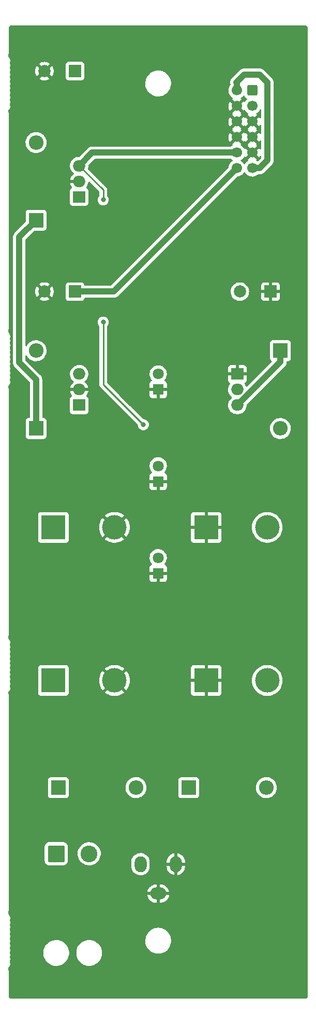
<source format=gbl>
G04 #@! TF.GenerationSoftware,KiCad,Pcbnew,(6.0.0)*
G04 #@! TF.CreationDate,2022-01-28T17:41:21+10:00*
G04 #@! TF.ProjectId,PowerSupply,506f7765-7253-4757-9070-6c792e6b6963,rev?*
G04 #@! TF.SameCoordinates,Original*
G04 #@! TF.FileFunction,Copper,L2,Bot*
G04 #@! TF.FilePolarity,Positive*
%FSLAX46Y46*%
G04 Gerber Fmt 4.6, Leading zero omitted, Abs format (unit mm)*
G04 Created by KiCad (PCBNEW (6.0.0)) date 2022-01-28 17:41:21*
%MOMM*%
%LPD*%
G01*
G04 APERTURE LIST*
G04 Aperture macros list*
%AMRoundRect*
0 Rectangle with rounded corners*
0 $1 Rounding radius*
0 $2 $3 $4 $5 $6 $7 $8 $9 X,Y pos of 4 corners*
0 Add a 4 corners polygon primitive as box body*
4,1,4,$2,$3,$4,$5,$6,$7,$8,$9,$2,$3,0*
0 Add four circle primitives for the rounded corners*
1,1,$1+$1,$2,$3*
1,1,$1+$1,$4,$5*
1,1,$1+$1,$6,$7*
1,1,$1+$1,$8,$9*
0 Add four rect primitives between the rounded corners*
20,1,$1+$1,$2,$3,$4,$5,0*
20,1,$1+$1,$4,$5,$6,$7,0*
20,1,$1+$1,$6,$7,$8,$9,0*
20,1,$1+$1,$8,$9,$2,$3,0*%
G04 Aperture macros list end*
G04 #@! TA.AperFunction,ComponentPad*
%ADD10R,1.800000X1.800000*%
G04 #@! TD*
G04 #@! TA.AperFunction,ComponentPad*
%ADD11C,1.800000*%
G04 #@! TD*
G04 #@! TA.AperFunction,ComponentPad*
%ADD12RoundRect,0.250000X-1.125000X-1.125000X1.125000X-1.125000X1.125000X1.125000X-1.125000X1.125000X0*%
G04 #@! TD*
G04 #@! TA.AperFunction,ComponentPad*
%ADD13C,2.750000*%
G04 #@! TD*
G04 #@! TA.AperFunction,ComponentPad*
%ADD14R,2.400000X2.400000*%
G04 #@! TD*
G04 #@! TA.AperFunction,ComponentPad*
%ADD15O,2.400000X2.400000*%
G04 #@! TD*
G04 #@! TA.AperFunction,ComponentPad*
%ADD16R,2.000000X1.905000*%
G04 #@! TD*
G04 #@! TA.AperFunction,ComponentPad*
%ADD17O,2.000000X1.905000*%
G04 #@! TD*
G04 #@! TA.AperFunction,ComponentPad*
%ADD18RoundRect,0.250000X0.600000X0.600000X-0.600000X0.600000X-0.600000X-0.600000X0.600000X-0.600000X0*%
G04 #@! TD*
G04 #@! TA.AperFunction,ComponentPad*
%ADD19C,1.700000*%
G04 #@! TD*
G04 #@! TA.AperFunction,ComponentPad*
%ADD20R,4.000000X4.000000*%
G04 #@! TD*
G04 #@! TA.AperFunction,ComponentPad*
%ADD21C,4.000000*%
G04 #@! TD*
G04 #@! TA.AperFunction,ComponentPad*
%ADD22R,2.000000X2.000000*%
G04 #@! TD*
G04 #@! TA.AperFunction,ComponentPad*
%ADD23C,2.000000*%
G04 #@! TD*
G04 #@! TA.AperFunction,ComponentPad*
%ADD24O,2.000000X2.600000*%
G04 #@! TD*
G04 #@! TA.AperFunction,ComponentPad*
%ADD25O,2.600000X2.000000*%
G04 #@! TD*
G04 #@! TA.AperFunction,ViaPad*
%ADD26C,0.800000*%
G04 #@! TD*
G04 #@! TA.AperFunction,Conductor*
%ADD27C,1.000000*%
G04 #@! TD*
G04 #@! TA.AperFunction,Conductor*
%ADD28C,0.250000*%
G04 #@! TD*
G04 APERTURE END LIST*
D10*
X165000000Y-135000000D03*
D11*
X165000000Y-132460000D03*
D10*
X165000000Y-120000000D03*
D11*
X165000000Y-117460000D03*
D10*
X165000000Y-150000000D03*
D11*
X165000000Y-147460000D03*
D12*
X148300000Y-195790000D03*
D13*
X153700000Y-195790000D03*
D14*
X145000000Y-92350000D03*
D15*
X145000000Y-79650000D03*
D16*
X177945000Y-117460000D03*
D17*
X177945000Y-120000000D03*
X177945000Y-122540000D03*
D18*
X180400000Y-71150000D03*
D19*
X177860000Y-71150000D03*
X180400000Y-73690000D03*
X177860000Y-73690000D03*
X180400000Y-76230000D03*
X177860000Y-76230000D03*
X180400000Y-78770000D03*
X177860000Y-78770000D03*
X180400000Y-81310000D03*
X177860000Y-81310000D03*
X180400000Y-83850000D03*
X177860000Y-83850000D03*
D20*
X172842168Y-167500000D03*
D21*
X182842168Y-167500000D03*
D14*
X145000000Y-126350000D03*
D15*
X145000000Y-113650000D03*
D14*
X148650000Y-185000000D03*
D15*
X161350000Y-185000000D03*
D20*
X147842169Y-167500000D03*
D21*
X157842169Y-167500000D03*
D22*
X183367677Y-104000000D03*
D23*
X178367677Y-104000000D03*
D14*
X170000000Y-185000000D03*
D15*
X182700000Y-185000000D03*
D20*
X147842168Y-142500000D03*
D21*
X157842168Y-142500000D03*
D14*
X185000000Y-113650000D03*
D15*
X185000000Y-126350000D03*
D22*
X151367677Y-104000000D03*
D23*
X146367677Y-104000000D03*
D24*
X162100000Y-197500000D03*
D25*
X165000000Y-202300000D03*
D24*
X167900000Y-197500000D03*
D16*
X152055000Y-122540000D03*
D17*
X152055000Y-120000000D03*
X152055000Y-117460000D03*
D20*
X172842168Y-142500000D03*
D21*
X182842168Y-142500000D03*
D22*
X151367677Y-68000000D03*
D23*
X146367677Y-68000000D03*
D16*
X152055000Y-88540000D03*
D17*
X152055000Y-86000000D03*
X152055000Y-83460000D03*
D26*
X162560000Y-125730000D03*
X156000000Y-109000000D03*
X156000000Y-89000000D03*
D27*
X145000000Y-126350000D02*
X145000000Y-118330000D01*
X142240000Y-95110000D02*
X145000000Y-92350000D01*
X145000000Y-118330000D02*
X142240000Y-115570000D01*
X142240000Y-115570000D02*
X142240000Y-95110000D01*
X157710000Y-104000000D02*
X177860000Y-83850000D01*
X151367677Y-104000000D02*
X157710000Y-104000000D01*
X177860000Y-69910000D02*
X177860000Y-71150000D01*
X180400000Y-83850000D02*
X181580000Y-83850000D01*
X177945000Y-122540000D02*
X185000000Y-115485000D01*
X181580000Y-83850000D02*
X182880000Y-82550000D01*
X182880000Y-69850000D02*
X181610000Y-68580000D01*
X179070000Y-68580000D02*
X177800000Y-69850000D01*
X181610000Y-68580000D02*
X179070000Y-68580000D01*
X185000000Y-115485000D02*
X185000000Y-113650000D01*
X182880000Y-82550000D02*
X182880000Y-69850000D01*
D28*
X152055000Y-83460000D02*
X156000000Y-87405000D01*
D27*
X152055000Y-83460000D02*
X154205000Y-81310000D01*
X154205000Y-81310000D02*
X177860000Y-81310000D01*
D28*
X156000000Y-87405000D02*
X156000000Y-89000000D01*
X156000000Y-119170000D02*
X162560000Y-125730000D01*
X156000000Y-109000000D02*
X156000000Y-119170000D01*
G04 #@! TA.AperFunction,Conductor*
G36*
X188970057Y-60509500D02*
G01*
X188984858Y-60511805D01*
X188984862Y-60511805D01*
X188993731Y-60513186D01*
X189002633Y-60512022D01*
X189002637Y-60512022D01*
X189002733Y-60512009D01*
X189033170Y-60511738D01*
X189095375Y-60518746D01*
X189122882Y-60525024D01*
X189200071Y-60552034D01*
X189225491Y-60564276D01*
X189294738Y-60607787D01*
X189316797Y-60625379D01*
X189374621Y-60683203D01*
X189392213Y-60705262D01*
X189435724Y-60774509D01*
X189447966Y-60799930D01*
X189474975Y-60877117D01*
X189481254Y-60904624D01*
X189487522Y-60960251D01*
X189488305Y-60975897D01*
X189488196Y-60984855D01*
X189486814Y-60993729D01*
X189488454Y-61006269D01*
X189490936Y-61025250D01*
X189492000Y-61041588D01*
X189492000Y-218950673D01*
X189490500Y-218970057D01*
X189488195Y-218984858D01*
X189488195Y-218984862D01*
X189486814Y-218993731D01*
X189487978Y-219002633D01*
X189487978Y-219002637D01*
X189487991Y-219002733D01*
X189488262Y-219033170D01*
X189481254Y-219095375D01*
X189474975Y-219122885D01*
X189447966Y-219200071D01*
X189435724Y-219225491D01*
X189392213Y-219294738D01*
X189374621Y-219316797D01*
X189316797Y-219374621D01*
X189294738Y-219392213D01*
X189225491Y-219435724D01*
X189200070Y-219447966D01*
X189122883Y-219474975D01*
X189095376Y-219481254D01*
X189071428Y-219483952D01*
X189039744Y-219487522D01*
X189024103Y-219488305D01*
X189015145Y-219488196D01*
X189006271Y-219486814D01*
X188974750Y-219490936D01*
X188958412Y-219492000D01*
X141049327Y-219492000D01*
X141029943Y-219490500D01*
X141015142Y-219488195D01*
X141015138Y-219488195D01*
X141006269Y-219486814D01*
X140997367Y-219487978D01*
X140997363Y-219487978D01*
X140997267Y-219487991D01*
X140966830Y-219488262D01*
X140904625Y-219481254D01*
X140877118Y-219474976D01*
X140799928Y-219447966D01*
X140774509Y-219435724D01*
X140705262Y-219392213D01*
X140683203Y-219374621D01*
X140625379Y-219316797D01*
X140607787Y-219294738D01*
X140564276Y-219225491D01*
X140552034Y-219200070D01*
X140525025Y-219122883D01*
X140518746Y-219095376D01*
X140512478Y-219039749D01*
X140511695Y-219024103D01*
X140511804Y-219015145D01*
X140513186Y-219006271D01*
X140509064Y-218974749D01*
X140508000Y-218958412D01*
X140508000Y-215053207D01*
X140509746Y-215032303D01*
X140512264Y-215017335D01*
X140513071Y-215012539D01*
X140513224Y-215000000D01*
X140512534Y-214995180D01*
X140512218Y-214990331D01*
X140512253Y-214990329D01*
X140512124Y-214989026D01*
X140493995Y-214666209D01*
X140493797Y-214662680D01*
X140456642Y-214444002D01*
X140464951Y-214373493D01*
X140491641Y-214337551D01*
X140489852Y-214335856D01*
X140606456Y-214212767D01*
X140611490Y-214207453D01*
X140700326Y-214054510D01*
X140710650Y-214020425D01*
X140749473Y-213892239D01*
X140751595Y-213885233D01*
X140762547Y-213708702D01*
X140748942Y-213629522D01*
X140733834Y-213541602D01*
X140733834Y-213541601D01*
X140732594Y-213534386D01*
X140692288Y-213439661D01*
X140687199Y-213427700D01*
X140678933Y-213357186D01*
X140694186Y-213315083D01*
X140696646Y-213310847D01*
X140696649Y-213310841D01*
X140700326Y-213304510D01*
X140751595Y-213135233D01*
X140762547Y-212958702D01*
X140732594Y-212784386D01*
X140699197Y-212705898D01*
X140687199Y-212677700D01*
X140678933Y-212607186D01*
X140694186Y-212565083D01*
X140696646Y-212560847D01*
X140696649Y-212560841D01*
X140700326Y-212554510D01*
X140751595Y-212385233D01*
X140762547Y-212208702D01*
X140752295Y-212149036D01*
X140747770Y-212122703D01*
X146190743Y-212122703D01*
X146228268Y-212407734D01*
X146304129Y-212685036D01*
X146305813Y-212688984D01*
X146349584Y-212791602D01*
X146416923Y-212949476D01*
X146428693Y-212969142D01*
X146520785Y-213123016D01*
X146564561Y-213196161D01*
X146744313Y-213420528D01*
X146952851Y-213618423D01*
X147186317Y-213786186D01*
X147190112Y-213788195D01*
X147190113Y-213788196D01*
X147211869Y-213799715D01*
X147440392Y-213920712D01*
X147710373Y-214019511D01*
X147991264Y-214080755D01*
X148019841Y-214083004D01*
X148214282Y-214098307D01*
X148214291Y-214098307D01*
X148216739Y-214098500D01*
X148372271Y-214098500D01*
X148374407Y-214098354D01*
X148374418Y-214098354D01*
X148582548Y-214084165D01*
X148582554Y-214084164D01*
X148586825Y-214083873D01*
X148591020Y-214083004D01*
X148591022Y-214083004D01*
X148762455Y-214047502D01*
X148868342Y-214025574D01*
X149139343Y-213929607D01*
X149394812Y-213797750D01*
X149398313Y-213795289D01*
X149398317Y-213795287D01*
X149512418Y-213715095D01*
X149630023Y-213632441D01*
X149840622Y-213436740D01*
X150022713Y-213214268D01*
X150172927Y-212969142D01*
X150288483Y-212705898D01*
X150296516Y-212677700D01*
X150366068Y-212433534D01*
X150367244Y-212429406D01*
X150407751Y-212144784D01*
X150407845Y-212126951D01*
X150407867Y-212122703D01*
X151590743Y-212122703D01*
X151628268Y-212407734D01*
X151704129Y-212685036D01*
X151705813Y-212688984D01*
X151749584Y-212791602D01*
X151816923Y-212949476D01*
X151828693Y-212969142D01*
X151920785Y-213123016D01*
X151964561Y-213196161D01*
X152144313Y-213420528D01*
X152352851Y-213618423D01*
X152586317Y-213786186D01*
X152590112Y-213788195D01*
X152590113Y-213788196D01*
X152611869Y-213799715D01*
X152840392Y-213920712D01*
X153110373Y-214019511D01*
X153391264Y-214080755D01*
X153419841Y-214083004D01*
X153614282Y-214098307D01*
X153614291Y-214098307D01*
X153616739Y-214098500D01*
X153772271Y-214098500D01*
X153774407Y-214098354D01*
X153774418Y-214098354D01*
X153982548Y-214084165D01*
X153982554Y-214084164D01*
X153986825Y-214083873D01*
X153991020Y-214083004D01*
X153991022Y-214083004D01*
X154162455Y-214047502D01*
X154268342Y-214025574D01*
X154539343Y-213929607D01*
X154794812Y-213797750D01*
X154798313Y-213795289D01*
X154798317Y-213795287D01*
X154912418Y-213715095D01*
X155030023Y-213632441D01*
X155240622Y-213436740D01*
X155422713Y-213214268D01*
X155572927Y-212969142D01*
X155688483Y-212705898D01*
X155696516Y-212677700D01*
X155766068Y-212433534D01*
X155767244Y-212429406D01*
X155807751Y-212144784D01*
X155807845Y-212126951D01*
X155809235Y-211861583D01*
X155809235Y-211861576D01*
X155809257Y-211857297D01*
X155803700Y-211815083D01*
X155772292Y-211576522D01*
X155771732Y-211572266D01*
X155695871Y-211294964D01*
X155656423Y-211202479D01*
X155584763Y-211034476D01*
X155584761Y-211034472D01*
X155583077Y-211030524D01*
X155435439Y-210783839D01*
X155255687Y-210559472D01*
X155047149Y-210361577D01*
X154813683Y-210193814D01*
X154791843Y-210182250D01*
X154739968Y-210154784D01*
X154698264Y-210132703D01*
X162890743Y-210132703D01*
X162928268Y-210417734D01*
X163004129Y-210695036D01*
X163005813Y-210698984D01*
X163082140Y-210877928D01*
X163116923Y-210959476D01*
X163161810Y-211034476D01*
X163258175Y-211195490D01*
X163264561Y-211206161D01*
X163444313Y-211430528D01*
X163652851Y-211628423D01*
X163886317Y-211796186D01*
X163890112Y-211798195D01*
X163890113Y-211798196D01*
X163911869Y-211809715D01*
X164140392Y-211930712D01*
X164164699Y-211939607D01*
X164405288Y-212027650D01*
X164410373Y-212029511D01*
X164691264Y-212090755D01*
X164719841Y-212093004D01*
X164914282Y-212108307D01*
X164914291Y-212108307D01*
X164916739Y-212108500D01*
X165072271Y-212108500D01*
X165074407Y-212108354D01*
X165074418Y-212108354D01*
X165282548Y-212094165D01*
X165282554Y-212094164D01*
X165286825Y-212093873D01*
X165291020Y-212093004D01*
X165291022Y-212093004D01*
X165436891Y-212062796D01*
X165568342Y-212035574D01*
X165839343Y-211939607D01*
X165955047Y-211879888D01*
X166091005Y-211809715D01*
X166091006Y-211809715D01*
X166094812Y-211807750D01*
X166098313Y-211805289D01*
X166098317Y-211805287D01*
X166225908Y-211715614D01*
X166330023Y-211642441D01*
X166519882Y-211466013D01*
X166537479Y-211449661D01*
X166537481Y-211449658D01*
X166540622Y-211446740D01*
X166722713Y-211224268D01*
X166872927Y-210979142D01*
X166988483Y-210715898D01*
X167067244Y-210439406D01*
X167107751Y-210154784D01*
X167107845Y-210136951D01*
X167109235Y-209871583D01*
X167109235Y-209871576D01*
X167109257Y-209867297D01*
X167071732Y-209582266D01*
X167065873Y-209560847D01*
X167039820Y-209465614D01*
X166995871Y-209304964D01*
X166957930Y-209216013D01*
X166884763Y-209044476D01*
X166884761Y-209044472D01*
X166883077Y-209040524D01*
X166782000Y-208871636D01*
X166737643Y-208797521D01*
X166737640Y-208797517D01*
X166735439Y-208793839D01*
X166555687Y-208569472D01*
X166347149Y-208371577D01*
X166113683Y-208203814D01*
X166091843Y-208192250D01*
X165974061Y-208129888D01*
X165859608Y-208069288D01*
X165589627Y-207970489D01*
X165308736Y-207909245D01*
X165277685Y-207906801D01*
X165085718Y-207891693D01*
X165085709Y-207891693D01*
X165083261Y-207891500D01*
X164927729Y-207891500D01*
X164925593Y-207891646D01*
X164925582Y-207891646D01*
X164717452Y-207905835D01*
X164717446Y-207905836D01*
X164713175Y-207906127D01*
X164708980Y-207906996D01*
X164708978Y-207906996D01*
X164572417Y-207935276D01*
X164431658Y-207964426D01*
X164160657Y-208060393D01*
X164156848Y-208062359D01*
X164026013Y-208129888D01*
X163905188Y-208192250D01*
X163901687Y-208194711D01*
X163901683Y-208194713D01*
X163891594Y-208201804D01*
X163669977Y-208357559D01*
X163654892Y-208371577D01*
X163472251Y-208541298D01*
X163459378Y-208553260D01*
X163277287Y-208775732D01*
X163127073Y-209020858D01*
X163125347Y-209024791D01*
X163125346Y-209024792D01*
X163121135Y-209034386D01*
X163011517Y-209284102D01*
X162932756Y-209560594D01*
X162892249Y-209845216D01*
X162892227Y-209849505D01*
X162892226Y-209849512D01*
X162891117Y-210061299D01*
X162890743Y-210132703D01*
X154698264Y-210132703D01*
X154559608Y-210059288D01*
X154289627Y-209960489D01*
X154008736Y-209899245D01*
X153977685Y-209896801D01*
X153785718Y-209881693D01*
X153785709Y-209881693D01*
X153783261Y-209881500D01*
X153627729Y-209881500D01*
X153625593Y-209881646D01*
X153625582Y-209881646D01*
X153417452Y-209895835D01*
X153417446Y-209895836D01*
X153413175Y-209896127D01*
X153408980Y-209896996D01*
X153408978Y-209896996D01*
X153272416Y-209925277D01*
X153131658Y-209954426D01*
X152860657Y-210050393D01*
X152856848Y-210052359D01*
X152658403Y-210154784D01*
X152605188Y-210182250D01*
X152601687Y-210184711D01*
X152601683Y-210184713D01*
X152591594Y-210191804D01*
X152369977Y-210347559D01*
X152354892Y-210361577D01*
X152168928Y-210534386D01*
X152159378Y-210543260D01*
X151977287Y-210765732D01*
X151827073Y-211010858D01*
X151825347Y-211014791D01*
X151825346Y-211014792D01*
X151746025Y-211195490D01*
X151711517Y-211274102D01*
X151710342Y-211278229D01*
X151710341Y-211278230D01*
X151706699Y-211291016D01*
X151632756Y-211550594D01*
X151592249Y-211835216D01*
X151592227Y-211839505D01*
X151592226Y-211839512D01*
X151590765Y-212118417D01*
X151590743Y-212122703D01*
X150407867Y-212122703D01*
X150409235Y-211861583D01*
X150409235Y-211861576D01*
X150409257Y-211857297D01*
X150403700Y-211815083D01*
X150372292Y-211576522D01*
X150371732Y-211572266D01*
X150295871Y-211294964D01*
X150256423Y-211202479D01*
X150184763Y-211034476D01*
X150184761Y-211034472D01*
X150183077Y-211030524D01*
X150035439Y-210783839D01*
X149855687Y-210559472D01*
X149647149Y-210361577D01*
X149413683Y-210193814D01*
X149391843Y-210182250D01*
X149339968Y-210154784D01*
X149159608Y-210059288D01*
X148889627Y-209960489D01*
X148608736Y-209899245D01*
X148577685Y-209896801D01*
X148385718Y-209881693D01*
X148385709Y-209881693D01*
X148383261Y-209881500D01*
X148227729Y-209881500D01*
X148225593Y-209881646D01*
X148225582Y-209881646D01*
X148017452Y-209895835D01*
X148017446Y-209895836D01*
X148013175Y-209896127D01*
X148008980Y-209896996D01*
X148008978Y-209896996D01*
X147872416Y-209925277D01*
X147731658Y-209954426D01*
X147460657Y-210050393D01*
X147456848Y-210052359D01*
X147258403Y-210154784D01*
X147205188Y-210182250D01*
X147201687Y-210184711D01*
X147201683Y-210184713D01*
X147191594Y-210191804D01*
X146969977Y-210347559D01*
X146954892Y-210361577D01*
X146768928Y-210534386D01*
X146759378Y-210543260D01*
X146577287Y-210765732D01*
X146427073Y-211010858D01*
X146425347Y-211014791D01*
X146425346Y-211014792D01*
X146346025Y-211195490D01*
X146311517Y-211274102D01*
X146310342Y-211278229D01*
X146310341Y-211278230D01*
X146306699Y-211291016D01*
X146232756Y-211550594D01*
X146192249Y-211835216D01*
X146192227Y-211839505D01*
X146192226Y-211839512D01*
X146190765Y-212118417D01*
X146190743Y-212122703D01*
X140747770Y-212122703D01*
X140733834Y-212041602D01*
X140733834Y-212041601D01*
X140732594Y-212034386D01*
X140712542Y-211987260D01*
X140687199Y-211927700D01*
X140678933Y-211857186D01*
X140694186Y-211815083D01*
X140696646Y-211810847D01*
X140696649Y-211810841D01*
X140700326Y-211804510D01*
X140702848Y-211796186D01*
X140749473Y-211642239D01*
X140751595Y-211635233D01*
X140762547Y-211458702D01*
X140760994Y-211449661D01*
X140733834Y-211291602D01*
X140733834Y-211291601D01*
X140732594Y-211284386D01*
X140726545Y-211270170D01*
X140687199Y-211177700D01*
X140678933Y-211107186D01*
X140694186Y-211065083D01*
X140696646Y-211060847D01*
X140696649Y-211060841D01*
X140700326Y-211054510D01*
X140708708Y-211026837D01*
X140749473Y-210892239D01*
X140751595Y-210885233D01*
X140762547Y-210708702D01*
X140732594Y-210534386D01*
X140729728Y-210527650D01*
X140687199Y-210427700D01*
X140678933Y-210357186D01*
X140694186Y-210315083D01*
X140696646Y-210310847D01*
X140696649Y-210310841D01*
X140700326Y-210304510D01*
X140751595Y-210135233D01*
X140762547Y-209958702D01*
X140752488Y-209900158D01*
X140733834Y-209791602D01*
X140733834Y-209791601D01*
X140732594Y-209784386D01*
X140729728Y-209777650D01*
X140687199Y-209677700D01*
X140678933Y-209607186D01*
X140694186Y-209565083D01*
X140696646Y-209560847D01*
X140696649Y-209560841D01*
X140700326Y-209554510D01*
X140751595Y-209385233D01*
X140762547Y-209208702D01*
X140732594Y-209034386D01*
X140725282Y-209017201D01*
X140687199Y-208927700D01*
X140678933Y-208857186D01*
X140694186Y-208815083D01*
X140696646Y-208810847D01*
X140696649Y-208810841D01*
X140700326Y-208804510D01*
X140707936Y-208779386D01*
X140749473Y-208642239D01*
X140751595Y-208635233D01*
X140762547Y-208458702D01*
X140745168Y-208357559D01*
X140733834Y-208291602D01*
X140733834Y-208291601D01*
X140732594Y-208284386D01*
X140699377Y-208206321D01*
X140687199Y-208177700D01*
X140678933Y-208107186D01*
X140694186Y-208065083D01*
X140696646Y-208060847D01*
X140696649Y-208060841D01*
X140700326Y-208054510D01*
X140725774Y-207970489D01*
X140749473Y-207892239D01*
X140751595Y-207885233D01*
X140762547Y-207708702D01*
X140732594Y-207534386D01*
X140729728Y-207527650D01*
X140687199Y-207427700D01*
X140678933Y-207357186D01*
X140694186Y-207315083D01*
X140696646Y-207310847D01*
X140696649Y-207310841D01*
X140700326Y-207304510D01*
X140751595Y-207135233D01*
X140762547Y-206958702D01*
X140761110Y-206950336D01*
X140733834Y-206791602D01*
X140733834Y-206791601D01*
X140732594Y-206784386D01*
X140729728Y-206777650D01*
X140687199Y-206677700D01*
X140678933Y-206607186D01*
X140694186Y-206565083D01*
X140696646Y-206560847D01*
X140696649Y-206560841D01*
X140700326Y-206554510D01*
X140751595Y-206385233D01*
X140762547Y-206208702D01*
X140732594Y-206034386D01*
X140663343Y-205871636D01*
X140659010Y-205865748D01*
X140659007Y-205865743D01*
X140562846Y-205735077D01*
X140558508Y-205729182D01*
X140552930Y-205724443D01*
X140552927Y-205724440D01*
X140498431Y-205678143D01*
X140459466Y-205618795D01*
X140455790Y-205561012D01*
X140493205Y-205340804D01*
X140493797Y-205337320D01*
X140511127Y-205028728D01*
X140511859Y-205022187D01*
X140511828Y-205022184D01*
X140512262Y-205017349D01*
X140513071Y-205012539D01*
X140513224Y-205000000D01*
X140509273Y-204972412D01*
X140508000Y-204954549D01*
X140508000Y-202571114D01*
X163213275Y-202571114D01*
X163215325Y-202588830D01*
X163217285Y-202598727D01*
X163280604Y-202822494D01*
X163284116Y-202831938D01*
X163382399Y-203042705D01*
X163387378Y-203051471D01*
X163518087Y-203243802D01*
X163524419Y-203251677D01*
X163684186Y-203420626D01*
X163691695Y-203427387D01*
X163876426Y-203568625D01*
X163884905Y-203574089D01*
X164089847Y-203683978D01*
X164099099Y-203688020D01*
X164318971Y-203763727D01*
X164328743Y-203766236D01*
X164558971Y-203806004D01*
X164566843Y-203806859D01*
X164590551Y-203807936D01*
X164593384Y-203808000D01*
X164727885Y-203808000D01*
X164743124Y-203803525D01*
X164744329Y-203802135D01*
X164746000Y-203794452D01*
X164746000Y-203789885D01*
X165254000Y-203789885D01*
X165258475Y-203805124D01*
X165259865Y-203806329D01*
X165267548Y-203808000D01*
X165358456Y-203808000D01*
X165363488Y-203807798D01*
X165536843Y-203793850D01*
X165546796Y-203792238D01*
X165772633Y-203736767D01*
X165782203Y-203733584D01*
X165996265Y-203642720D01*
X166005207Y-203638045D01*
X166201987Y-203514126D01*
X166210060Y-203508086D01*
X166384500Y-203354297D01*
X166391504Y-203347044D01*
X166539110Y-203167346D01*
X166544866Y-203159064D01*
X166661841Y-202958081D01*
X166666203Y-202948976D01*
X166749537Y-202731885D01*
X166752388Y-202722196D01*
X166783821Y-202571736D01*
X166782698Y-202557675D01*
X166772590Y-202554000D01*
X165272115Y-202554000D01*
X165256876Y-202558475D01*
X165255671Y-202559865D01*
X165254000Y-202567548D01*
X165254000Y-203789885D01*
X164746000Y-203789885D01*
X164746000Y-202572115D01*
X164741525Y-202556876D01*
X164740135Y-202555671D01*
X164732452Y-202554000D01*
X163229410Y-202554000D01*
X163215324Y-202558136D01*
X163213275Y-202571114D01*
X140508000Y-202571114D01*
X140508000Y-202028264D01*
X163216179Y-202028264D01*
X163217302Y-202042325D01*
X163227410Y-202046000D01*
X164727885Y-202046000D01*
X164743124Y-202041525D01*
X164744329Y-202040135D01*
X164746000Y-202032452D01*
X164746000Y-202027885D01*
X165254000Y-202027885D01*
X165258475Y-202043124D01*
X165259865Y-202044329D01*
X165267548Y-202046000D01*
X166770590Y-202046000D01*
X166784676Y-202041864D01*
X166786725Y-202028886D01*
X166784675Y-202011170D01*
X166782715Y-202001273D01*
X166719396Y-201777506D01*
X166715884Y-201768062D01*
X166617601Y-201557295D01*
X166612622Y-201548529D01*
X166481913Y-201356198D01*
X166475581Y-201348323D01*
X166315814Y-201179374D01*
X166308305Y-201172613D01*
X166123574Y-201031375D01*
X166115095Y-201025911D01*
X165910153Y-200916022D01*
X165900901Y-200911980D01*
X165681029Y-200836273D01*
X165671257Y-200833764D01*
X165441029Y-200793996D01*
X165433157Y-200793141D01*
X165409449Y-200792064D01*
X165406616Y-200792000D01*
X165272115Y-200792000D01*
X165256876Y-200796475D01*
X165255671Y-200797865D01*
X165254000Y-200805548D01*
X165254000Y-202027885D01*
X164746000Y-202027885D01*
X164746000Y-200810115D01*
X164741525Y-200794876D01*
X164740135Y-200793671D01*
X164732452Y-200792000D01*
X164641544Y-200792000D01*
X164636512Y-200792202D01*
X164463157Y-200806150D01*
X164453204Y-200807762D01*
X164227367Y-200863233D01*
X164217797Y-200866416D01*
X164003735Y-200957280D01*
X163994793Y-200961955D01*
X163798013Y-201085874D01*
X163789940Y-201091914D01*
X163615500Y-201245703D01*
X163608496Y-201252956D01*
X163460890Y-201432654D01*
X163455134Y-201440936D01*
X163338159Y-201641919D01*
X163333797Y-201651024D01*
X163250463Y-201868115D01*
X163247612Y-201877804D01*
X163216179Y-202028264D01*
X140508000Y-202028264D01*
X140508000Y-197861001D01*
X160591500Y-197861001D01*
X160591702Y-197863509D01*
X160591702Y-197863514D01*
X160605648Y-198036843D01*
X160606060Y-198041965D01*
X160663963Y-198277706D01*
X160758812Y-198501156D01*
X160761510Y-198505440D01*
X160885283Y-198701987D01*
X160888167Y-198706567D01*
X160891512Y-198710361D01*
X161045350Y-198884858D01*
X161045353Y-198884861D01*
X161048698Y-198888655D01*
X161052606Y-198891865D01*
X161052607Y-198891866D01*
X161162233Y-198981913D01*
X161236278Y-199042734D01*
X161240646Y-199045276D01*
X161440924Y-199161841D01*
X161446078Y-199164841D01*
X161450801Y-199166654D01*
X161667978Y-199250020D01*
X161667982Y-199250021D01*
X161672702Y-199251833D01*
X161677652Y-199252867D01*
X161677655Y-199252868D01*
X161905369Y-199300440D01*
X161905373Y-199300440D01*
X161910320Y-199301474D01*
X162152817Y-199312486D01*
X162157837Y-199311905D01*
X162157841Y-199311905D01*
X162388929Y-199285167D01*
X162388933Y-199285166D01*
X162393956Y-199284585D01*
X162398820Y-199283209D01*
X162398823Y-199283208D01*
X162622669Y-199219866D01*
X162622668Y-199219866D01*
X162627532Y-199218490D01*
X162632108Y-199216356D01*
X162632114Y-199216354D01*
X162842954Y-199118038D01*
X162842958Y-199118036D01*
X162847536Y-199115901D01*
X163048307Y-198979456D01*
X163224681Y-198812668D01*
X163303131Y-198710060D01*
X163369047Y-198623846D01*
X163369050Y-198623842D01*
X163372120Y-198619826D01*
X163486831Y-198405891D01*
X163565862Y-198176369D01*
X163607179Y-197937164D01*
X163608500Y-197908075D01*
X163608500Y-197858456D01*
X166392000Y-197858456D01*
X166392202Y-197863488D01*
X166406150Y-198036843D01*
X166407762Y-198046796D01*
X166463233Y-198272633D01*
X166466416Y-198282203D01*
X166557280Y-198496265D01*
X166561955Y-198505207D01*
X166685874Y-198701987D01*
X166691914Y-198710060D01*
X166845703Y-198884500D01*
X166852956Y-198891504D01*
X167032654Y-199039110D01*
X167040936Y-199044866D01*
X167241919Y-199161841D01*
X167251024Y-199166203D01*
X167468115Y-199249537D01*
X167477804Y-199252388D01*
X167628264Y-199283821D01*
X167642325Y-199282698D01*
X167646000Y-199272590D01*
X167646000Y-199270590D01*
X168154000Y-199270590D01*
X168158136Y-199284676D01*
X168171114Y-199286725D01*
X168188830Y-199284675D01*
X168198727Y-199282715D01*
X168422494Y-199219396D01*
X168431938Y-199215884D01*
X168642705Y-199117601D01*
X168651471Y-199112622D01*
X168843802Y-198981913D01*
X168851677Y-198975581D01*
X169020626Y-198815814D01*
X169027387Y-198808305D01*
X169168625Y-198623574D01*
X169174089Y-198615095D01*
X169283978Y-198410153D01*
X169288020Y-198400901D01*
X169363727Y-198181029D01*
X169366236Y-198171257D01*
X169406004Y-197941029D01*
X169406859Y-197933157D01*
X169407936Y-197909449D01*
X169408000Y-197906616D01*
X169408000Y-197772115D01*
X169403525Y-197756876D01*
X169402135Y-197755671D01*
X169394452Y-197754000D01*
X168172115Y-197754000D01*
X168156876Y-197758475D01*
X168155671Y-197759865D01*
X168154000Y-197767548D01*
X168154000Y-199270590D01*
X167646000Y-199270590D01*
X167646000Y-197772115D01*
X167641525Y-197756876D01*
X167640135Y-197755671D01*
X167632452Y-197754000D01*
X166410115Y-197754000D01*
X166394876Y-197758475D01*
X166393671Y-197759865D01*
X166392000Y-197767548D01*
X166392000Y-197858456D01*
X163608500Y-197858456D01*
X163608500Y-197227885D01*
X166392000Y-197227885D01*
X166396475Y-197243124D01*
X166397865Y-197244329D01*
X166405548Y-197246000D01*
X167627885Y-197246000D01*
X167643124Y-197241525D01*
X167644329Y-197240135D01*
X167646000Y-197232452D01*
X167646000Y-197227885D01*
X168154000Y-197227885D01*
X168158475Y-197243124D01*
X168159865Y-197244329D01*
X168167548Y-197246000D01*
X169389885Y-197246000D01*
X169405124Y-197241525D01*
X169406329Y-197240135D01*
X169408000Y-197232452D01*
X169408000Y-197141544D01*
X169407798Y-197136512D01*
X169393850Y-196963157D01*
X169392238Y-196953204D01*
X169336767Y-196727367D01*
X169333584Y-196717797D01*
X169242720Y-196503735D01*
X169238045Y-196494793D01*
X169114126Y-196298013D01*
X169108086Y-196289940D01*
X168954297Y-196115500D01*
X168947044Y-196108496D01*
X168767346Y-195960890D01*
X168759064Y-195955134D01*
X168558081Y-195838159D01*
X168548976Y-195833797D01*
X168331885Y-195750463D01*
X168322196Y-195747612D01*
X168171736Y-195716179D01*
X168157675Y-195717302D01*
X168154000Y-195727410D01*
X168154000Y-197227885D01*
X167646000Y-197227885D01*
X167646000Y-195729410D01*
X167641864Y-195715324D01*
X167628886Y-195713275D01*
X167611170Y-195715325D01*
X167601273Y-195717285D01*
X167377506Y-195780604D01*
X167368062Y-195784116D01*
X167157295Y-195882399D01*
X167148529Y-195887378D01*
X166956198Y-196018087D01*
X166948323Y-196024419D01*
X166779374Y-196184186D01*
X166772613Y-196191695D01*
X166631375Y-196376426D01*
X166625911Y-196384905D01*
X166516022Y-196589847D01*
X166511980Y-196599099D01*
X166436273Y-196818971D01*
X166433764Y-196828743D01*
X166393996Y-197058971D01*
X166393141Y-197066843D01*
X166392064Y-197090551D01*
X166392000Y-197093384D01*
X166392000Y-197227885D01*
X163608500Y-197227885D01*
X163608500Y-197138999D01*
X163604830Y-197093384D01*
X163594346Y-196963076D01*
X163594345Y-196963071D01*
X163593940Y-196958035D01*
X163542167Y-196747249D01*
X163537244Y-196727208D01*
X163536037Y-196722294D01*
X163516974Y-196677383D01*
X163447038Y-196512625D01*
X163441188Y-196498844D01*
X163363926Y-196376154D01*
X163314528Y-196297712D01*
X163314526Y-196297709D01*
X163311833Y-196293433D01*
X163222140Y-196191695D01*
X163154650Y-196115142D01*
X163154647Y-196115139D01*
X163151302Y-196111345D01*
X163044993Y-196024022D01*
X162967628Y-195960474D01*
X162967625Y-195960472D01*
X162963722Y-195957266D01*
X162834337Y-195881962D01*
X162758290Y-195837701D01*
X162758288Y-195837700D01*
X162753922Y-195835159D01*
X162749199Y-195833346D01*
X162532022Y-195749980D01*
X162532018Y-195749979D01*
X162527298Y-195748167D01*
X162522348Y-195747133D01*
X162522345Y-195747132D01*
X162294631Y-195699560D01*
X162294627Y-195699560D01*
X162289680Y-195698526D01*
X162047183Y-195687514D01*
X162042163Y-195688095D01*
X162042159Y-195688095D01*
X161811071Y-195714833D01*
X161811067Y-195714834D01*
X161806044Y-195715415D01*
X161801180Y-195716791D01*
X161801177Y-195716792D01*
X161690300Y-195748167D01*
X161572468Y-195781510D01*
X161567892Y-195783644D01*
X161567886Y-195783646D01*
X161357046Y-195881962D01*
X161357042Y-195881964D01*
X161352464Y-195884099D01*
X161151693Y-196020544D01*
X160975319Y-196187332D01*
X160972241Y-196191358D01*
X160972240Y-196191359D01*
X160830953Y-196376154D01*
X160830950Y-196376158D01*
X160827880Y-196380174D01*
X160825490Y-196384632D01*
X160825489Y-196384633D01*
X160801355Y-196429643D01*
X160713169Y-196594109D01*
X160634138Y-196823631D01*
X160592821Y-197062836D01*
X160592641Y-197066797D01*
X160592641Y-197066798D01*
X160592206Y-197076389D01*
X160591500Y-197091925D01*
X160591500Y-197861001D01*
X140508000Y-197861001D01*
X140508000Y-196965400D01*
X146416500Y-196965400D01*
X146416837Y-196968646D01*
X146416837Y-196968650D01*
X146426610Y-197062836D01*
X146427474Y-197071166D01*
X146429655Y-197077702D01*
X146429655Y-197077704D01*
X146473728Y-197209806D01*
X146483450Y-197238946D01*
X146576522Y-197389348D01*
X146701697Y-197514305D01*
X146707927Y-197518145D01*
X146707928Y-197518146D01*
X146845090Y-197602694D01*
X146852262Y-197607115D01*
X146905566Y-197624795D01*
X147013611Y-197660632D01*
X147013613Y-197660632D01*
X147020139Y-197662797D01*
X147026975Y-197663497D01*
X147026978Y-197663498D01*
X147070031Y-197667909D01*
X147124600Y-197673500D01*
X149475400Y-197673500D01*
X149478646Y-197673163D01*
X149478650Y-197673163D01*
X149574308Y-197663238D01*
X149574312Y-197663237D01*
X149581166Y-197662526D01*
X149587702Y-197660345D01*
X149587704Y-197660345D01*
X149719806Y-197616272D01*
X149748946Y-197606550D01*
X149899348Y-197513478D01*
X150024305Y-197388303D01*
X150117115Y-197237738D01*
X150160455Y-197107072D01*
X150170632Y-197076389D01*
X150170632Y-197076387D01*
X150172797Y-197069861D01*
X150173918Y-197058926D01*
X150182627Y-196973922D01*
X150183500Y-196965400D01*
X150183500Y-195730687D01*
X151812621Y-195730687D01*
X151812796Y-195735139D01*
X151821424Y-195954724D01*
X151823093Y-195997213D01*
X151871014Y-196259604D01*
X151955428Y-196512625D01*
X151957420Y-196516612D01*
X151957421Y-196516614D01*
X152057867Y-196717638D01*
X152074651Y-196751229D01*
X152226305Y-196970653D01*
X152229321Y-196973915D01*
X152229326Y-196973922D01*
X152404346Y-197163257D01*
X152404351Y-197163261D01*
X152407362Y-197166519D01*
X152614211Y-197334921D01*
X152618028Y-197337219D01*
X152838909Y-197470200D01*
X152838913Y-197470202D01*
X152842725Y-197472497D01*
X152846832Y-197474236D01*
X153084245Y-197574768D01*
X153084248Y-197574769D01*
X153088343Y-197576503D01*
X153092635Y-197577641D01*
X153092638Y-197577642D01*
X153341869Y-197643725D01*
X153341874Y-197643726D01*
X153346166Y-197644864D01*
X153350575Y-197645386D01*
X153350581Y-197645387D01*
X153497680Y-197662797D01*
X153611048Y-197676215D01*
X153877706Y-197669931D01*
X153960595Y-197656134D01*
X154136427Y-197626868D01*
X154136431Y-197626867D01*
X154140817Y-197626137D01*
X154145058Y-197624796D01*
X154145061Y-197624795D01*
X154390888Y-197547050D01*
X154390890Y-197547049D01*
X154395134Y-197545707D01*
X154473042Y-197508296D01*
X154631561Y-197432176D01*
X154631562Y-197432175D01*
X154635580Y-197430246D01*
X154778244Y-197334921D01*
X154853651Y-197284536D01*
X154853655Y-197284533D01*
X154857359Y-197282058D01*
X154860676Y-197279087D01*
X154860680Y-197279084D01*
X155052728Y-197107072D01*
X155052729Y-197107071D01*
X155056046Y-197104100D01*
X155168220Y-196970653D01*
X155224804Y-196903338D01*
X155224806Y-196903336D01*
X155227676Y-196899921D01*
X155272067Y-196828743D01*
X155366463Y-196677383D01*
X155366464Y-196677381D01*
X155368824Y-196673597D01*
X155476676Y-196429643D01*
X155549077Y-196172925D01*
X155569024Y-196024419D01*
X155584158Y-195911750D01*
X155584159Y-195911742D01*
X155584585Y-195908568D01*
X155588311Y-195790000D01*
X155587613Y-195780134D01*
X155569788Y-195528384D01*
X155569473Y-195523935D01*
X155513333Y-195263178D01*
X155421013Y-195012933D01*
X155294354Y-194778192D01*
X155135883Y-194563640D01*
X155092080Y-194519143D01*
X154951893Y-194376738D01*
X154948762Y-194373557D01*
X154945223Y-194370856D01*
X154945216Y-194370850D01*
X154740266Y-194214438D01*
X154736726Y-194211736D01*
X154699078Y-194190652D01*
X154507890Y-194083581D01*
X154507887Y-194083580D01*
X154504004Y-194081405D01*
X154499865Y-194079804D01*
X154499857Y-194079800D01*
X154316253Y-194008770D01*
X154255240Y-193985166D01*
X154250915Y-193984163D01*
X154250910Y-193984162D01*
X154146985Y-193960074D01*
X153995397Y-193924937D01*
X153729660Y-193901922D01*
X153725225Y-193902166D01*
X153725221Y-193902166D01*
X153616774Y-193908135D01*
X153463332Y-193916579D01*
X153458969Y-193917447D01*
X153458968Y-193917447D01*
X153449311Y-193919368D01*
X153201726Y-193968616D01*
X153034911Y-194027197D01*
X152954269Y-194055516D01*
X152954266Y-194055517D01*
X152950061Y-194056994D01*
X152946108Y-194059047D01*
X152946102Y-194059050D01*
X152812034Y-194128693D01*
X152713360Y-194179950D01*
X152709745Y-194182533D01*
X152709739Y-194182537D01*
X152499966Y-194332443D01*
X152499962Y-194332446D01*
X152496345Y-194335031D01*
X152452625Y-194376738D01*
X152306964Y-194515692D01*
X152303346Y-194519143D01*
X152300590Y-194522639D01*
X152225520Y-194617866D01*
X152138215Y-194728612D01*
X152109417Y-194778192D01*
X152006483Y-194955404D01*
X152006480Y-194955410D01*
X152004245Y-194959258D01*
X151904110Y-195206480D01*
X151903039Y-195210793D01*
X151903037Y-195210798D01*
X151890026Y-195263178D01*
X151839807Y-195465344D01*
X151839353Y-195469772D01*
X151839353Y-195469774D01*
X151815916Y-195698526D01*
X151812621Y-195730687D01*
X150183500Y-195730687D01*
X150183500Y-194614600D01*
X150183163Y-194611350D01*
X150173238Y-194515692D01*
X150173237Y-194515688D01*
X150172526Y-194508834D01*
X150116550Y-194341054D01*
X150023478Y-194190652D01*
X149898303Y-194065695D01*
X149887523Y-194059050D01*
X149753968Y-193976725D01*
X149753966Y-193976724D01*
X149747738Y-193972885D01*
X149667995Y-193946436D01*
X149586389Y-193919368D01*
X149586387Y-193919368D01*
X149579861Y-193917203D01*
X149573025Y-193916503D01*
X149573022Y-193916502D01*
X149529969Y-193912091D01*
X149475400Y-193906500D01*
X147124600Y-193906500D01*
X147121354Y-193906837D01*
X147121350Y-193906837D01*
X147025692Y-193916762D01*
X147025688Y-193916763D01*
X147018834Y-193917474D01*
X147012298Y-193919655D01*
X147012296Y-193919655D01*
X146993449Y-193925943D01*
X146851054Y-193973450D01*
X146700652Y-194066522D01*
X146575695Y-194191697D01*
X146571855Y-194197927D01*
X146571854Y-194197928D01*
X146488938Y-194332443D01*
X146482885Y-194342262D01*
X146427203Y-194510139D01*
X146416500Y-194614600D01*
X146416500Y-196965400D01*
X140508000Y-196965400D01*
X140508000Y-186248134D01*
X146941500Y-186248134D01*
X146948255Y-186310316D01*
X146999385Y-186446705D01*
X147086739Y-186563261D01*
X147203295Y-186650615D01*
X147339684Y-186701745D01*
X147401866Y-186708500D01*
X149898134Y-186708500D01*
X149960316Y-186701745D01*
X150096705Y-186650615D01*
X150213261Y-186563261D01*
X150300615Y-186446705D01*
X150351745Y-186310316D01*
X150358500Y-186248134D01*
X150358500Y-184955151D01*
X159637296Y-184955151D01*
X159649480Y-185208798D01*
X159699021Y-185457857D01*
X159700600Y-185462255D01*
X159700602Y-185462262D01*
X159745022Y-185585980D01*
X159784831Y-185696858D01*
X159905025Y-185920551D01*
X159907820Y-185924294D01*
X159907822Y-185924297D01*
X160054171Y-186120282D01*
X160054176Y-186120288D01*
X160056963Y-186124020D01*
X160060272Y-186127300D01*
X160060277Y-186127306D01*
X160233990Y-186299509D01*
X160237307Y-186302797D01*
X160241069Y-186305555D01*
X160241072Y-186305558D01*
X160346764Y-186383054D01*
X160442094Y-186452953D01*
X160446229Y-186455129D01*
X160446233Y-186455131D01*
X160564289Y-186517243D01*
X160666827Y-186571191D01*
X160906568Y-186654912D01*
X161156050Y-186702278D01*
X161276532Y-186707011D01*
X161405125Y-186712064D01*
X161405130Y-186712064D01*
X161409793Y-186712247D01*
X161508774Y-186701407D01*
X161657569Y-186685112D01*
X161657575Y-186685111D01*
X161662222Y-186684602D01*
X161771680Y-186655784D01*
X161903273Y-186621138D01*
X161907793Y-186619948D01*
X162056449Y-186556081D01*
X162136807Y-186521557D01*
X162136810Y-186521555D01*
X162141110Y-186519708D01*
X162145090Y-186517245D01*
X162145094Y-186517243D01*
X162353064Y-186388547D01*
X162353066Y-186388545D01*
X162357047Y-186386082D01*
X162455826Y-186302460D01*
X162519999Y-186248134D01*
X168291500Y-186248134D01*
X168298255Y-186310316D01*
X168349385Y-186446705D01*
X168436739Y-186563261D01*
X168553295Y-186650615D01*
X168689684Y-186701745D01*
X168751866Y-186708500D01*
X171248134Y-186708500D01*
X171310316Y-186701745D01*
X171446705Y-186650615D01*
X171563261Y-186563261D01*
X171650615Y-186446705D01*
X171701745Y-186310316D01*
X171708500Y-186248134D01*
X171708500Y-184955151D01*
X180987296Y-184955151D01*
X180999480Y-185208798D01*
X181049021Y-185457857D01*
X181050600Y-185462255D01*
X181050602Y-185462262D01*
X181095022Y-185585980D01*
X181134831Y-185696858D01*
X181255025Y-185920551D01*
X181257820Y-185924294D01*
X181257822Y-185924297D01*
X181404171Y-186120282D01*
X181404176Y-186120288D01*
X181406963Y-186124020D01*
X181410272Y-186127300D01*
X181410277Y-186127306D01*
X181583990Y-186299509D01*
X181587307Y-186302797D01*
X181591069Y-186305555D01*
X181591072Y-186305558D01*
X181696764Y-186383054D01*
X181792094Y-186452953D01*
X181796229Y-186455129D01*
X181796233Y-186455131D01*
X181914289Y-186517243D01*
X182016827Y-186571191D01*
X182256568Y-186654912D01*
X182506050Y-186702278D01*
X182626532Y-186707011D01*
X182755125Y-186712064D01*
X182755130Y-186712064D01*
X182759793Y-186712247D01*
X182858774Y-186701407D01*
X183007569Y-186685112D01*
X183007575Y-186685111D01*
X183012222Y-186684602D01*
X183121680Y-186655784D01*
X183253273Y-186621138D01*
X183257793Y-186619948D01*
X183406449Y-186556081D01*
X183486807Y-186521557D01*
X183486810Y-186521555D01*
X183491110Y-186519708D01*
X183495090Y-186517245D01*
X183495094Y-186517243D01*
X183703064Y-186388547D01*
X183703066Y-186388545D01*
X183707047Y-186386082D01*
X183805826Y-186302460D01*
X183897289Y-186225031D01*
X183897291Y-186225029D01*
X183900862Y-186222006D01*
X184068295Y-186031084D01*
X184205669Y-185817512D01*
X184309967Y-185585980D01*
X184378896Y-185341575D01*
X184410943Y-185089667D01*
X184413291Y-185000000D01*
X184394472Y-184746759D01*
X184338428Y-184499082D01*
X184246391Y-184262409D01*
X184225866Y-184226498D01*
X184122702Y-184045997D01*
X184122700Y-184045995D01*
X184120383Y-184041940D01*
X183963171Y-183842517D01*
X183778209Y-183668523D01*
X183734483Y-183638189D01*
X183573393Y-183526437D01*
X183573390Y-183526435D01*
X183569561Y-183523779D01*
X183565384Y-183521719D01*
X183565377Y-183521715D01*
X183345996Y-183413528D01*
X183345992Y-183413527D01*
X183341810Y-183411464D01*
X183099960Y-183334047D01*
X183095355Y-183333297D01*
X182853935Y-183293980D01*
X182853934Y-183293980D01*
X182849323Y-183293229D01*
X182722364Y-183291567D01*
X182600083Y-183289966D01*
X182600080Y-183289966D01*
X182595406Y-183289905D01*
X182343787Y-183324149D01*
X182099993Y-183395208D01*
X181869380Y-183501522D01*
X181865471Y-183504085D01*
X181660928Y-183638189D01*
X181660923Y-183638193D01*
X181657015Y-183640755D01*
X181467562Y-183809848D01*
X181305183Y-184005087D01*
X181173447Y-184222182D01*
X181075246Y-184456365D01*
X181012738Y-184702490D01*
X180987296Y-184955151D01*
X171708500Y-184955151D01*
X171708500Y-183751866D01*
X171701745Y-183689684D01*
X171650615Y-183553295D01*
X171563261Y-183436739D01*
X171446705Y-183349385D01*
X171310316Y-183298255D01*
X171248134Y-183291500D01*
X168751866Y-183291500D01*
X168689684Y-183298255D01*
X168553295Y-183349385D01*
X168436739Y-183436739D01*
X168349385Y-183553295D01*
X168298255Y-183689684D01*
X168291500Y-183751866D01*
X168291500Y-186248134D01*
X162519999Y-186248134D01*
X162547289Y-186225031D01*
X162547291Y-186225029D01*
X162550862Y-186222006D01*
X162718295Y-186031084D01*
X162855669Y-185817512D01*
X162959967Y-185585980D01*
X163028896Y-185341575D01*
X163060943Y-185089667D01*
X163063291Y-185000000D01*
X163044472Y-184746759D01*
X162988428Y-184499082D01*
X162896391Y-184262409D01*
X162875866Y-184226498D01*
X162772702Y-184045997D01*
X162772700Y-184045995D01*
X162770383Y-184041940D01*
X162613171Y-183842517D01*
X162428209Y-183668523D01*
X162384483Y-183638189D01*
X162223393Y-183526437D01*
X162223390Y-183526435D01*
X162219561Y-183523779D01*
X162215384Y-183521719D01*
X162215377Y-183521715D01*
X161995996Y-183413528D01*
X161995992Y-183413527D01*
X161991810Y-183411464D01*
X161749960Y-183334047D01*
X161745355Y-183333297D01*
X161503935Y-183293980D01*
X161503934Y-183293980D01*
X161499323Y-183293229D01*
X161372364Y-183291567D01*
X161250083Y-183289966D01*
X161250080Y-183289966D01*
X161245406Y-183289905D01*
X160993787Y-183324149D01*
X160749993Y-183395208D01*
X160519380Y-183501522D01*
X160515471Y-183504085D01*
X160310928Y-183638189D01*
X160310923Y-183638193D01*
X160307015Y-183640755D01*
X160117562Y-183809848D01*
X159955183Y-184005087D01*
X159823447Y-184222182D01*
X159725246Y-184456365D01*
X159662738Y-184702490D01*
X159637296Y-184955151D01*
X150358500Y-184955151D01*
X150358500Y-183751866D01*
X150351745Y-183689684D01*
X150300615Y-183553295D01*
X150213261Y-183436739D01*
X150096705Y-183349385D01*
X149960316Y-183298255D01*
X149898134Y-183291500D01*
X147401866Y-183291500D01*
X147339684Y-183298255D01*
X147203295Y-183349385D01*
X147086739Y-183436739D01*
X146999385Y-183553295D01*
X146948255Y-183689684D01*
X146941500Y-183751866D01*
X146941500Y-186248134D01*
X140508000Y-186248134D01*
X140508000Y-170053207D01*
X140509746Y-170032303D01*
X140512264Y-170017335D01*
X140513071Y-170012539D01*
X140513147Y-170006328D01*
X140513165Y-170004867D01*
X140513165Y-170004862D01*
X140513224Y-170000000D01*
X140512534Y-169995180D01*
X140512218Y-169990331D01*
X140512253Y-169990329D01*
X140512124Y-169989026D01*
X140500144Y-169775702D01*
X140493797Y-169662680D01*
X140486157Y-169617715D01*
X140474335Y-169548134D01*
X145333669Y-169548134D01*
X145340424Y-169610316D01*
X145391554Y-169746705D01*
X145478908Y-169863261D01*
X145595464Y-169950615D01*
X145731853Y-170001745D01*
X145794035Y-170008500D01*
X149890303Y-170008500D01*
X149952485Y-170001745D01*
X150088874Y-169950615D01*
X150205430Y-169863261D01*
X150292784Y-169746705D01*
X150343914Y-169610316D01*
X150350669Y-169548134D01*
X150350669Y-169445987D01*
X156260890Y-169445987D01*
X156269717Y-169457605D01*
X156492450Y-169619430D01*
X156499130Y-169623670D01*
X156768741Y-169771890D01*
X156775876Y-169775247D01*
X157061939Y-169888508D01*
X157069465Y-169890953D01*
X157367448Y-169967462D01*
X157375219Y-169968945D01*
X157680447Y-170007503D01*
X157688338Y-170008000D01*
X157996000Y-170008000D01*
X158003891Y-170007503D01*
X158309119Y-169968945D01*
X158316890Y-169967462D01*
X158614873Y-169890953D01*
X158622399Y-169888508D01*
X158908462Y-169775247D01*
X158915597Y-169771890D01*
X159185208Y-169623670D01*
X159191888Y-169619430D01*
X159294788Y-169544669D01*
X170334169Y-169544669D01*
X170334539Y-169551490D01*
X170340063Y-169602352D01*
X170343689Y-169617604D01*
X170388844Y-169738054D01*
X170397382Y-169753649D01*
X170473883Y-169855724D01*
X170486444Y-169868285D01*
X170588519Y-169944786D01*
X170604114Y-169953324D01*
X170724562Y-169998478D01*
X170739817Y-170002105D01*
X170790682Y-170007631D01*
X170797496Y-170008000D01*
X172570053Y-170008000D01*
X172585292Y-170003525D01*
X172586497Y-170002135D01*
X172588168Y-169994452D01*
X172588168Y-169989884D01*
X173096168Y-169989884D01*
X173100643Y-170005123D01*
X173102033Y-170006328D01*
X173109716Y-170007999D01*
X174886837Y-170007999D01*
X174893658Y-170007629D01*
X174944520Y-170002105D01*
X174959772Y-169998479D01*
X175080222Y-169953324D01*
X175095817Y-169944786D01*
X175197892Y-169868285D01*
X175210453Y-169855724D01*
X175286954Y-169753649D01*
X175295492Y-169738054D01*
X175340646Y-169617606D01*
X175344273Y-169602351D01*
X175349799Y-169551486D01*
X175350168Y-169544672D01*
X175350168Y-167772115D01*
X175345693Y-167756876D01*
X175344303Y-167755671D01*
X175336620Y-167754000D01*
X173114283Y-167754000D01*
X173099044Y-167758475D01*
X173097839Y-167759865D01*
X173096168Y-167767548D01*
X173096168Y-169989884D01*
X172588168Y-169989884D01*
X172588168Y-167772115D01*
X172583693Y-167756876D01*
X172582303Y-167755671D01*
X172574620Y-167754000D01*
X170352284Y-167754000D01*
X170337045Y-167758475D01*
X170335840Y-167759865D01*
X170334169Y-167767548D01*
X170334169Y-169544669D01*
X159294788Y-169544669D01*
X159414992Y-169457336D01*
X159423415Y-169446413D01*
X159416511Y-169433552D01*
X157854981Y-167872022D01*
X157841037Y-167864408D01*
X157839204Y-167864539D01*
X157832589Y-167868790D01*
X156267503Y-169433876D01*
X156260890Y-169445987D01*
X150350669Y-169445987D01*
X150350669Y-167503958D01*
X155329459Y-167503958D01*
X155348776Y-167810994D01*
X155349769Y-167818855D01*
X155407415Y-168121046D01*
X155409386Y-168128723D01*
X155504453Y-168421309D01*
X155507368Y-168428672D01*
X155638358Y-168707041D01*
X155642170Y-168713974D01*
X155807020Y-168973736D01*
X155811664Y-168980129D01*
X155886666Y-169070790D01*
X155899183Y-169079245D01*
X155909921Y-169073038D01*
X157470147Y-167512812D01*
X157476525Y-167501132D01*
X158206577Y-167501132D01*
X158206708Y-167502965D01*
X158210959Y-167509580D01*
X159773314Y-169071935D01*
X159786576Y-169079177D01*
X159796681Y-169071988D01*
X159872674Y-168980129D01*
X159877318Y-168973736D01*
X160042168Y-168713974D01*
X160045980Y-168707041D01*
X160176970Y-168428672D01*
X160179885Y-168421309D01*
X160274952Y-168128723D01*
X160276923Y-168121046D01*
X160334569Y-167818855D01*
X160335562Y-167810994D01*
X160354879Y-167503958D01*
X160354879Y-167500000D01*
X180328708Y-167500000D01*
X180348527Y-167815020D01*
X180407673Y-168125072D01*
X180408900Y-168128848D01*
X180487787Y-168371636D01*
X180505212Y-168425266D01*
X180506899Y-168428852D01*
X180506901Y-168428856D01*
X180637918Y-168707283D01*
X180637922Y-168707290D01*
X180639606Y-168710869D01*
X180808736Y-168977375D01*
X181009935Y-169220582D01*
X181240028Y-169436654D01*
X181243230Y-169438981D01*
X181243232Y-169438982D01*
X181295799Y-169477174D01*
X181495389Y-169622184D01*
X181498858Y-169624091D01*
X181498861Y-169624093D01*
X181768520Y-169772340D01*
X181771989Y-169774247D01*
X181775658Y-169775700D01*
X181775663Y-169775702D01*
X181996812Y-169863261D01*
X182065466Y-169890443D01*
X182371193Y-169968940D01*
X182684347Y-170008500D01*
X182999989Y-170008500D01*
X183313143Y-169968940D01*
X183618870Y-169890443D01*
X183687524Y-169863261D01*
X183908673Y-169775702D01*
X183908678Y-169775700D01*
X183912347Y-169774247D01*
X183915816Y-169772340D01*
X184185475Y-169624093D01*
X184185478Y-169624091D01*
X184188947Y-169622184D01*
X184388537Y-169477174D01*
X184441104Y-169438982D01*
X184441106Y-169438981D01*
X184444308Y-169436654D01*
X184674401Y-169220582D01*
X184875600Y-168977375D01*
X185044730Y-168710869D01*
X185046414Y-168707290D01*
X185046418Y-168707283D01*
X185177435Y-168428856D01*
X185177437Y-168428852D01*
X185179124Y-168425266D01*
X185196550Y-168371636D01*
X185275436Y-168128848D01*
X185276663Y-168125072D01*
X185335809Y-167815020D01*
X185355628Y-167500000D01*
X185335809Y-167184980D01*
X185276663Y-166874928D01*
X185179124Y-166574734D01*
X185177435Y-166571144D01*
X185046418Y-166292717D01*
X185046414Y-166292710D01*
X185044730Y-166289131D01*
X184875600Y-166022625D01*
X184674401Y-165779418D01*
X184444308Y-165563346D01*
X184188947Y-165377816D01*
X184151422Y-165357186D01*
X183915816Y-165227660D01*
X183915815Y-165227659D01*
X183912347Y-165225753D01*
X183908678Y-165224300D01*
X183908673Y-165224298D01*
X183622540Y-165111010D01*
X183622539Y-165111010D01*
X183618870Y-165109557D01*
X183313143Y-165031060D01*
X182999989Y-164991500D01*
X182684347Y-164991500D01*
X182371193Y-165031060D01*
X182065466Y-165109557D01*
X182061797Y-165111010D01*
X182061796Y-165111010D01*
X181775663Y-165224298D01*
X181775658Y-165224300D01*
X181771989Y-165225753D01*
X181768521Y-165227659D01*
X181768520Y-165227660D01*
X181532915Y-165357186D01*
X181495389Y-165377816D01*
X181240028Y-165563346D01*
X181009935Y-165779418D01*
X180808736Y-166022625D01*
X180639606Y-166289131D01*
X180637922Y-166292710D01*
X180637918Y-166292717D01*
X180506901Y-166571144D01*
X180505212Y-166574734D01*
X180407673Y-166874928D01*
X180348527Y-167184980D01*
X180328708Y-167500000D01*
X160354879Y-167500000D01*
X160354879Y-167496042D01*
X160338008Y-167227885D01*
X170334168Y-167227885D01*
X170338643Y-167243124D01*
X170340033Y-167244329D01*
X170347716Y-167246000D01*
X172570053Y-167246000D01*
X172585292Y-167241525D01*
X172586497Y-167240135D01*
X172588168Y-167232452D01*
X172588168Y-167227885D01*
X173096168Y-167227885D01*
X173100643Y-167243124D01*
X173102033Y-167244329D01*
X173109716Y-167246000D01*
X175332052Y-167246000D01*
X175347291Y-167241525D01*
X175348496Y-167240135D01*
X175350167Y-167232452D01*
X175350167Y-165455331D01*
X175349797Y-165448510D01*
X175344273Y-165397648D01*
X175340647Y-165382396D01*
X175295492Y-165261946D01*
X175286954Y-165246351D01*
X175210453Y-165144276D01*
X175197892Y-165131715D01*
X175095817Y-165055214D01*
X175080222Y-165046676D01*
X174959774Y-165001522D01*
X174944519Y-164997895D01*
X174893654Y-164992369D01*
X174886840Y-164992000D01*
X173114283Y-164992000D01*
X173099044Y-164996475D01*
X173097839Y-164997865D01*
X173096168Y-165005548D01*
X173096168Y-167227885D01*
X172588168Y-167227885D01*
X172588168Y-165010116D01*
X172583693Y-164994877D01*
X172582303Y-164993672D01*
X172574620Y-164992001D01*
X170797499Y-164992001D01*
X170790678Y-164992371D01*
X170739816Y-164997895D01*
X170724564Y-165001521D01*
X170604114Y-165046676D01*
X170588519Y-165055214D01*
X170486444Y-165131715D01*
X170473883Y-165144276D01*
X170397382Y-165246351D01*
X170388844Y-165261946D01*
X170343690Y-165382394D01*
X170340063Y-165397649D01*
X170334537Y-165448514D01*
X170334168Y-165455328D01*
X170334168Y-167227885D01*
X160338008Y-167227885D01*
X160335562Y-167189006D01*
X160334569Y-167181145D01*
X160276923Y-166878954D01*
X160274952Y-166871277D01*
X160179885Y-166578691D01*
X160176970Y-166571328D01*
X160045980Y-166292959D01*
X160042168Y-166286026D01*
X159877318Y-166026264D01*
X159872674Y-166019871D01*
X159797672Y-165929210D01*
X159785155Y-165920755D01*
X159774417Y-165926962D01*
X158214191Y-167487188D01*
X158206577Y-167501132D01*
X157476525Y-167501132D01*
X157477761Y-167498868D01*
X157477630Y-167497035D01*
X157473379Y-167490420D01*
X155911024Y-165928065D01*
X155897762Y-165920823D01*
X155887657Y-165928012D01*
X155811664Y-166019871D01*
X155807020Y-166026264D01*
X155642170Y-166286026D01*
X155638358Y-166292959D01*
X155507368Y-166571328D01*
X155504453Y-166578691D01*
X155409386Y-166871277D01*
X155407415Y-166878954D01*
X155349769Y-167181145D01*
X155348776Y-167189006D01*
X155329459Y-167496042D01*
X155329459Y-167503958D01*
X150350669Y-167503958D01*
X150350669Y-165553587D01*
X156260923Y-165553587D01*
X156267827Y-165566448D01*
X157829357Y-167127978D01*
X157843301Y-167135592D01*
X157845134Y-167135461D01*
X157851749Y-167131210D01*
X159416835Y-165566124D01*
X159423448Y-165554013D01*
X159414621Y-165542395D01*
X159191888Y-165380570D01*
X159185208Y-165376330D01*
X158915597Y-165228110D01*
X158908462Y-165224753D01*
X158622399Y-165111492D01*
X158614873Y-165109047D01*
X158316890Y-165032538D01*
X158309119Y-165031055D01*
X158003891Y-164992497D01*
X157996000Y-164992000D01*
X157688338Y-164992000D01*
X157680447Y-164992497D01*
X157375219Y-165031055D01*
X157367448Y-165032538D01*
X157069465Y-165109047D01*
X157061939Y-165111492D01*
X156775876Y-165224753D01*
X156768741Y-165228110D01*
X156499130Y-165376330D01*
X156492450Y-165380570D01*
X156269346Y-165542664D01*
X156260923Y-165553587D01*
X150350669Y-165553587D01*
X150350669Y-165451866D01*
X150343914Y-165389684D01*
X150292784Y-165253295D01*
X150205430Y-165136739D01*
X150088874Y-165049385D01*
X149952485Y-164998255D01*
X149890303Y-164991500D01*
X145794035Y-164991500D01*
X145731853Y-164998255D01*
X145595464Y-165049385D01*
X145478908Y-165136739D01*
X145391554Y-165253295D01*
X145340424Y-165389684D01*
X145333669Y-165451866D01*
X145333669Y-169548134D01*
X140474335Y-169548134D01*
X140456642Y-169444002D01*
X140464951Y-169373493D01*
X140491641Y-169337551D01*
X140489852Y-169335856D01*
X140606456Y-169212767D01*
X140611490Y-169207453D01*
X140700326Y-169054510D01*
X140751595Y-168885233D01*
X140762547Y-168708702D01*
X140732594Y-168534386D01*
X140729728Y-168527650D01*
X140687199Y-168427700D01*
X140678933Y-168357186D01*
X140694186Y-168315083D01*
X140696646Y-168310847D01*
X140696649Y-168310841D01*
X140700326Y-168304510D01*
X140751595Y-168135233D01*
X140762547Y-167958702D01*
X140732594Y-167784386D01*
X140727373Y-167772115D01*
X140687199Y-167677700D01*
X140678933Y-167607186D01*
X140694186Y-167565083D01*
X140696646Y-167560847D01*
X140696649Y-167560841D01*
X140700326Y-167554510D01*
X140715938Y-167502965D01*
X140749473Y-167392239D01*
X140751595Y-167385233D01*
X140762547Y-167208702D01*
X140749985Y-167135592D01*
X140733834Y-167041602D01*
X140733834Y-167041601D01*
X140732594Y-167034386D01*
X140712542Y-166987260D01*
X140687199Y-166927700D01*
X140678933Y-166857186D01*
X140694186Y-166815083D01*
X140696646Y-166810847D01*
X140696649Y-166810841D01*
X140700326Y-166804510D01*
X140751595Y-166635233D01*
X140762547Y-166458702D01*
X140732594Y-166284386D01*
X140729728Y-166277650D01*
X140687199Y-166177700D01*
X140678933Y-166107186D01*
X140694186Y-166065083D01*
X140696646Y-166060847D01*
X140696649Y-166060841D01*
X140700326Y-166054510D01*
X140708969Y-166025976D01*
X140749473Y-165892239D01*
X140751595Y-165885233D01*
X140762547Y-165708702D01*
X140732594Y-165534386D01*
X140698956Y-165455331D01*
X140687199Y-165427700D01*
X140678933Y-165357186D01*
X140694186Y-165315083D01*
X140696646Y-165310847D01*
X140696649Y-165310841D01*
X140700326Y-165304510D01*
X140713218Y-165261946D01*
X140749473Y-165142239D01*
X140751595Y-165135233D01*
X140762547Y-164958702D01*
X140732594Y-164784386D01*
X140729728Y-164777650D01*
X140687199Y-164677700D01*
X140678933Y-164607186D01*
X140694186Y-164565083D01*
X140696646Y-164560847D01*
X140696649Y-164560841D01*
X140700326Y-164554510D01*
X140751595Y-164385233D01*
X140762547Y-164208702D01*
X140732594Y-164034386D01*
X140729728Y-164027650D01*
X140687199Y-163927700D01*
X140678933Y-163857186D01*
X140694186Y-163815083D01*
X140696646Y-163810847D01*
X140696649Y-163810841D01*
X140700326Y-163804510D01*
X140751595Y-163635233D01*
X140762547Y-163458702D01*
X140732594Y-163284386D01*
X140729728Y-163277650D01*
X140687199Y-163177700D01*
X140678933Y-163107186D01*
X140694186Y-163065083D01*
X140696646Y-163060847D01*
X140696649Y-163060841D01*
X140700326Y-163054510D01*
X140751595Y-162885233D01*
X140762547Y-162708702D01*
X140732594Y-162534386D01*
X140729728Y-162527650D01*
X140687199Y-162427700D01*
X140678933Y-162357186D01*
X140694186Y-162315083D01*
X140696646Y-162310847D01*
X140696649Y-162310841D01*
X140700326Y-162304510D01*
X140751595Y-162135233D01*
X140762547Y-161958702D01*
X140761110Y-161950336D01*
X140733834Y-161791602D01*
X140733834Y-161791601D01*
X140732594Y-161784386D01*
X140729728Y-161777650D01*
X140687199Y-161677700D01*
X140678933Y-161607186D01*
X140694186Y-161565083D01*
X140696646Y-161560847D01*
X140696649Y-161560841D01*
X140700326Y-161554510D01*
X140751595Y-161385233D01*
X140762547Y-161208702D01*
X140732594Y-161034386D01*
X140663343Y-160871636D01*
X140659010Y-160865748D01*
X140659007Y-160865743D01*
X140562846Y-160735077D01*
X140558508Y-160729182D01*
X140552930Y-160724443D01*
X140552927Y-160724440D01*
X140498431Y-160678143D01*
X140459466Y-160618795D01*
X140455790Y-160561012D01*
X140493205Y-160340804D01*
X140493797Y-160337320D01*
X140511127Y-160028728D01*
X140511859Y-160022187D01*
X140511828Y-160022184D01*
X140512262Y-160017349D01*
X140513071Y-160012539D01*
X140513224Y-160000000D01*
X140509273Y-159972412D01*
X140508000Y-159954549D01*
X140508000Y-150944669D01*
X163592001Y-150944669D01*
X163592371Y-150951490D01*
X163597895Y-151002352D01*
X163601521Y-151017604D01*
X163646676Y-151138054D01*
X163655214Y-151153649D01*
X163731715Y-151255724D01*
X163744276Y-151268285D01*
X163846351Y-151344786D01*
X163861946Y-151353324D01*
X163982394Y-151398478D01*
X163997649Y-151402105D01*
X164048514Y-151407631D01*
X164055328Y-151408000D01*
X164727885Y-151408000D01*
X164743124Y-151403525D01*
X164744329Y-151402135D01*
X164746000Y-151394452D01*
X164746000Y-151389884D01*
X165254000Y-151389884D01*
X165258475Y-151405123D01*
X165259865Y-151406328D01*
X165267548Y-151407999D01*
X165944669Y-151407999D01*
X165951490Y-151407629D01*
X166002352Y-151402105D01*
X166017604Y-151398479D01*
X166138054Y-151353324D01*
X166153649Y-151344786D01*
X166255724Y-151268285D01*
X166268285Y-151255724D01*
X166344786Y-151153649D01*
X166353324Y-151138054D01*
X166398478Y-151017606D01*
X166402105Y-151002351D01*
X166407631Y-150951486D01*
X166408000Y-150944672D01*
X166408000Y-150272115D01*
X166403525Y-150256876D01*
X166402135Y-150255671D01*
X166394452Y-150254000D01*
X165272115Y-150254000D01*
X165256876Y-150258475D01*
X165255671Y-150259865D01*
X165254000Y-150267548D01*
X165254000Y-151389884D01*
X164746000Y-151389884D01*
X164746000Y-150272115D01*
X164741525Y-150256876D01*
X164740135Y-150255671D01*
X164732452Y-150254000D01*
X163610116Y-150254000D01*
X163594877Y-150258475D01*
X163593672Y-150259865D01*
X163592001Y-150267548D01*
X163592001Y-150944669D01*
X140508000Y-150944669D01*
X140508000Y-147425469D01*
X163587095Y-147425469D01*
X163587392Y-147430622D01*
X163587392Y-147430625D01*
X163593067Y-147529041D01*
X163600427Y-147656697D01*
X163601564Y-147661743D01*
X163601565Y-147661749D01*
X163633741Y-147804523D01*
X163651346Y-147882642D01*
X163653288Y-147887424D01*
X163653289Y-147887428D01*
X163736540Y-148092450D01*
X163738484Y-148097237D01*
X163859501Y-148294719D01*
X163862882Y-148298622D01*
X163971653Y-148424191D01*
X164001135Y-148488776D01*
X163991020Y-148559049D01*
X163944519Y-148612697D01*
X163920646Y-148624670D01*
X163861944Y-148646677D01*
X163846351Y-148655214D01*
X163744276Y-148731715D01*
X163731715Y-148744276D01*
X163655214Y-148846351D01*
X163646676Y-148861946D01*
X163601522Y-148982394D01*
X163597895Y-148997649D01*
X163592369Y-149048514D01*
X163592000Y-149055328D01*
X163592000Y-149727885D01*
X163596475Y-149743124D01*
X163597865Y-149744329D01*
X163605548Y-149746000D01*
X166389884Y-149746000D01*
X166405123Y-149741525D01*
X166406328Y-149740135D01*
X166407999Y-149732452D01*
X166407999Y-149055331D01*
X166407629Y-149048510D01*
X166402105Y-148997648D01*
X166398479Y-148982396D01*
X166353324Y-148861946D01*
X166344786Y-148846351D01*
X166268285Y-148744276D01*
X166255724Y-148731715D01*
X166153649Y-148655214D01*
X166138052Y-148646675D01*
X166079415Y-148624693D01*
X166022650Y-148582052D01*
X165997950Y-148515490D01*
X166013157Y-148446141D01*
X166034703Y-148417461D01*
X166072641Y-148379654D01*
X166076303Y-148376005D01*
X166211458Y-148187917D01*
X166258641Y-148092450D01*
X166311784Y-147984922D01*
X166311785Y-147984920D01*
X166314078Y-147980280D01*
X166381408Y-147758671D01*
X166411640Y-147529041D01*
X166413327Y-147460000D01*
X166407032Y-147383434D01*
X166394773Y-147234318D01*
X166394772Y-147234312D01*
X166394349Y-147229167D01*
X166337925Y-147004533D01*
X166335866Y-146999797D01*
X166247630Y-146796868D01*
X166247628Y-146796865D01*
X166245570Y-146792131D01*
X166119764Y-146597665D01*
X165963887Y-146426358D01*
X165959836Y-146423159D01*
X165959832Y-146423155D01*
X165786177Y-146286011D01*
X165786172Y-146286008D01*
X165782123Y-146282810D01*
X165777607Y-146280317D01*
X165777604Y-146280315D01*
X165583879Y-146173373D01*
X165583875Y-146173371D01*
X165579355Y-146170876D01*
X165574486Y-146169152D01*
X165574482Y-146169150D01*
X165365903Y-146095288D01*
X165365899Y-146095287D01*
X165361028Y-146093562D01*
X165355935Y-146092655D01*
X165355932Y-146092654D01*
X165138095Y-146053851D01*
X165138089Y-146053850D01*
X165133006Y-146052945D01*
X165060096Y-146052054D01*
X164906581Y-146050179D01*
X164906579Y-146050179D01*
X164901411Y-146050116D01*
X164672464Y-146085150D01*
X164452314Y-146157106D01*
X164447726Y-146159494D01*
X164447722Y-146159496D01*
X164421065Y-146173373D01*
X164246872Y-146264052D01*
X164242739Y-146267155D01*
X164242736Y-146267157D01*
X164217625Y-146286011D01*
X164061655Y-146403117D01*
X163901639Y-146570564D01*
X163898725Y-146574836D01*
X163898724Y-146574837D01*
X163883152Y-146597665D01*
X163771119Y-146761899D01*
X163673602Y-146971981D01*
X163611707Y-147195169D01*
X163587095Y-147425469D01*
X140508000Y-147425469D01*
X140508000Y-144548134D01*
X145333668Y-144548134D01*
X145340423Y-144610316D01*
X145391553Y-144746705D01*
X145478907Y-144863261D01*
X145595463Y-144950615D01*
X145731852Y-145001745D01*
X145794034Y-145008500D01*
X149890302Y-145008500D01*
X149952484Y-145001745D01*
X150088873Y-144950615D01*
X150205429Y-144863261D01*
X150292783Y-144746705D01*
X150343913Y-144610316D01*
X150350668Y-144548134D01*
X150350668Y-144445987D01*
X156260889Y-144445987D01*
X156269716Y-144457605D01*
X156492449Y-144619430D01*
X156499129Y-144623670D01*
X156768740Y-144771890D01*
X156775875Y-144775247D01*
X157061938Y-144888508D01*
X157069464Y-144890953D01*
X157367447Y-144967462D01*
X157375218Y-144968945D01*
X157680446Y-145007503D01*
X157688337Y-145008000D01*
X157995999Y-145008000D01*
X158003890Y-145007503D01*
X158309118Y-144968945D01*
X158316889Y-144967462D01*
X158614872Y-144890953D01*
X158622398Y-144888508D01*
X158908461Y-144775247D01*
X158915596Y-144771890D01*
X159185207Y-144623670D01*
X159191887Y-144619430D01*
X159294787Y-144544669D01*
X170334169Y-144544669D01*
X170334539Y-144551490D01*
X170340063Y-144602352D01*
X170343689Y-144617604D01*
X170388844Y-144738054D01*
X170397382Y-144753649D01*
X170473883Y-144855724D01*
X170486444Y-144868285D01*
X170588519Y-144944786D01*
X170604114Y-144953324D01*
X170724562Y-144998478D01*
X170739817Y-145002105D01*
X170790682Y-145007631D01*
X170797496Y-145008000D01*
X172570053Y-145008000D01*
X172585292Y-145003525D01*
X172586497Y-145002135D01*
X172588168Y-144994452D01*
X172588168Y-144989884D01*
X173096168Y-144989884D01*
X173100643Y-145005123D01*
X173102033Y-145006328D01*
X173109716Y-145007999D01*
X174886837Y-145007999D01*
X174893658Y-145007629D01*
X174944520Y-145002105D01*
X174959772Y-144998479D01*
X175080222Y-144953324D01*
X175095817Y-144944786D01*
X175197892Y-144868285D01*
X175210453Y-144855724D01*
X175286954Y-144753649D01*
X175295492Y-144738054D01*
X175340646Y-144617606D01*
X175344273Y-144602351D01*
X175349799Y-144551486D01*
X175350168Y-144544672D01*
X175350168Y-142772115D01*
X175345693Y-142756876D01*
X175344303Y-142755671D01*
X175336620Y-142754000D01*
X173114283Y-142754000D01*
X173099044Y-142758475D01*
X173097839Y-142759865D01*
X173096168Y-142767548D01*
X173096168Y-144989884D01*
X172588168Y-144989884D01*
X172588168Y-142772115D01*
X172583693Y-142756876D01*
X172582303Y-142755671D01*
X172574620Y-142754000D01*
X170352284Y-142754000D01*
X170337045Y-142758475D01*
X170335840Y-142759865D01*
X170334169Y-142767548D01*
X170334169Y-144544669D01*
X159294787Y-144544669D01*
X159414991Y-144457336D01*
X159423414Y-144446413D01*
X159416510Y-144433552D01*
X157854980Y-142872022D01*
X157841036Y-142864408D01*
X157839203Y-142864539D01*
X157832588Y-142868790D01*
X156267502Y-144433876D01*
X156260889Y-144445987D01*
X150350668Y-144445987D01*
X150350668Y-142503958D01*
X155329458Y-142503958D01*
X155348775Y-142810994D01*
X155349768Y-142818855D01*
X155407414Y-143121046D01*
X155409385Y-143128723D01*
X155504452Y-143421309D01*
X155507367Y-143428672D01*
X155638357Y-143707041D01*
X155642169Y-143713974D01*
X155807019Y-143973736D01*
X155811663Y-143980129D01*
X155886665Y-144070790D01*
X155899182Y-144079245D01*
X155909920Y-144073038D01*
X157470146Y-142512812D01*
X157476524Y-142501132D01*
X158206576Y-142501132D01*
X158206707Y-142502965D01*
X158210958Y-142509580D01*
X159773313Y-144071935D01*
X159786575Y-144079177D01*
X159796680Y-144071988D01*
X159872673Y-143980129D01*
X159877317Y-143973736D01*
X160042167Y-143713974D01*
X160045979Y-143707041D01*
X160176969Y-143428672D01*
X160179884Y-143421309D01*
X160274951Y-143128723D01*
X160276922Y-143121046D01*
X160334568Y-142818855D01*
X160335561Y-142810994D01*
X160354878Y-142503958D01*
X160354878Y-142500000D01*
X180328708Y-142500000D01*
X180348527Y-142815020D01*
X180407673Y-143125072D01*
X180505212Y-143425266D01*
X180506899Y-143428852D01*
X180506901Y-143428856D01*
X180637918Y-143707283D01*
X180637922Y-143707290D01*
X180639606Y-143710869D01*
X180808736Y-143977375D01*
X181009935Y-144220582D01*
X181240028Y-144436654D01*
X181495389Y-144622184D01*
X181498858Y-144624091D01*
X181498861Y-144624093D01*
X181768520Y-144772340D01*
X181771989Y-144774247D01*
X181775658Y-144775700D01*
X181775663Y-144775702D01*
X181996812Y-144863261D01*
X182065466Y-144890443D01*
X182371193Y-144968940D01*
X182684347Y-145008500D01*
X182999989Y-145008500D01*
X183313143Y-144968940D01*
X183618870Y-144890443D01*
X183687524Y-144863261D01*
X183908673Y-144775702D01*
X183908678Y-144775700D01*
X183912347Y-144774247D01*
X183915816Y-144772340D01*
X184185475Y-144624093D01*
X184185478Y-144624091D01*
X184188947Y-144622184D01*
X184444308Y-144436654D01*
X184674401Y-144220582D01*
X184875600Y-143977375D01*
X185044730Y-143710869D01*
X185046414Y-143707290D01*
X185046418Y-143707283D01*
X185177435Y-143428856D01*
X185177437Y-143428852D01*
X185179124Y-143425266D01*
X185276663Y-143125072D01*
X185335809Y-142815020D01*
X185355628Y-142500000D01*
X185335809Y-142184980D01*
X185276663Y-141874928D01*
X185179124Y-141574734D01*
X185177435Y-141571144D01*
X185046418Y-141292717D01*
X185046414Y-141292710D01*
X185044730Y-141289131D01*
X184875600Y-141022625D01*
X184674401Y-140779418D01*
X184444308Y-140563346D01*
X184188947Y-140377816D01*
X183978182Y-140261946D01*
X183915816Y-140227660D01*
X183915815Y-140227659D01*
X183912347Y-140225753D01*
X183908678Y-140224300D01*
X183908673Y-140224298D01*
X183622540Y-140111010D01*
X183622539Y-140111010D01*
X183618870Y-140109557D01*
X183313143Y-140031060D01*
X182999989Y-139991500D01*
X182684347Y-139991500D01*
X182371193Y-140031060D01*
X182065466Y-140109557D01*
X182061797Y-140111010D01*
X182061796Y-140111010D01*
X181775663Y-140224298D01*
X181775658Y-140224300D01*
X181771989Y-140225753D01*
X181768521Y-140227659D01*
X181768520Y-140227660D01*
X181706155Y-140261946D01*
X181495389Y-140377816D01*
X181240028Y-140563346D01*
X181009935Y-140779418D01*
X180808736Y-141022625D01*
X180639606Y-141289131D01*
X180637922Y-141292710D01*
X180637918Y-141292717D01*
X180506901Y-141571144D01*
X180505212Y-141574734D01*
X180407673Y-141874928D01*
X180348527Y-142184980D01*
X180328708Y-142500000D01*
X160354878Y-142500000D01*
X160354878Y-142496042D01*
X160338007Y-142227885D01*
X170334168Y-142227885D01*
X170338643Y-142243124D01*
X170340033Y-142244329D01*
X170347716Y-142246000D01*
X172570053Y-142246000D01*
X172585292Y-142241525D01*
X172586497Y-142240135D01*
X172588168Y-142232452D01*
X172588168Y-142227885D01*
X173096168Y-142227885D01*
X173100643Y-142243124D01*
X173102033Y-142244329D01*
X173109716Y-142246000D01*
X175332052Y-142246000D01*
X175347291Y-142241525D01*
X175348496Y-142240135D01*
X175350167Y-142232452D01*
X175350167Y-140455331D01*
X175349797Y-140448510D01*
X175344273Y-140397648D01*
X175340647Y-140382396D01*
X175295492Y-140261946D01*
X175286954Y-140246351D01*
X175210453Y-140144276D01*
X175197892Y-140131715D01*
X175095817Y-140055214D01*
X175080222Y-140046676D01*
X174959774Y-140001522D01*
X174944519Y-139997895D01*
X174893654Y-139992369D01*
X174886840Y-139992000D01*
X173114283Y-139992000D01*
X173099044Y-139996475D01*
X173097839Y-139997865D01*
X173096168Y-140005548D01*
X173096168Y-142227885D01*
X172588168Y-142227885D01*
X172588168Y-140010116D01*
X172583693Y-139994877D01*
X172582303Y-139993672D01*
X172574620Y-139992001D01*
X170797499Y-139992001D01*
X170790678Y-139992371D01*
X170739816Y-139997895D01*
X170724564Y-140001521D01*
X170604114Y-140046676D01*
X170588519Y-140055214D01*
X170486444Y-140131715D01*
X170473883Y-140144276D01*
X170397382Y-140246351D01*
X170388844Y-140261946D01*
X170343690Y-140382394D01*
X170340063Y-140397649D01*
X170334537Y-140448514D01*
X170334168Y-140455328D01*
X170334168Y-142227885D01*
X160338007Y-142227885D01*
X160335561Y-142189006D01*
X160334568Y-142181145D01*
X160276922Y-141878954D01*
X160274951Y-141871277D01*
X160179884Y-141578691D01*
X160176969Y-141571328D01*
X160045979Y-141292959D01*
X160042167Y-141286026D01*
X159877317Y-141026264D01*
X159872673Y-141019871D01*
X159797671Y-140929210D01*
X159785154Y-140920755D01*
X159774416Y-140926962D01*
X158214190Y-142487188D01*
X158206576Y-142501132D01*
X157476524Y-142501132D01*
X157477760Y-142498868D01*
X157477629Y-142497035D01*
X157473378Y-142490420D01*
X155911023Y-140928065D01*
X155897761Y-140920823D01*
X155887656Y-140928012D01*
X155811663Y-141019871D01*
X155807019Y-141026264D01*
X155642169Y-141286026D01*
X155638357Y-141292959D01*
X155507367Y-141571328D01*
X155504452Y-141578691D01*
X155409385Y-141871277D01*
X155407414Y-141878954D01*
X155349768Y-142181145D01*
X155348775Y-142189006D01*
X155329458Y-142496042D01*
X155329458Y-142503958D01*
X150350668Y-142503958D01*
X150350668Y-140553587D01*
X156260922Y-140553587D01*
X156267826Y-140566448D01*
X157829356Y-142127978D01*
X157843300Y-142135592D01*
X157845133Y-142135461D01*
X157851748Y-142131210D01*
X159416834Y-140566124D01*
X159423447Y-140554013D01*
X159414620Y-140542395D01*
X159191887Y-140380570D01*
X159185207Y-140376330D01*
X158915596Y-140228110D01*
X158908461Y-140224753D01*
X158622398Y-140111492D01*
X158614872Y-140109047D01*
X158316889Y-140032538D01*
X158309118Y-140031055D01*
X158003890Y-139992497D01*
X157995999Y-139992000D01*
X157688337Y-139992000D01*
X157680446Y-139992497D01*
X157375218Y-140031055D01*
X157367447Y-140032538D01*
X157069464Y-140109047D01*
X157061938Y-140111492D01*
X156775875Y-140224753D01*
X156768740Y-140228110D01*
X156499129Y-140376330D01*
X156492449Y-140380570D01*
X156269345Y-140542664D01*
X156260922Y-140553587D01*
X150350668Y-140553587D01*
X150350668Y-140451866D01*
X150343913Y-140389684D01*
X150292783Y-140253295D01*
X150205429Y-140136739D01*
X150088873Y-140049385D01*
X149952484Y-139998255D01*
X149890302Y-139991500D01*
X145794034Y-139991500D01*
X145731852Y-139998255D01*
X145595463Y-140049385D01*
X145478907Y-140136739D01*
X145391553Y-140253295D01*
X145340423Y-140389684D01*
X145333668Y-140451866D01*
X145333668Y-144548134D01*
X140508000Y-144548134D01*
X140508000Y-135944669D01*
X163592001Y-135944669D01*
X163592371Y-135951490D01*
X163597895Y-136002352D01*
X163601521Y-136017604D01*
X163646676Y-136138054D01*
X163655214Y-136153649D01*
X163731715Y-136255724D01*
X163744276Y-136268285D01*
X163846351Y-136344786D01*
X163861946Y-136353324D01*
X163982394Y-136398478D01*
X163997649Y-136402105D01*
X164048514Y-136407631D01*
X164055328Y-136408000D01*
X164727885Y-136408000D01*
X164743124Y-136403525D01*
X164744329Y-136402135D01*
X164746000Y-136394452D01*
X164746000Y-136389884D01*
X165254000Y-136389884D01*
X165258475Y-136405123D01*
X165259865Y-136406328D01*
X165267548Y-136407999D01*
X165944669Y-136407999D01*
X165951490Y-136407629D01*
X166002352Y-136402105D01*
X166017604Y-136398479D01*
X166138054Y-136353324D01*
X166153649Y-136344786D01*
X166255724Y-136268285D01*
X166268285Y-136255724D01*
X166344786Y-136153649D01*
X166353324Y-136138054D01*
X166398478Y-136017606D01*
X166402105Y-136002351D01*
X166407631Y-135951486D01*
X166408000Y-135944672D01*
X166408000Y-135272115D01*
X166403525Y-135256876D01*
X166402135Y-135255671D01*
X166394452Y-135254000D01*
X165272115Y-135254000D01*
X165256876Y-135258475D01*
X165255671Y-135259865D01*
X165254000Y-135267548D01*
X165254000Y-136389884D01*
X164746000Y-136389884D01*
X164746000Y-135272115D01*
X164741525Y-135256876D01*
X164740135Y-135255671D01*
X164732452Y-135254000D01*
X163610116Y-135254000D01*
X163594877Y-135258475D01*
X163593672Y-135259865D01*
X163592001Y-135267548D01*
X163592001Y-135944669D01*
X140508000Y-135944669D01*
X140508000Y-132425469D01*
X163587095Y-132425469D01*
X163587392Y-132430622D01*
X163587392Y-132430625D01*
X163593067Y-132529041D01*
X163600427Y-132656697D01*
X163601564Y-132661743D01*
X163601565Y-132661749D01*
X163633741Y-132804523D01*
X163651346Y-132882642D01*
X163653288Y-132887424D01*
X163653289Y-132887428D01*
X163736540Y-133092450D01*
X163738484Y-133097237D01*
X163859501Y-133294719D01*
X163862882Y-133298622D01*
X163971653Y-133424191D01*
X164001135Y-133488776D01*
X163991020Y-133559049D01*
X163944519Y-133612697D01*
X163920646Y-133624670D01*
X163861944Y-133646677D01*
X163846351Y-133655214D01*
X163744276Y-133731715D01*
X163731715Y-133744276D01*
X163655214Y-133846351D01*
X163646676Y-133861946D01*
X163601522Y-133982394D01*
X163597895Y-133997649D01*
X163592369Y-134048514D01*
X163592000Y-134055328D01*
X163592000Y-134727885D01*
X163596475Y-134743124D01*
X163597865Y-134744329D01*
X163605548Y-134746000D01*
X166389884Y-134746000D01*
X166405123Y-134741525D01*
X166406328Y-134740135D01*
X166407999Y-134732452D01*
X166407999Y-134055331D01*
X166407629Y-134048510D01*
X166402105Y-133997648D01*
X166398479Y-133982396D01*
X166353324Y-133861946D01*
X166344786Y-133846351D01*
X166268285Y-133744276D01*
X166255724Y-133731715D01*
X166153649Y-133655214D01*
X166138052Y-133646675D01*
X166079415Y-133624693D01*
X166022650Y-133582052D01*
X165997950Y-133515490D01*
X166013157Y-133446141D01*
X166034703Y-133417461D01*
X166072641Y-133379654D01*
X166076303Y-133376005D01*
X166211458Y-133187917D01*
X166258641Y-133092450D01*
X166311784Y-132984922D01*
X166311785Y-132984920D01*
X166314078Y-132980280D01*
X166381408Y-132758671D01*
X166411640Y-132529041D01*
X166413327Y-132460000D01*
X166407032Y-132383434D01*
X166394773Y-132234318D01*
X166394772Y-132234312D01*
X166394349Y-132229167D01*
X166337925Y-132004533D01*
X166335866Y-131999797D01*
X166247630Y-131796868D01*
X166247628Y-131796865D01*
X166245570Y-131792131D01*
X166119764Y-131597665D01*
X165963887Y-131426358D01*
X165959836Y-131423159D01*
X165959832Y-131423155D01*
X165786177Y-131286011D01*
X165786172Y-131286008D01*
X165782123Y-131282810D01*
X165777607Y-131280317D01*
X165777604Y-131280315D01*
X165583879Y-131173373D01*
X165583875Y-131173371D01*
X165579355Y-131170876D01*
X165574486Y-131169152D01*
X165574482Y-131169150D01*
X165365903Y-131095288D01*
X165365899Y-131095287D01*
X165361028Y-131093562D01*
X165355935Y-131092655D01*
X165355932Y-131092654D01*
X165138095Y-131053851D01*
X165138089Y-131053850D01*
X165133006Y-131052945D01*
X165060096Y-131052054D01*
X164906581Y-131050179D01*
X164906579Y-131050179D01*
X164901411Y-131050116D01*
X164672464Y-131085150D01*
X164452314Y-131157106D01*
X164447726Y-131159494D01*
X164447722Y-131159496D01*
X164421065Y-131173373D01*
X164246872Y-131264052D01*
X164242739Y-131267155D01*
X164242736Y-131267157D01*
X164217625Y-131286011D01*
X164061655Y-131403117D01*
X163901639Y-131570564D01*
X163898725Y-131574836D01*
X163898724Y-131574837D01*
X163883152Y-131597665D01*
X163771119Y-131761899D01*
X163673602Y-131971981D01*
X163611707Y-132195169D01*
X163587095Y-132425469D01*
X140508000Y-132425469D01*
X140508000Y-120053207D01*
X140509746Y-120032303D01*
X140512264Y-120017335D01*
X140513071Y-120012539D01*
X140513224Y-120000000D01*
X140512534Y-119995180D01*
X140512218Y-119990331D01*
X140512253Y-119990329D01*
X140512124Y-119989026D01*
X140508870Y-119931087D01*
X140493797Y-119662680D01*
X140480207Y-119582697D01*
X140456642Y-119444002D01*
X140464951Y-119373493D01*
X140491641Y-119337551D01*
X140489852Y-119335856D01*
X140606456Y-119212767D01*
X140611490Y-119207453D01*
X140700326Y-119054510D01*
X140715448Y-119004583D01*
X140749473Y-118892239D01*
X140751595Y-118885233D01*
X140762547Y-118708702D01*
X140757573Y-118679751D01*
X140733834Y-118541602D01*
X140733834Y-118541601D01*
X140732594Y-118534386D01*
X140702640Y-118463990D01*
X140687199Y-118427700D01*
X140678933Y-118357186D01*
X140694186Y-118315083D01*
X140696646Y-118310847D01*
X140696649Y-118310841D01*
X140700326Y-118304510D01*
X140703292Y-118294719D01*
X140749473Y-118142239D01*
X140751595Y-118135233D01*
X140762547Y-117958702D01*
X140761002Y-117949707D01*
X140733834Y-117791602D01*
X140733834Y-117791601D01*
X140732594Y-117784386D01*
X140729728Y-117777650D01*
X140687199Y-117677700D01*
X140678933Y-117607186D01*
X140694186Y-117565083D01*
X140696646Y-117560847D01*
X140696649Y-117560841D01*
X140700326Y-117554510D01*
X140709055Y-117525691D01*
X140749473Y-117392239D01*
X140751595Y-117385233D01*
X140762547Y-117208702D01*
X140761104Y-117200301D01*
X140733834Y-117041602D01*
X140733834Y-117041601D01*
X140732594Y-117034386D01*
X140720602Y-117006203D01*
X140687199Y-116927700D01*
X140678933Y-116857186D01*
X140694186Y-116815083D01*
X140696646Y-116810847D01*
X140696649Y-116810841D01*
X140700326Y-116804510D01*
X140704076Y-116792131D01*
X140749473Y-116642239D01*
X140751595Y-116635233D01*
X140762547Y-116458702D01*
X140756990Y-116426358D01*
X140733834Y-116291602D01*
X140733834Y-116291601D01*
X140732594Y-116284386D01*
X140714497Y-116241855D01*
X140687199Y-116177700D01*
X140678933Y-116107186D01*
X140694186Y-116065083D01*
X140696646Y-116060847D01*
X140696649Y-116060841D01*
X140700326Y-116054510D01*
X140703719Y-116043309D01*
X140749473Y-115892239D01*
X140751595Y-115885233D01*
X140762547Y-115708702D01*
X140760275Y-115695476D01*
X140733834Y-115541602D01*
X140733834Y-115541601D01*
X140732594Y-115534386D01*
X140724337Y-115514981D01*
X140687199Y-115427700D01*
X140678933Y-115357186D01*
X140694186Y-115315083D01*
X140696646Y-115310847D01*
X140696649Y-115310841D01*
X140700326Y-115304510D01*
X140710434Y-115271138D01*
X140749473Y-115142239D01*
X140751595Y-115135233D01*
X140762547Y-114958702D01*
X140760968Y-114949509D01*
X140733834Y-114791602D01*
X140733834Y-114791601D01*
X140732594Y-114784386D01*
X140729728Y-114777650D01*
X140687199Y-114677700D01*
X140678933Y-114607186D01*
X140694186Y-114565083D01*
X140696646Y-114560847D01*
X140696649Y-114560841D01*
X140700326Y-114554510D01*
X140751595Y-114385233D01*
X140762547Y-114208702D01*
X140732594Y-114034386D01*
X140712407Y-113986944D01*
X140687199Y-113927700D01*
X140678933Y-113857186D01*
X140694186Y-113815083D01*
X140696646Y-113810847D01*
X140696649Y-113810841D01*
X140700326Y-113804510D01*
X140751595Y-113635233D01*
X140762547Y-113458702D01*
X140744297Y-113352490D01*
X140733834Y-113291602D01*
X140733834Y-113291601D01*
X140732594Y-113284386D01*
X140729728Y-113277650D01*
X140687199Y-113177700D01*
X140678933Y-113107186D01*
X140694186Y-113065083D01*
X140696646Y-113060847D01*
X140696649Y-113060841D01*
X140700326Y-113054510D01*
X140751595Y-112885233D01*
X140762547Y-112708702D01*
X140759037Y-112688272D01*
X140733834Y-112541602D01*
X140733834Y-112541601D01*
X140732594Y-112534386D01*
X140729728Y-112527650D01*
X140687199Y-112427700D01*
X140678933Y-112357186D01*
X140694186Y-112315083D01*
X140696646Y-112310847D01*
X140696649Y-112310841D01*
X140700326Y-112304510D01*
X140705270Y-112288189D01*
X140745885Y-112154085D01*
X140751595Y-112135233D01*
X140762547Y-111958702D01*
X140761110Y-111950336D01*
X140733834Y-111791602D01*
X140733834Y-111791601D01*
X140732594Y-111784386D01*
X140729728Y-111777650D01*
X140687199Y-111677700D01*
X140678933Y-111607186D01*
X140694186Y-111565083D01*
X140696646Y-111560847D01*
X140696649Y-111560841D01*
X140700326Y-111554510D01*
X140751595Y-111385233D01*
X140762547Y-111208702D01*
X140732594Y-111034386D01*
X140663343Y-110871636D01*
X140659010Y-110865748D01*
X140659007Y-110865743D01*
X140562846Y-110735077D01*
X140558508Y-110729182D01*
X140552930Y-110724443D01*
X140552927Y-110724440D01*
X140498431Y-110678143D01*
X140459466Y-110618795D01*
X140455790Y-110561012D01*
X140493205Y-110340804D01*
X140493797Y-110337320D01*
X140511127Y-110028728D01*
X140511859Y-110022187D01*
X140511828Y-110022184D01*
X140512262Y-110017349D01*
X140513071Y-110012539D01*
X140513224Y-110000000D01*
X140509273Y-109972412D01*
X140508000Y-109954549D01*
X140508000Y-95106462D01*
X141226626Y-95106462D01*
X141227206Y-95112593D01*
X141230941Y-95152109D01*
X141231500Y-95163967D01*
X141231500Y-115508157D01*
X141230763Y-115521764D01*
X141228590Y-115541773D01*
X141226676Y-115559388D01*
X141227213Y-115565523D01*
X141231050Y-115609388D01*
X141231379Y-115614214D01*
X141231500Y-115616686D01*
X141231500Y-115619769D01*
X141231801Y-115622837D01*
X141235690Y-115662506D01*
X141235812Y-115663819D01*
X141239115Y-115701570D01*
X141243913Y-115756413D01*
X141245400Y-115761532D01*
X141245920Y-115766833D01*
X141272791Y-115855834D01*
X141273126Y-115856967D01*
X141279724Y-115879675D01*
X141299091Y-115946336D01*
X141301544Y-115951068D01*
X141303084Y-115956169D01*
X141305978Y-115961612D01*
X141346731Y-116038260D01*
X141347343Y-116039426D01*
X141375405Y-116093562D01*
X141390108Y-116121926D01*
X141393431Y-116126089D01*
X141395934Y-116130796D01*
X141454755Y-116202918D01*
X141455446Y-116203774D01*
X141486738Y-116242973D01*
X141489242Y-116245477D01*
X141489884Y-116246195D01*
X141493585Y-116250528D01*
X141520935Y-116284062D01*
X141525682Y-116287989D01*
X141525684Y-116287991D01*
X141556262Y-116313287D01*
X141565042Y-116321277D01*
X142776125Y-117532359D01*
X143954595Y-118710829D01*
X143988620Y-118773141D01*
X143991500Y-118799924D01*
X143991500Y-124515500D01*
X143971498Y-124583621D01*
X143917842Y-124630114D01*
X143865500Y-124641500D01*
X143751866Y-124641500D01*
X143689684Y-124648255D01*
X143553295Y-124699385D01*
X143436739Y-124786739D01*
X143349385Y-124903295D01*
X143298255Y-125039684D01*
X143291500Y-125101866D01*
X143291500Y-127598134D01*
X143298255Y-127660316D01*
X143349385Y-127796705D01*
X143436739Y-127913261D01*
X143553295Y-128000615D01*
X143689684Y-128051745D01*
X143751866Y-128058500D01*
X146248134Y-128058500D01*
X146310316Y-128051745D01*
X146446705Y-128000615D01*
X146563261Y-127913261D01*
X146650615Y-127796705D01*
X146701745Y-127660316D01*
X146708500Y-127598134D01*
X146708500Y-125101866D01*
X146701745Y-125039684D01*
X146650615Y-124903295D01*
X146563261Y-124786739D01*
X146446705Y-124699385D01*
X146310316Y-124648255D01*
X146248134Y-124641500D01*
X146134500Y-124641500D01*
X146066379Y-124621498D01*
X146019886Y-124567842D01*
X146008500Y-124515500D01*
X146008500Y-123540634D01*
X150546500Y-123540634D01*
X150553255Y-123602816D01*
X150604385Y-123739205D01*
X150691739Y-123855761D01*
X150808295Y-123943115D01*
X150944684Y-123994245D01*
X151006866Y-124001000D01*
X153103134Y-124001000D01*
X153165316Y-123994245D01*
X153301705Y-123943115D01*
X153418261Y-123855761D01*
X153505615Y-123739205D01*
X153556745Y-123602816D01*
X153563500Y-123540634D01*
X153563500Y-121539366D01*
X153556745Y-121477184D01*
X153505615Y-121340795D01*
X153418261Y-121224239D01*
X153301705Y-121136885D01*
X153281317Y-121129242D01*
X153224553Y-121086599D01*
X153199854Y-121020038D01*
X153215062Y-120950689D01*
X153226666Y-120933168D01*
X153319945Y-120815056D01*
X153325650Y-120806469D01*
X153436714Y-120605278D01*
X153440944Y-120595866D01*
X153517659Y-120379232D01*
X153520293Y-120369261D01*
X153537647Y-120271837D01*
X153536187Y-120258540D01*
X153521630Y-120254000D01*
X150586904Y-120254000D01*
X150573560Y-120257918D01*
X150571573Y-120272194D01*
X150581110Y-120334515D01*
X150583499Y-120344543D01*
X150654898Y-120562988D01*
X150658895Y-120572497D01*
X150765011Y-120776344D01*
X150770500Y-120785061D01*
X150883902Y-120936099D01*
X150908807Y-121002584D01*
X150893814Y-121071980D01*
X150843684Y-121122253D01*
X150827375Y-121129732D01*
X150808295Y-121136885D01*
X150691739Y-121224239D01*
X150604385Y-121340795D01*
X150553255Y-121477184D01*
X150546500Y-121539366D01*
X150546500Y-123540634D01*
X146008500Y-123540634D01*
X146008500Y-118391840D01*
X146009237Y-118378232D01*
X146012659Y-118346736D01*
X146012659Y-118346732D01*
X146013324Y-118340611D01*
X146009553Y-118297502D01*
X146008950Y-118290609D01*
X146008621Y-118285784D01*
X146008500Y-118283313D01*
X146008500Y-118280231D01*
X146004309Y-118237489D01*
X146004187Y-118236174D01*
X145996623Y-118149719D01*
X145996087Y-118143587D01*
X145994600Y-118138468D01*
X145994080Y-118133167D01*
X145967218Y-118044194D01*
X145966862Y-118042994D01*
X145962535Y-118028101D01*
X145940909Y-117953663D01*
X145938455Y-117948929D01*
X145936916Y-117943831D01*
X145904381Y-117882642D01*
X145893316Y-117861831D01*
X145892702Y-117860663D01*
X145852726Y-117783541D01*
X145852725Y-117783540D01*
X145849892Y-117778074D01*
X145846569Y-117773911D01*
X145844066Y-117769204D01*
X145839510Y-117763617D01*
X145785263Y-117697105D01*
X145784500Y-117696160D01*
X145753261Y-117657027D01*
X145750770Y-117654536D01*
X145750120Y-117653809D01*
X145746408Y-117649463D01*
X145722955Y-117620708D01*
X145719065Y-117615938D01*
X145714323Y-117612015D01*
X145714321Y-117612013D01*
X145683727Y-117586703D01*
X145674947Y-117578713D01*
X145658497Y-117562263D01*
X150545064Y-117562263D01*
X150581404Y-117799744D01*
X150606851Y-117877600D01*
X150654434Y-118023183D01*
X150654437Y-118023189D01*
X150656042Y-118028101D01*
X150658429Y-118032687D01*
X150658431Y-118032691D01*
X150739237Y-118187917D01*
X150766975Y-118241200D01*
X150770085Y-118245342D01*
X150904369Y-118424191D01*
X150911223Y-118433320D01*
X150914961Y-118436892D01*
X151024534Y-118541602D01*
X151084912Y-118599301D01*
X151122351Y-118624840D01*
X151167352Y-118679751D01*
X151175523Y-118750275D01*
X151144269Y-118814022D01*
X151119790Y-118834716D01*
X151117674Y-118836085D01*
X151109502Y-118842378D01*
X150939520Y-118997050D01*
X150932494Y-119004583D01*
X150790055Y-119184944D01*
X150784350Y-119193531D01*
X150673286Y-119394722D01*
X150669056Y-119404134D01*
X150592341Y-119620768D01*
X150589707Y-119630739D01*
X150572353Y-119728163D01*
X150573813Y-119741460D01*
X150588370Y-119746000D01*
X153523096Y-119746000D01*
X153536440Y-119742082D01*
X153538427Y-119727806D01*
X153528890Y-119665485D01*
X153526501Y-119655457D01*
X153455102Y-119437012D01*
X153451105Y-119427503D01*
X153344989Y-119223656D01*
X153339495Y-119214931D01*
X153201507Y-119031148D01*
X153194664Y-119023441D01*
X153028509Y-118864661D01*
X153020502Y-118858177D01*
X152987644Y-118835763D01*
X152942641Y-118780852D01*
X152934468Y-118710328D01*
X152965722Y-118646580D01*
X152990204Y-118625884D01*
X152992635Y-118624311D01*
X152996977Y-118621502D01*
X153174670Y-118459814D01*
X153240858Y-118376005D01*
X153320367Y-118275330D01*
X153320370Y-118275325D01*
X153323568Y-118271276D01*
X153337885Y-118245342D01*
X153437177Y-118065474D01*
X153437179Y-118065470D01*
X153439674Y-118060950D01*
X153445818Y-118043602D01*
X153518144Y-117839360D01*
X153518145Y-117839356D01*
X153519870Y-117834485D01*
X153525183Y-117804659D01*
X153561095Y-117603052D01*
X153561096Y-117603046D01*
X153562001Y-117597963D01*
X153563618Y-117465614D01*
X153564873Y-117362907D01*
X153564873Y-117362905D01*
X153564936Y-117357737D01*
X153528596Y-117120256D01*
X153471474Y-116945490D01*
X153455566Y-116896817D01*
X153455563Y-116896811D01*
X153453958Y-116891899D01*
X153447706Y-116879888D01*
X153345416Y-116683393D01*
X153343025Y-116678800D01*
X153258953Y-116566827D01*
X153201882Y-116490815D01*
X153201880Y-116490812D01*
X153198777Y-116486680D01*
X153091935Y-116384579D01*
X153028827Y-116324272D01*
X153025088Y-116320699D01*
X152854460Y-116204304D01*
X152830891Y-116188226D01*
X152830890Y-116188225D01*
X152826622Y-116185314D01*
X152821939Y-116183140D01*
X152821935Y-116183138D01*
X152613405Y-116086342D01*
X152613401Y-116086341D01*
X152608710Y-116084163D01*
X152377202Y-116019960D01*
X152372065Y-116019411D01*
X152184407Y-115999356D01*
X152184399Y-115999356D01*
X152181072Y-115999000D01*
X151946598Y-115999000D01*
X151944025Y-115999212D01*
X151944014Y-115999212D01*
X151843054Y-116007513D01*
X151768063Y-116013678D01*
X151606836Y-116054176D01*
X151563414Y-116065083D01*
X151535056Y-116072206D01*
X151424879Y-116120112D01*
X151319474Y-116165943D01*
X151319471Y-116165945D01*
X151314737Y-116168003D01*
X151245342Y-116212897D01*
X151123683Y-116291602D01*
X151113023Y-116298498D01*
X150935330Y-116460186D01*
X150911141Y-116490815D01*
X150789633Y-116644670D01*
X150789630Y-116644675D01*
X150786432Y-116648724D01*
X150783939Y-116653240D01*
X150783937Y-116653243D01*
X150696935Y-116810847D01*
X150670326Y-116859050D01*
X150668602Y-116863919D01*
X150668600Y-116863923D01*
X150598175Y-117062796D01*
X150590130Y-117085515D01*
X150589223Y-117090608D01*
X150589222Y-117090611D01*
X150554487Y-117285615D01*
X150547999Y-117322037D01*
X150545064Y-117562263D01*
X145658497Y-117562263D01*
X143285405Y-115189171D01*
X143251379Y-115126859D01*
X143248500Y-115100076D01*
X143248500Y-114500781D01*
X143268502Y-114432660D01*
X143322158Y-114386167D01*
X143392432Y-114376063D01*
X143457012Y-114405557D01*
X143485492Y-114441143D01*
X143555025Y-114570551D01*
X143557820Y-114574294D01*
X143557822Y-114574297D01*
X143704171Y-114770282D01*
X143704176Y-114770288D01*
X143706963Y-114774020D01*
X143710272Y-114777300D01*
X143710277Y-114777306D01*
X143883990Y-114949509D01*
X143887307Y-114952797D01*
X143891069Y-114955555D01*
X143891072Y-114955558D01*
X143996764Y-115033054D01*
X144092094Y-115102953D01*
X144096229Y-115105129D01*
X144096233Y-115105131D01*
X144153448Y-115135233D01*
X144316827Y-115221191D01*
X144556568Y-115304912D01*
X144806050Y-115352278D01*
X144926532Y-115357011D01*
X145055125Y-115362064D01*
X145055130Y-115362064D01*
X145059793Y-115362247D01*
X145158774Y-115351407D01*
X145307569Y-115335112D01*
X145307575Y-115335111D01*
X145312222Y-115334602D01*
X145421680Y-115305784D01*
X145553273Y-115271138D01*
X145557793Y-115269948D01*
X145706449Y-115206081D01*
X145786807Y-115171557D01*
X145786810Y-115171555D01*
X145791110Y-115169708D01*
X145795090Y-115167245D01*
X145795094Y-115167243D01*
X146003064Y-115038547D01*
X146003066Y-115038545D01*
X146007047Y-115036082D01*
X146106979Y-114951484D01*
X146197289Y-114875031D01*
X146197291Y-114875029D01*
X146200862Y-114872006D01*
X146368295Y-114681084D01*
X146401226Y-114629888D01*
X146503141Y-114471442D01*
X146505669Y-114467512D01*
X146609967Y-114235980D01*
X146678896Y-113991575D01*
X146689115Y-113911252D01*
X146710545Y-113742798D01*
X146710545Y-113742792D01*
X146710943Y-113739667D01*
X146713291Y-113650000D01*
X146705213Y-113541298D01*
X146694818Y-113401411D01*
X146694817Y-113401407D01*
X146694472Y-113396759D01*
X146669045Y-113284386D01*
X146639459Y-113153639D01*
X146638428Y-113149082D01*
X146605763Y-113065083D01*
X146548084Y-112916762D01*
X146548083Y-112916760D01*
X146546391Y-112912409D01*
X146526684Y-112877928D01*
X146422702Y-112695997D01*
X146422700Y-112695995D01*
X146420383Y-112691940D01*
X146263171Y-112492517D01*
X146078209Y-112318523D01*
X146034483Y-112288189D01*
X145873393Y-112176437D01*
X145873390Y-112176435D01*
X145869561Y-112173779D01*
X145865384Y-112171719D01*
X145865377Y-112171715D01*
X145645996Y-112063528D01*
X145645992Y-112063527D01*
X145641810Y-112061464D01*
X145399960Y-111984047D01*
X145395355Y-111983297D01*
X145153935Y-111943980D01*
X145153934Y-111943980D01*
X145149323Y-111943229D01*
X145022365Y-111941567D01*
X144900083Y-111939966D01*
X144900080Y-111939966D01*
X144895406Y-111939905D01*
X144643787Y-111974149D01*
X144639301Y-111975457D01*
X144639299Y-111975457D01*
X144575184Y-111994145D01*
X144399993Y-112045208D01*
X144169380Y-112151522D01*
X144165471Y-112154085D01*
X143960928Y-112288189D01*
X143960923Y-112288193D01*
X143957015Y-112290755D01*
X143767562Y-112459848D01*
X143605183Y-112655087D01*
X143521883Y-112792361D01*
X143482219Y-112857726D01*
X143429780Y-112905587D01*
X143359790Y-112917499D01*
X143294470Y-112889681D01*
X143254559Y-112830964D01*
X143248500Y-112792361D01*
X143248500Y-109000000D01*
X155086496Y-109000000D01*
X155106458Y-109189928D01*
X155165473Y-109371556D01*
X155260960Y-109536944D01*
X155334137Y-109618215D01*
X155364853Y-109682221D01*
X155366500Y-109702524D01*
X155366500Y-119091233D01*
X155365973Y-119102416D01*
X155364298Y-119109909D01*
X155364547Y-119117835D01*
X155364547Y-119117836D01*
X155366438Y-119177986D01*
X155366500Y-119181945D01*
X155366500Y-119209856D01*
X155366997Y-119213790D01*
X155366997Y-119213791D01*
X155367005Y-119213856D01*
X155367938Y-119225693D01*
X155369327Y-119269889D01*
X155374978Y-119289339D01*
X155378987Y-119308700D01*
X155381526Y-119328797D01*
X155384445Y-119336168D01*
X155384445Y-119336170D01*
X155397804Y-119369912D01*
X155401649Y-119381142D01*
X155413982Y-119423593D01*
X155418015Y-119430412D01*
X155418017Y-119430417D01*
X155424293Y-119441028D01*
X155432988Y-119458776D01*
X155440448Y-119477617D01*
X155445110Y-119484033D01*
X155445110Y-119484034D01*
X155466436Y-119513387D01*
X155472952Y-119523307D01*
X155495458Y-119561362D01*
X155509779Y-119575683D01*
X155522619Y-119590716D01*
X155534528Y-119607107D01*
X155562939Y-119630611D01*
X155568605Y-119635298D01*
X155577384Y-119643288D01*
X161612878Y-125678783D01*
X161646904Y-125741095D01*
X161649093Y-125754706D01*
X161666458Y-125919928D01*
X161725473Y-126101556D01*
X161820960Y-126266944D01*
X161825378Y-126271851D01*
X161825379Y-126271852D01*
X161895744Y-126350000D01*
X161948747Y-126408866D01*
X162103248Y-126521118D01*
X162109276Y-126523802D01*
X162109278Y-126523803D01*
X162271681Y-126596109D01*
X162277712Y-126598794D01*
X162371113Y-126618647D01*
X162458056Y-126637128D01*
X162458061Y-126637128D01*
X162464513Y-126638500D01*
X162655487Y-126638500D01*
X162661939Y-126637128D01*
X162661944Y-126637128D01*
X162748887Y-126618647D01*
X162842288Y-126598794D01*
X162848319Y-126596109D01*
X163010722Y-126523803D01*
X163010724Y-126523802D01*
X163016752Y-126521118D01*
X163171253Y-126408866D01*
X163224256Y-126350000D01*
X163264638Y-126305151D01*
X183287296Y-126305151D01*
X183299480Y-126558798D01*
X183349021Y-126807857D01*
X183350600Y-126812255D01*
X183350602Y-126812262D01*
X183395022Y-126935980D01*
X183434831Y-127046858D01*
X183555025Y-127270551D01*
X183557820Y-127274294D01*
X183557822Y-127274297D01*
X183704171Y-127470282D01*
X183704176Y-127470288D01*
X183706963Y-127474020D01*
X183710272Y-127477300D01*
X183710277Y-127477306D01*
X183883990Y-127649509D01*
X183887307Y-127652797D01*
X183891069Y-127655555D01*
X183891072Y-127655558D01*
X183996764Y-127733054D01*
X184092094Y-127802953D01*
X184096229Y-127805129D01*
X184096233Y-127805131D01*
X184214289Y-127867243D01*
X184316827Y-127921191D01*
X184556568Y-128004912D01*
X184806050Y-128052278D01*
X184926532Y-128057011D01*
X185055125Y-128062064D01*
X185055130Y-128062064D01*
X185059793Y-128062247D01*
X185158774Y-128051407D01*
X185307569Y-128035112D01*
X185307575Y-128035111D01*
X185312222Y-128034602D01*
X185421680Y-128005784D01*
X185553273Y-127971138D01*
X185557793Y-127969948D01*
X185706449Y-127906081D01*
X185786807Y-127871557D01*
X185786810Y-127871555D01*
X185791110Y-127869708D01*
X185795090Y-127867245D01*
X185795094Y-127867243D01*
X186003064Y-127738547D01*
X186003066Y-127738545D01*
X186007047Y-127736082D01*
X186105826Y-127652460D01*
X186197289Y-127575031D01*
X186197291Y-127575029D01*
X186200862Y-127572006D01*
X186368295Y-127381084D01*
X186505669Y-127167512D01*
X186609967Y-126935980D01*
X186678896Y-126691575D01*
X186696382Y-126554126D01*
X186710545Y-126442798D01*
X186710545Y-126442792D01*
X186710943Y-126439667D01*
X186713291Y-126350000D01*
X186695254Y-126107279D01*
X186694818Y-126101411D01*
X186694817Y-126101407D01*
X186694472Y-126096759D01*
X186638428Y-125849082D01*
X186585927Y-125714075D01*
X186548084Y-125616762D01*
X186548083Y-125616760D01*
X186546391Y-125612409D01*
X186525866Y-125576498D01*
X186422702Y-125395997D01*
X186422700Y-125395995D01*
X186420383Y-125391940D01*
X186263171Y-125192517D01*
X186078209Y-125018523D01*
X185963407Y-124938882D01*
X185873393Y-124876437D01*
X185873390Y-124876435D01*
X185869561Y-124873779D01*
X185865384Y-124871719D01*
X185865377Y-124871715D01*
X185645996Y-124763528D01*
X185645992Y-124763527D01*
X185641810Y-124761464D01*
X185399960Y-124684047D01*
X185395355Y-124683297D01*
X185153935Y-124643980D01*
X185153934Y-124643980D01*
X185149323Y-124643229D01*
X185022364Y-124641567D01*
X184900083Y-124639966D01*
X184900080Y-124639966D01*
X184895406Y-124639905D01*
X184643787Y-124674149D01*
X184399993Y-124745208D01*
X184169380Y-124851522D01*
X184150514Y-124863891D01*
X183960928Y-124988189D01*
X183960923Y-124988193D01*
X183957015Y-124990755D01*
X183767562Y-125159848D01*
X183605183Y-125355087D01*
X183473447Y-125572182D01*
X183471638Y-125576496D01*
X183471637Y-125576498D01*
X183396908Y-125754708D01*
X183375246Y-125806365D01*
X183312738Y-126052490D01*
X183287296Y-126305151D01*
X163264638Y-126305151D01*
X163294621Y-126271852D01*
X163294622Y-126271851D01*
X163299040Y-126266944D01*
X163394527Y-126101556D01*
X163453542Y-125919928D01*
X163473504Y-125730000D01*
X163460719Y-125608353D01*
X163454232Y-125546635D01*
X163454232Y-125546633D01*
X163453542Y-125540072D01*
X163394527Y-125358444D01*
X163299040Y-125193056D01*
X163269140Y-125159848D01*
X163175675Y-125056045D01*
X163175674Y-125056044D01*
X163171253Y-125051134D01*
X163016752Y-124938882D01*
X163010724Y-124936198D01*
X163010722Y-124936197D01*
X162848319Y-124863891D01*
X162848318Y-124863891D01*
X162842288Y-124861206D01*
X162748888Y-124841353D01*
X162661944Y-124822872D01*
X162661939Y-124822872D01*
X162655487Y-124821500D01*
X162599594Y-124821500D01*
X162531473Y-124801498D01*
X162510499Y-124784595D01*
X160368168Y-122642263D01*
X176435064Y-122642263D01*
X176471404Y-122879744D01*
X176508094Y-122991997D01*
X176544434Y-123103183D01*
X176544437Y-123103189D01*
X176546042Y-123108101D01*
X176656975Y-123321200D01*
X176801223Y-123513320D01*
X176974912Y-123679301D01*
X177173378Y-123814686D01*
X177178061Y-123816860D01*
X177178065Y-123816862D01*
X177386595Y-123913658D01*
X177386599Y-123913659D01*
X177391290Y-123915837D01*
X177622798Y-123980040D01*
X177627935Y-123980589D01*
X177815593Y-124000644D01*
X177815601Y-124000644D01*
X177818928Y-124001000D01*
X178053402Y-124001000D01*
X178055975Y-124000788D01*
X178055986Y-124000788D01*
X178169307Y-123991471D01*
X178231937Y-123986322D01*
X178464944Y-123927794D01*
X178618234Y-123861142D01*
X178680526Y-123834057D01*
X178680529Y-123834055D01*
X178685263Y-123831997D01*
X178886977Y-123701502D01*
X179064670Y-123539814D01*
X179125347Y-123462983D01*
X179210367Y-123355330D01*
X179210370Y-123355325D01*
X179213568Y-123351276D01*
X179227885Y-123325342D01*
X179327177Y-123145474D01*
X179327179Y-123145470D01*
X179329674Y-123140950D01*
X179409870Y-122914485D01*
X179415183Y-122884659D01*
X179451095Y-122683052D01*
X179451096Y-122683046D01*
X179452001Y-122677963D01*
X179454080Y-122507813D01*
X179474912Y-122439944D01*
X179490975Y-122420259D01*
X185669379Y-116241855D01*
X185679522Y-116232753D01*
X185704218Y-116212897D01*
X185709025Y-116209032D01*
X185741292Y-116170578D01*
X185744472Y-116166931D01*
X185746115Y-116165119D01*
X185748309Y-116162925D01*
X185775642Y-116129651D01*
X185776348Y-116128800D01*
X185778167Y-116126633D01*
X185836154Y-116057526D01*
X185838722Y-116052856D01*
X185842103Y-116048739D01*
X185886015Y-115966842D01*
X185886624Y-115965720D01*
X185888883Y-115961612D01*
X185927021Y-115892239D01*
X185928466Y-115889611D01*
X185928468Y-115889606D01*
X185931433Y-115884213D01*
X185933044Y-115879135D01*
X185935563Y-115874437D01*
X185962753Y-115785502D01*
X185963136Y-115784272D01*
X185973919Y-115750282D01*
X185991235Y-115695694D01*
X185991828Y-115690403D01*
X185993388Y-115685302D01*
X186002795Y-115592689D01*
X186002915Y-115591569D01*
X186008500Y-115541773D01*
X186008500Y-115538244D01*
X186008555Y-115537261D01*
X186009004Y-115531556D01*
X186012752Y-115494662D01*
X186012752Y-115494661D01*
X186013374Y-115488537D01*
X186012912Y-115483645D01*
X186033030Y-115416007D01*
X186086849Y-115369703D01*
X186138788Y-115358500D01*
X186248134Y-115358500D01*
X186310316Y-115351745D01*
X186446705Y-115300615D01*
X186563261Y-115213261D01*
X186650615Y-115096705D01*
X186701745Y-114960316D01*
X186708500Y-114898134D01*
X186708500Y-112401866D01*
X186701745Y-112339684D01*
X186650615Y-112203295D01*
X186563261Y-112086739D01*
X186446705Y-111999385D01*
X186310316Y-111948255D01*
X186248134Y-111941500D01*
X183751866Y-111941500D01*
X183689684Y-111948255D01*
X183553295Y-111999385D01*
X183436739Y-112086739D01*
X183349385Y-112203295D01*
X183298255Y-112339684D01*
X183291500Y-112401866D01*
X183291500Y-114898134D01*
X183298255Y-114960316D01*
X183349385Y-115096705D01*
X183436739Y-115213261D01*
X183443919Y-115218642D01*
X183553295Y-115300615D01*
X183551161Y-115303462D01*
X183589287Y-115341665D01*
X183604308Y-115411054D01*
X183579430Y-115477549D01*
X183567733Y-115491033D01*
X179558754Y-119500012D01*
X179496442Y-119534038D01*
X179425627Y-119528973D01*
X179368791Y-119486426D01*
X179349894Y-119450062D01*
X179343958Y-119431899D01*
X179339635Y-119423593D01*
X179235416Y-119223393D01*
X179233025Y-119218800D01*
X179116272Y-119063300D01*
X179091367Y-118996818D01*
X179106359Y-118927422D01*
X179156489Y-118877148D01*
X179172803Y-118869667D01*
X179183054Y-118865824D01*
X179198649Y-118857286D01*
X179300724Y-118780785D01*
X179313285Y-118768224D01*
X179389786Y-118666149D01*
X179398324Y-118650554D01*
X179443478Y-118530106D01*
X179447105Y-118514851D01*
X179452631Y-118463986D01*
X179453000Y-118457172D01*
X179453000Y-117732115D01*
X179448525Y-117716876D01*
X179447135Y-117715671D01*
X179439452Y-117714000D01*
X176455116Y-117714000D01*
X176439877Y-117718475D01*
X176438672Y-117719865D01*
X176437001Y-117727548D01*
X176437001Y-118457169D01*
X176437371Y-118463990D01*
X176442895Y-118514852D01*
X176446521Y-118530104D01*
X176491676Y-118650554D01*
X176500214Y-118666149D01*
X176576715Y-118768224D01*
X176589276Y-118780785D01*
X176691351Y-118857286D01*
X176706945Y-118865824D01*
X176718513Y-118870160D01*
X176775279Y-118912801D01*
X176799980Y-118979362D01*
X176784774Y-119048711D01*
X176773168Y-119066235D01*
X176679633Y-119184670D01*
X176679630Y-119184675D01*
X176676432Y-119188724D01*
X176673939Y-119193240D01*
X176673937Y-119193243D01*
X176562823Y-119394526D01*
X176560326Y-119399050D01*
X176558602Y-119403919D01*
X176558600Y-119403923D01*
X176484860Y-119612158D01*
X176480130Y-119625515D01*
X176479223Y-119630608D01*
X176479222Y-119630611D01*
X176459181Y-119743124D01*
X176437999Y-119862037D01*
X176435064Y-120102263D01*
X176471404Y-120339744D01*
X176481052Y-120369261D01*
X176544434Y-120563183D01*
X176544437Y-120563189D01*
X176546042Y-120568101D01*
X176548429Y-120572687D01*
X176548431Y-120572691D01*
X176565395Y-120605278D01*
X176656975Y-120781200D01*
X176660085Y-120785342D01*
X176784833Y-120951490D01*
X176801223Y-120973320D01*
X176804961Y-120976892D01*
X176919763Y-121086599D01*
X176974912Y-121139301D01*
X177011903Y-121164535D01*
X177056904Y-121219444D01*
X177065075Y-121289968D01*
X177033821Y-121353716D01*
X177009340Y-121374411D01*
X177007365Y-121375689D01*
X177003023Y-121378498D01*
X176825330Y-121540186D01*
X176822128Y-121544241D01*
X176679633Y-121724670D01*
X176679630Y-121724675D01*
X176676432Y-121728724D01*
X176560326Y-121939050D01*
X176480130Y-122165515D01*
X176437999Y-122402037D01*
X176435064Y-122642263D01*
X160368168Y-122642263D01*
X158670574Y-120944669D01*
X163592001Y-120944669D01*
X163592371Y-120951490D01*
X163597895Y-121002352D01*
X163601521Y-121017604D01*
X163646676Y-121138054D01*
X163655214Y-121153649D01*
X163731715Y-121255724D01*
X163744276Y-121268285D01*
X163846351Y-121344786D01*
X163861946Y-121353324D01*
X163982394Y-121398478D01*
X163997649Y-121402105D01*
X164048514Y-121407631D01*
X164055328Y-121408000D01*
X164727885Y-121408000D01*
X164743124Y-121403525D01*
X164744329Y-121402135D01*
X164746000Y-121394452D01*
X164746000Y-121389884D01*
X165254000Y-121389884D01*
X165258475Y-121405123D01*
X165259865Y-121406328D01*
X165267548Y-121407999D01*
X165944669Y-121407999D01*
X165951490Y-121407629D01*
X166002352Y-121402105D01*
X166017604Y-121398479D01*
X166138054Y-121353324D01*
X166153649Y-121344786D01*
X166255724Y-121268285D01*
X166268285Y-121255724D01*
X166344786Y-121153649D01*
X166353324Y-121138054D01*
X166398478Y-121017606D01*
X166402105Y-121002351D01*
X166407631Y-120951486D01*
X166408000Y-120944672D01*
X166408000Y-120272115D01*
X166403525Y-120256876D01*
X166402135Y-120255671D01*
X166394452Y-120254000D01*
X165272115Y-120254000D01*
X165256876Y-120258475D01*
X165255671Y-120259865D01*
X165254000Y-120267548D01*
X165254000Y-121389884D01*
X164746000Y-121389884D01*
X164746000Y-120272115D01*
X164741525Y-120256876D01*
X164740135Y-120255671D01*
X164732452Y-120254000D01*
X163610116Y-120254000D01*
X163594877Y-120258475D01*
X163593672Y-120259865D01*
X163592001Y-120267548D01*
X163592001Y-120944669D01*
X158670574Y-120944669D01*
X156670405Y-118944500D01*
X156636379Y-118882188D01*
X156633500Y-118855405D01*
X156633500Y-117425469D01*
X163587095Y-117425469D01*
X163587392Y-117430622D01*
X163587392Y-117430625D01*
X163597334Y-117603052D01*
X163600427Y-117656697D01*
X163601564Y-117661743D01*
X163601565Y-117661749D01*
X163627824Y-117778267D01*
X163651346Y-117882642D01*
X163653288Y-117887424D01*
X163653289Y-117887428D01*
X163723749Y-118060950D01*
X163738484Y-118097237D01*
X163859501Y-118294719D01*
X163862882Y-118298622D01*
X163971653Y-118424191D01*
X164001135Y-118488776D01*
X163991020Y-118559049D01*
X163944519Y-118612697D01*
X163920646Y-118624670D01*
X163861944Y-118646677D01*
X163846351Y-118655214D01*
X163744276Y-118731715D01*
X163731715Y-118744276D01*
X163655214Y-118846351D01*
X163646676Y-118861946D01*
X163601522Y-118982394D01*
X163597895Y-118997649D01*
X163592369Y-119048514D01*
X163592000Y-119055328D01*
X163592000Y-119727885D01*
X163596475Y-119743124D01*
X163597865Y-119744329D01*
X163605548Y-119746000D01*
X166389884Y-119746000D01*
X166405123Y-119741525D01*
X166406328Y-119740135D01*
X166407999Y-119732452D01*
X166407999Y-119055331D01*
X166407629Y-119048510D01*
X166402105Y-118997648D01*
X166398479Y-118982396D01*
X166353324Y-118861946D01*
X166344786Y-118846351D01*
X166268285Y-118744276D01*
X166255724Y-118731715D01*
X166153649Y-118655214D01*
X166138052Y-118646675D01*
X166079415Y-118624693D01*
X166022650Y-118582052D01*
X165997950Y-118515490D01*
X166013157Y-118446141D01*
X166034703Y-118417461D01*
X166063358Y-118388905D01*
X166076303Y-118376005D01*
X166079443Y-118371636D01*
X166141358Y-118285471D01*
X166211458Y-118187917D01*
X166234034Y-118142239D01*
X166311784Y-117984922D01*
X166311785Y-117984920D01*
X166314078Y-117980280D01*
X166381408Y-117758671D01*
X166411640Y-117529041D01*
X166413327Y-117460000D01*
X166406579Y-117377928D01*
X166394773Y-117234318D01*
X166394772Y-117234312D01*
X166394349Y-117229167D01*
X166383980Y-117187885D01*
X176437000Y-117187885D01*
X176441475Y-117203124D01*
X176442865Y-117204329D01*
X176450548Y-117206000D01*
X177672885Y-117206000D01*
X177688124Y-117201525D01*
X177689329Y-117200135D01*
X177691000Y-117192452D01*
X177691000Y-117187885D01*
X178199000Y-117187885D01*
X178203475Y-117203124D01*
X178204865Y-117204329D01*
X178212548Y-117206000D01*
X179434884Y-117206000D01*
X179450123Y-117201525D01*
X179451328Y-117200135D01*
X179452999Y-117192452D01*
X179452999Y-116462831D01*
X179452629Y-116456010D01*
X179447105Y-116405148D01*
X179443479Y-116389896D01*
X179398324Y-116269446D01*
X179389786Y-116253851D01*
X179313285Y-116151776D01*
X179300724Y-116139215D01*
X179198649Y-116062714D01*
X179183054Y-116054176D01*
X179062606Y-116009022D01*
X179047351Y-116005395D01*
X178996486Y-115999869D01*
X178989672Y-115999500D01*
X178217115Y-115999500D01*
X178201876Y-116003975D01*
X178200671Y-116005365D01*
X178199000Y-116013048D01*
X178199000Y-117187885D01*
X177691000Y-117187885D01*
X177691000Y-116017616D01*
X177686525Y-116002377D01*
X177685135Y-116001172D01*
X177677452Y-115999501D01*
X176900331Y-115999501D01*
X176893510Y-115999871D01*
X176842648Y-116005395D01*
X176827396Y-116009021D01*
X176706946Y-116054176D01*
X176691351Y-116062714D01*
X176589276Y-116139215D01*
X176576715Y-116151776D01*
X176500214Y-116253851D01*
X176491676Y-116269446D01*
X176446522Y-116389894D01*
X176442895Y-116405149D01*
X176437369Y-116456014D01*
X176437000Y-116462828D01*
X176437000Y-117187885D01*
X166383980Y-117187885D01*
X166337925Y-117004533D01*
X166335866Y-116999797D01*
X166247630Y-116796868D01*
X166247628Y-116796865D01*
X166245570Y-116792131D01*
X166119764Y-116597665D01*
X165963887Y-116426358D01*
X165959836Y-116423159D01*
X165959832Y-116423155D01*
X165786177Y-116286011D01*
X165786172Y-116286008D01*
X165782123Y-116282810D01*
X165777607Y-116280317D01*
X165777604Y-116280315D01*
X165583879Y-116173373D01*
X165583875Y-116173371D01*
X165579355Y-116170876D01*
X165574486Y-116169152D01*
X165574482Y-116169150D01*
X165365903Y-116095288D01*
X165365899Y-116095287D01*
X165361028Y-116093562D01*
X165355935Y-116092655D01*
X165355932Y-116092654D01*
X165138095Y-116053851D01*
X165138089Y-116053850D01*
X165133006Y-116052945D01*
X165060096Y-116052054D01*
X164906581Y-116050179D01*
X164906579Y-116050179D01*
X164901411Y-116050116D01*
X164672464Y-116085150D01*
X164452314Y-116157106D01*
X164447726Y-116159494D01*
X164447722Y-116159496D01*
X164281175Y-116246195D01*
X164246872Y-116264052D01*
X164242739Y-116267155D01*
X164242736Y-116267157D01*
X164065790Y-116400012D01*
X164061655Y-116403117D01*
X163901639Y-116570564D01*
X163898725Y-116574836D01*
X163898724Y-116574837D01*
X163883152Y-116597665D01*
X163771119Y-116761899D01*
X163673602Y-116971981D01*
X163611707Y-117195169D01*
X163587095Y-117425469D01*
X156633500Y-117425469D01*
X156633500Y-109702524D01*
X156653502Y-109634403D01*
X156665858Y-109618221D01*
X156739040Y-109536944D01*
X156834527Y-109371556D01*
X156893542Y-109189928D01*
X156913504Y-109000000D01*
X156893542Y-108810072D01*
X156834527Y-108628444D01*
X156739040Y-108463056D01*
X156611253Y-108321134D01*
X156456752Y-108208882D01*
X156450724Y-108206198D01*
X156450722Y-108206197D01*
X156288319Y-108133891D01*
X156288318Y-108133891D01*
X156282288Y-108131206D01*
X156188888Y-108111353D01*
X156101944Y-108092872D01*
X156101939Y-108092872D01*
X156095487Y-108091500D01*
X155904513Y-108091500D01*
X155898061Y-108092872D01*
X155898056Y-108092872D01*
X155811112Y-108111353D01*
X155717712Y-108131206D01*
X155711682Y-108133891D01*
X155711681Y-108133891D01*
X155549278Y-108206197D01*
X155549276Y-108206198D01*
X155543248Y-108208882D01*
X155388747Y-108321134D01*
X155260960Y-108463056D01*
X155165473Y-108628444D01*
X155106458Y-108810072D01*
X155086496Y-109000000D01*
X143248500Y-109000000D01*
X143248500Y-105232670D01*
X145499837Y-105232670D01*
X145505564Y-105240320D01*
X145676719Y-105345205D01*
X145685514Y-105349687D01*
X145895665Y-105436734D01*
X145905050Y-105439783D01*
X146126231Y-105492885D01*
X146135978Y-105494428D01*
X146362747Y-105512275D01*
X146372607Y-105512275D01*
X146599376Y-105494428D01*
X146609123Y-105492885D01*
X146830304Y-105439783D01*
X146839689Y-105436734D01*
X147049840Y-105349687D01*
X147058635Y-105345205D01*
X147226122Y-105242568D01*
X147235584Y-105232110D01*
X147231801Y-105223334D01*
X147056601Y-105048134D01*
X149859177Y-105048134D01*
X149865932Y-105110316D01*
X149917062Y-105246705D01*
X150004416Y-105363261D01*
X150120972Y-105450615D01*
X150257361Y-105501745D01*
X150319543Y-105508500D01*
X152415811Y-105508500D01*
X152477993Y-105501745D01*
X152614382Y-105450615D01*
X152730938Y-105363261D01*
X152818292Y-105246705D01*
X152828195Y-105220290D01*
X152866649Y-105117714D01*
X152866650Y-105117711D01*
X152869422Y-105110316D01*
X152870049Y-105104547D01*
X152904803Y-105043709D01*
X152967758Y-105010887D01*
X152992170Y-105008500D01*
X157648157Y-105008500D01*
X157661764Y-105009237D01*
X157693262Y-105012659D01*
X157693267Y-105012659D01*
X157699388Y-105013324D01*
X157727244Y-105010887D01*
X157749388Y-105008950D01*
X157754214Y-105008621D01*
X157756686Y-105008500D01*
X157759769Y-105008500D01*
X157771738Y-105007326D01*
X157802506Y-105004310D01*
X157803819Y-105004188D01*
X157848084Y-105000315D01*
X157896413Y-104996087D01*
X157901532Y-104994600D01*
X157906833Y-104994080D01*
X157995834Y-104967209D01*
X157996967Y-104966874D01*
X158080414Y-104942630D01*
X158080418Y-104942628D01*
X158086336Y-104940909D01*
X158091068Y-104938456D01*
X158096169Y-104936916D01*
X158101612Y-104934022D01*
X158178260Y-104893269D01*
X158179426Y-104892657D01*
X158256453Y-104852729D01*
X158261926Y-104849892D01*
X158266089Y-104846569D01*
X158270796Y-104844066D01*
X158342918Y-104785245D01*
X158343774Y-104784554D01*
X158382973Y-104753262D01*
X158385477Y-104750758D01*
X158386195Y-104750116D01*
X158390528Y-104746415D01*
X158424062Y-104719065D01*
X158453288Y-104683737D01*
X158461277Y-104674958D01*
X159136235Y-104000000D01*
X176854512Y-104000000D01*
X176873142Y-104236711D01*
X176874296Y-104241518D01*
X176874297Y-104241524D01*
X176903799Y-104364408D01*
X176928572Y-104467594D01*
X176930465Y-104472165D01*
X176930466Y-104472167D01*
X177017449Y-104682163D01*
X177019437Y-104686963D01*
X177022023Y-104691183D01*
X177140918Y-104885202D01*
X177140922Y-104885208D01*
X177143501Y-104889416D01*
X177297708Y-105069969D01*
X177478261Y-105224176D01*
X177482469Y-105226755D01*
X177482475Y-105226759D01*
X177675761Y-105345205D01*
X177680714Y-105348240D01*
X177685284Y-105350133D01*
X177685288Y-105350135D01*
X177895510Y-105437211D01*
X177900083Y-105439105D01*
X177948026Y-105450615D01*
X178126153Y-105493380D01*
X178126159Y-105493381D01*
X178130966Y-105494535D01*
X178367677Y-105513165D01*
X178604388Y-105494535D01*
X178609195Y-105493381D01*
X178609201Y-105493380D01*
X178787328Y-105450615D01*
X178835271Y-105439105D01*
X178839844Y-105437211D01*
X179050066Y-105350135D01*
X179050070Y-105350133D01*
X179054640Y-105348240D01*
X179059593Y-105345205D01*
X179252879Y-105226759D01*
X179252885Y-105226755D01*
X179257093Y-105224176D01*
X179437646Y-105069969D01*
X179459254Y-105044669D01*
X181859678Y-105044669D01*
X181860048Y-105051490D01*
X181865572Y-105102352D01*
X181869198Y-105117604D01*
X181914353Y-105238054D01*
X181922891Y-105253649D01*
X181999392Y-105355724D01*
X182011953Y-105368285D01*
X182114028Y-105444786D01*
X182129623Y-105453324D01*
X182250071Y-105498478D01*
X182265326Y-105502105D01*
X182316191Y-105507631D01*
X182323005Y-105508000D01*
X183095562Y-105508000D01*
X183110801Y-105503525D01*
X183112006Y-105502135D01*
X183113677Y-105494452D01*
X183113677Y-105489884D01*
X183621677Y-105489884D01*
X183626152Y-105505123D01*
X183627542Y-105506328D01*
X183635225Y-105507999D01*
X184412346Y-105507999D01*
X184419167Y-105507629D01*
X184470029Y-105502105D01*
X184485281Y-105498479D01*
X184605731Y-105453324D01*
X184621326Y-105444786D01*
X184723401Y-105368285D01*
X184735962Y-105355724D01*
X184812463Y-105253649D01*
X184821001Y-105238054D01*
X184866155Y-105117606D01*
X184869782Y-105102351D01*
X184875308Y-105051486D01*
X184875677Y-105044672D01*
X184875677Y-104272115D01*
X184871202Y-104256876D01*
X184869812Y-104255671D01*
X184862129Y-104254000D01*
X183639792Y-104254000D01*
X183624553Y-104258475D01*
X183623348Y-104259865D01*
X183621677Y-104267548D01*
X183621677Y-105489884D01*
X183113677Y-105489884D01*
X183113677Y-104272115D01*
X183109202Y-104256876D01*
X183107812Y-104255671D01*
X183100129Y-104254000D01*
X181877793Y-104254000D01*
X181862554Y-104258475D01*
X181861349Y-104259865D01*
X181859678Y-104267548D01*
X181859678Y-105044669D01*
X179459254Y-105044669D01*
X179591853Y-104889416D01*
X179594432Y-104885208D01*
X179594436Y-104885202D01*
X179713331Y-104691183D01*
X179715917Y-104686963D01*
X179717906Y-104682163D01*
X179804888Y-104472167D01*
X179804889Y-104472165D01*
X179806782Y-104467594D01*
X179831555Y-104364408D01*
X179861057Y-104241524D01*
X179861058Y-104241518D01*
X179862212Y-104236711D01*
X179880842Y-104000000D01*
X179862212Y-103763289D01*
X179858062Y-103746000D01*
X179853713Y-103727885D01*
X181859677Y-103727885D01*
X181864152Y-103743124D01*
X181865542Y-103744329D01*
X181873225Y-103746000D01*
X183095562Y-103746000D01*
X183110801Y-103741525D01*
X183112006Y-103740135D01*
X183113677Y-103732452D01*
X183113677Y-103727885D01*
X183621677Y-103727885D01*
X183626152Y-103743124D01*
X183627542Y-103744329D01*
X183635225Y-103746000D01*
X184857561Y-103746000D01*
X184872800Y-103741525D01*
X184874005Y-103740135D01*
X184875676Y-103732452D01*
X184875676Y-102955331D01*
X184875306Y-102948510D01*
X184869782Y-102897648D01*
X184866156Y-102882396D01*
X184821001Y-102761946D01*
X184812463Y-102746351D01*
X184735962Y-102644276D01*
X184723401Y-102631715D01*
X184621326Y-102555214D01*
X184605731Y-102546676D01*
X184485283Y-102501522D01*
X184470028Y-102497895D01*
X184419163Y-102492369D01*
X184412349Y-102492000D01*
X183639792Y-102492000D01*
X183624553Y-102496475D01*
X183623348Y-102497865D01*
X183621677Y-102505548D01*
X183621677Y-103727885D01*
X183113677Y-103727885D01*
X183113677Y-102510116D01*
X183109202Y-102494877D01*
X183107812Y-102493672D01*
X183100129Y-102492001D01*
X182323008Y-102492001D01*
X182316187Y-102492371D01*
X182265325Y-102497895D01*
X182250073Y-102501521D01*
X182129623Y-102546676D01*
X182114028Y-102555214D01*
X182011953Y-102631715D01*
X181999392Y-102644276D01*
X181922891Y-102746351D01*
X181914353Y-102761946D01*
X181869199Y-102882394D01*
X181865572Y-102897649D01*
X181860046Y-102948514D01*
X181859677Y-102955328D01*
X181859677Y-103727885D01*
X179853713Y-103727885D01*
X179807937Y-103537218D01*
X179806782Y-103532406D01*
X179804888Y-103527833D01*
X179717812Y-103317611D01*
X179717810Y-103317607D01*
X179715917Y-103313037D01*
X179713331Y-103308817D01*
X179594436Y-103114798D01*
X179594432Y-103114792D01*
X179591853Y-103110584D01*
X179437646Y-102930031D01*
X179257093Y-102775824D01*
X179252885Y-102773245D01*
X179252879Y-102773241D01*
X179058860Y-102654346D01*
X179054640Y-102651760D01*
X179050070Y-102649867D01*
X179050066Y-102649865D01*
X178839844Y-102562789D01*
X178839842Y-102562788D01*
X178835271Y-102560895D01*
X178755068Y-102541640D01*
X178609201Y-102506620D01*
X178609195Y-102506619D01*
X178604388Y-102505465D01*
X178367677Y-102486835D01*
X178130966Y-102505465D01*
X178126159Y-102506619D01*
X178126153Y-102506620D01*
X177980286Y-102541640D01*
X177900083Y-102560895D01*
X177895512Y-102562788D01*
X177895510Y-102562789D01*
X177685288Y-102649865D01*
X177685284Y-102649867D01*
X177680714Y-102651760D01*
X177676494Y-102654346D01*
X177482475Y-102773241D01*
X177482469Y-102773245D01*
X177478261Y-102775824D01*
X177297708Y-102930031D01*
X177143501Y-103110584D01*
X177140922Y-103114792D01*
X177140918Y-103114798D01*
X177022023Y-103308817D01*
X177019437Y-103313037D01*
X177017544Y-103317607D01*
X177017542Y-103317611D01*
X176930466Y-103527833D01*
X176928572Y-103532406D01*
X176927417Y-103537218D01*
X176877293Y-103746000D01*
X176873142Y-103763289D01*
X176854512Y-104000000D01*
X159136235Y-104000000D01*
X177894452Y-85241783D01*
X177956764Y-85207757D01*
X177967534Y-85205899D01*
X178131114Y-85184944D01*
X178138288Y-85184025D01*
X178138289Y-85184025D01*
X178143416Y-85183368D01*
X178148366Y-85181883D01*
X178352429Y-85120661D01*
X178352434Y-85120659D01*
X178357384Y-85119174D01*
X178557994Y-85020896D01*
X178739860Y-84891173D01*
X178767807Y-84863324D01*
X178894435Y-84737137D01*
X178898096Y-84733489D01*
X178922160Y-84700001D01*
X179028453Y-84552077D01*
X179029776Y-84553028D01*
X179076645Y-84509857D01*
X179146580Y-84497625D01*
X179212026Y-84525144D01*
X179239875Y-84556994D01*
X179299987Y-84655088D01*
X179446250Y-84823938D01*
X179618126Y-84966632D01*
X179811000Y-85079338D01*
X180019692Y-85159030D01*
X180024760Y-85160061D01*
X180024763Y-85160062D01*
X180132017Y-85181883D01*
X180238597Y-85203567D01*
X180243772Y-85203757D01*
X180243774Y-85203757D01*
X180456673Y-85211564D01*
X180456677Y-85211564D01*
X180461837Y-85211753D01*
X180466957Y-85211097D01*
X180466959Y-85211097D01*
X180678288Y-85184025D01*
X180678289Y-85184025D01*
X180683416Y-85183368D01*
X180688366Y-85181883D01*
X180892429Y-85120661D01*
X180892434Y-85120659D01*
X180897384Y-85119174D01*
X181097994Y-85020896D01*
X181279860Y-84891173D01*
X181282886Y-84888157D01*
X181347588Y-84859570D01*
X181363976Y-84858500D01*
X181518157Y-84858500D01*
X181531764Y-84859237D01*
X181563262Y-84862659D01*
X181563267Y-84862659D01*
X181569388Y-84863324D01*
X181595638Y-84861027D01*
X181619388Y-84858950D01*
X181624214Y-84858621D01*
X181626686Y-84858500D01*
X181629769Y-84858500D01*
X181641738Y-84857326D01*
X181672506Y-84854310D01*
X181673819Y-84854188D01*
X181718084Y-84850315D01*
X181766413Y-84846087D01*
X181771532Y-84844600D01*
X181776833Y-84844080D01*
X181865834Y-84817209D01*
X181866967Y-84816874D01*
X181950414Y-84792630D01*
X181950418Y-84792628D01*
X181956336Y-84790909D01*
X181961068Y-84788456D01*
X181966169Y-84786916D01*
X181971612Y-84784022D01*
X182048260Y-84743269D01*
X182049426Y-84742657D01*
X182126453Y-84702729D01*
X182131926Y-84699892D01*
X182136089Y-84696569D01*
X182140796Y-84694066D01*
X182212918Y-84635245D01*
X182213774Y-84634554D01*
X182252973Y-84603262D01*
X182255477Y-84600758D01*
X182256195Y-84600116D01*
X182260528Y-84596415D01*
X182294062Y-84569065D01*
X182323288Y-84533737D01*
X182331277Y-84524958D01*
X183549379Y-83306855D01*
X183559522Y-83297753D01*
X183584218Y-83277897D01*
X183589025Y-83274032D01*
X183621292Y-83235578D01*
X183624473Y-83231930D01*
X183626117Y-83230117D01*
X183628309Y-83227925D01*
X183655580Y-83194724D01*
X183656362Y-83193782D01*
X183675028Y-83171538D01*
X183693421Y-83149618D01*
X183712193Y-83127247D01*
X183712195Y-83127244D01*
X183716154Y-83122526D01*
X183718723Y-83117853D01*
X183722103Y-83113738D01*
X183737237Y-83085515D01*
X183766028Y-83031820D01*
X183766657Y-83030662D01*
X183808465Y-82954612D01*
X183808465Y-82954611D01*
X183811433Y-82949213D01*
X183813044Y-82944135D01*
X183815563Y-82939437D01*
X183842753Y-82850502D01*
X183843136Y-82849272D01*
X183869371Y-82766570D01*
X183871235Y-82760694D01*
X183871828Y-82755403D01*
X183873388Y-82750302D01*
X183882795Y-82657689D01*
X183882915Y-82656569D01*
X183888500Y-82606773D01*
X183888500Y-82603244D01*
X183888555Y-82602261D01*
X183889004Y-82596556D01*
X183890504Y-82581797D01*
X183893374Y-82553537D01*
X183889059Y-82507888D01*
X183888500Y-82496031D01*
X183888500Y-69911842D01*
X183889237Y-69898235D01*
X183892659Y-69866737D01*
X183892659Y-69866732D01*
X183893324Y-69860611D01*
X183888950Y-69810609D01*
X183888621Y-69805784D01*
X183888500Y-69803313D01*
X183888500Y-69800231D01*
X183884309Y-69757489D01*
X183884187Y-69756174D01*
X183878878Y-69695490D01*
X183876087Y-69663587D01*
X183874600Y-69658468D01*
X183874080Y-69653167D01*
X183847218Y-69564194D01*
X183846862Y-69562994D01*
X183820909Y-69473663D01*
X183818455Y-69468929D01*
X183816916Y-69463831D01*
X183807025Y-69445229D01*
X183773316Y-69381831D01*
X183772702Y-69380663D01*
X183732726Y-69303541D01*
X183732725Y-69303540D01*
X183729892Y-69298074D01*
X183726569Y-69293911D01*
X183724066Y-69289204D01*
X183665245Y-69217082D01*
X183664554Y-69216226D01*
X183633262Y-69177027D01*
X183630758Y-69174523D01*
X183630116Y-69173805D01*
X183626415Y-69169472D01*
X183599065Y-69135938D01*
X183563737Y-69106712D01*
X183554958Y-69098723D01*
X182366855Y-67910621D01*
X182357753Y-67900478D01*
X182337897Y-67875782D01*
X182334032Y-67870975D01*
X182295578Y-67838708D01*
X182291931Y-67835528D01*
X182290119Y-67833885D01*
X182287925Y-67831691D01*
X182254651Y-67804358D01*
X182253853Y-67803696D01*
X182182526Y-67743846D01*
X182177856Y-67741278D01*
X182173739Y-67737897D01*
X182115855Y-67706860D01*
X182091914Y-67694023D01*
X182090755Y-67693394D01*
X182014619Y-67651538D01*
X182014611Y-67651535D01*
X182009213Y-67648567D01*
X182004131Y-67646955D01*
X181999437Y-67644438D01*
X181910469Y-67617238D01*
X181909441Y-67616918D01*
X181820694Y-67588765D01*
X181815398Y-67588171D01*
X181810302Y-67586613D01*
X181717743Y-67577210D01*
X181716607Y-67577089D01*
X181682992Y-67573319D01*
X181670270Y-67571892D01*
X181670266Y-67571892D01*
X181666773Y-67571500D01*
X181663246Y-67571500D01*
X181662261Y-67571445D01*
X181656581Y-67570998D01*
X181627175Y-67568011D01*
X181619663Y-67567248D01*
X181619661Y-67567248D01*
X181613538Y-67566626D01*
X181571259Y-67570623D01*
X181567891Y-67570941D01*
X181556033Y-67571500D01*
X179131842Y-67571500D01*
X179118235Y-67570763D01*
X179086737Y-67567341D01*
X179086732Y-67567341D01*
X179080611Y-67566676D01*
X179062611Y-67568251D01*
X179030609Y-67571050D01*
X179025784Y-67571379D01*
X179023313Y-67571500D01*
X179020231Y-67571500D01*
X178997763Y-67573703D01*
X178977489Y-67575691D01*
X178976174Y-67575813D01*
X178943913Y-67578636D01*
X178883587Y-67583913D01*
X178878468Y-67585400D01*
X178873167Y-67585920D01*
X178867262Y-67587703D01*
X178867261Y-67587703D01*
X178847907Y-67593546D01*
X178784194Y-67612782D01*
X178783054Y-67613120D01*
X178693663Y-67639091D01*
X178688929Y-67641545D01*
X178683831Y-67643084D01*
X178678387Y-67645978D01*
X178678386Y-67645979D01*
X178601831Y-67686684D01*
X178600663Y-67687298D01*
X178559371Y-67708702D01*
X178518074Y-67730108D01*
X178513911Y-67733431D01*
X178509204Y-67735934D01*
X178437082Y-67794755D01*
X178436226Y-67795446D01*
X178397027Y-67826738D01*
X178394523Y-67829242D01*
X178393805Y-67829884D01*
X178389472Y-67833585D01*
X178355938Y-67860935D01*
X178352011Y-67865682D01*
X178352009Y-67865684D01*
X178326713Y-67896262D01*
X178318723Y-67905042D01*
X177051691Y-69172075D01*
X177049738Y-69174452D01*
X177049734Y-69174457D01*
X177027534Y-69201484D01*
X176957897Y-69286261D01*
X176864438Y-69460563D01*
X176849895Y-69508131D01*
X176812670Y-69629888D01*
X176806613Y-69649698D01*
X176805202Y-69663587D01*
X176790790Y-69805471D01*
X176786626Y-69846462D01*
X176805239Y-70043362D01*
X176806999Y-70049266D01*
X176839763Y-70159172D01*
X176840055Y-70230168D01*
X176810107Y-70282220D01*
X176800629Y-70292138D01*
X176674743Y-70476680D01*
X176580688Y-70679305D01*
X176520989Y-70894570D01*
X176497251Y-71116695D01*
X176497548Y-71121848D01*
X176497548Y-71121851D01*
X176500768Y-71177700D01*
X176510110Y-71339715D01*
X176511247Y-71344761D01*
X176511248Y-71344767D01*
X176529823Y-71427186D01*
X176559222Y-71557639D01*
X176620673Y-71708976D01*
X176623369Y-71715614D01*
X176643266Y-71764616D01*
X176670903Y-71809715D01*
X176749296Y-71937641D01*
X176759987Y-71955088D01*
X176906250Y-72123938D01*
X177078126Y-72266632D01*
X177110612Y-72285615D01*
X177151955Y-72309774D01*
X177200679Y-72361412D01*
X177213750Y-72431195D01*
X177187019Y-72496967D01*
X177146562Y-72530327D01*
X177138460Y-72534544D01*
X177129734Y-72540039D01*
X177109677Y-72555099D01*
X177101223Y-72566427D01*
X177107968Y-72578758D01*
X177847188Y-73317978D01*
X177861132Y-73325592D01*
X177862965Y-73325461D01*
X177869580Y-73321210D01*
X178613389Y-72577401D01*
X178620410Y-72564544D01*
X178613611Y-72555213D01*
X178609559Y-72552521D01*
X178572602Y-72532120D01*
X178522631Y-72481687D01*
X178507859Y-72412245D01*
X178532975Y-72345839D01*
X178560327Y-72319232D01*
X178607456Y-72285615D01*
X178739860Y-72191173D01*
X178898096Y-72033489D01*
X178898671Y-72034066D01*
X178954391Y-71997562D01*
X179025385Y-71996939D01*
X179085446Y-72034796D01*
X179105051Y-72064691D01*
X179106133Y-72067000D01*
X179108450Y-72073946D01*
X179112304Y-72080174D01*
X179120781Y-72093873D01*
X179201522Y-72224348D01*
X179326697Y-72349305D01*
X179332927Y-72353145D01*
X179332928Y-72353146D01*
X179459547Y-72431195D01*
X179477262Y-72442115D01*
X179484209Y-72444419D01*
X179486276Y-72445383D01*
X179539561Y-72492299D01*
X179559023Y-72560576D01*
X179538482Y-72628536D01*
X179508681Y-72660337D01*
X179494965Y-72670635D01*
X179340629Y-72832138D01*
X179267693Y-72939059D01*
X179232898Y-72990066D01*
X179177987Y-73035069D01*
X179107462Y-73043240D01*
X179043715Y-73011986D01*
X179023017Y-72987501D01*
X178993062Y-72941197D01*
X178982377Y-72931995D01*
X178972812Y-72936398D01*
X178232022Y-73677188D01*
X178224408Y-73691132D01*
X178224539Y-73692965D01*
X178228790Y-73699580D01*
X178970474Y-74441264D01*
X178982484Y-74447823D01*
X178994223Y-74438855D01*
X179028022Y-74391819D01*
X179029277Y-74392721D01*
X179076391Y-74349355D01*
X179146330Y-74337148D01*
X179211767Y-74364691D01*
X179239580Y-74396513D01*
X179297287Y-74490683D01*
X179297291Y-74490688D01*
X179299987Y-74495088D01*
X179446250Y-74663938D01*
X179618126Y-74806632D01*
X179629063Y-74813023D01*
X179691955Y-74849774D01*
X179740679Y-74901412D01*
X179753750Y-74971195D01*
X179727019Y-75036967D01*
X179686562Y-75070327D01*
X179678460Y-75074544D01*
X179669734Y-75080039D01*
X179649677Y-75095099D01*
X179641223Y-75106427D01*
X179647968Y-75118758D01*
X180387188Y-75857978D01*
X180401132Y-75865592D01*
X180402965Y-75865461D01*
X180409580Y-75861210D01*
X181153389Y-75117401D01*
X181160410Y-75104544D01*
X181153611Y-75095213D01*
X181149559Y-75092521D01*
X181112602Y-75072120D01*
X181062631Y-75021687D01*
X181047859Y-74952245D01*
X181072975Y-74885839D01*
X181100327Y-74859232D01*
X181165110Y-74813023D01*
X181279860Y-74731173D01*
X181438096Y-74573489D01*
X181568453Y-74392077D01*
X181589568Y-74349355D01*
X181632543Y-74262400D01*
X181680656Y-74210193D01*
X181749358Y-74192286D01*
X181816834Y-74214364D01*
X181861662Y-74269418D01*
X181871500Y-74318227D01*
X181871500Y-75602618D01*
X181851498Y-75670739D01*
X181797842Y-75717232D01*
X181727568Y-75727336D01*
X181662988Y-75697842D01*
X181629950Y-75652860D01*
X181602972Y-75590814D01*
X181598105Y-75581739D01*
X181533063Y-75481197D01*
X181522377Y-75471995D01*
X181512812Y-75476398D01*
X180772022Y-76217188D01*
X180764408Y-76231132D01*
X180764539Y-76232965D01*
X180768790Y-76239580D01*
X181510474Y-76981264D01*
X181522484Y-76987823D01*
X181534223Y-76978855D01*
X181565004Y-76936019D01*
X181570315Y-76927180D01*
X181632543Y-76801271D01*
X181680657Y-76749064D01*
X181749358Y-76731157D01*
X181816834Y-76753236D01*
X181861663Y-76808290D01*
X181871500Y-76857098D01*
X181871500Y-78142618D01*
X181851498Y-78210739D01*
X181797842Y-78257232D01*
X181727568Y-78267336D01*
X181662988Y-78237842D01*
X181629950Y-78192860D01*
X181602972Y-78130814D01*
X181598105Y-78121739D01*
X181533063Y-78021197D01*
X181522377Y-78011995D01*
X181512812Y-78016398D01*
X180772022Y-78757188D01*
X180764408Y-78771132D01*
X180764539Y-78772965D01*
X180768790Y-78779580D01*
X181510474Y-79521264D01*
X181522484Y-79527823D01*
X181534223Y-79518855D01*
X181565004Y-79476019D01*
X181570315Y-79467180D01*
X181632543Y-79341271D01*
X181680657Y-79289064D01*
X181749358Y-79271157D01*
X181816834Y-79293236D01*
X181861663Y-79348290D01*
X181871500Y-79397098D01*
X181871500Y-80682618D01*
X181851498Y-80750739D01*
X181797842Y-80797232D01*
X181727568Y-80807336D01*
X181662988Y-80777842D01*
X181629950Y-80732860D01*
X181602972Y-80670814D01*
X181598105Y-80661739D01*
X181533063Y-80561197D01*
X181522377Y-80551995D01*
X181512812Y-80556398D01*
X180772022Y-81297188D01*
X180764408Y-81311132D01*
X180764539Y-81312965D01*
X180768790Y-81319580D01*
X181510474Y-82061264D01*
X181522484Y-82067823D01*
X181534223Y-82058855D01*
X181565004Y-82016019D01*
X181570315Y-82007180D01*
X181632543Y-81881271D01*
X181680657Y-81829064D01*
X181749358Y-81811157D01*
X181816834Y-81833236D01*
X181861663Y-81888290D01*
X181871500Y-81937098D01*
X181871500Y-82080076D01*
X181851498Y-82148197D01*
X181834595Y-82169171D01*
X181307973Y-82695793D01*
X181245661Y-82729819D01*
X181174846Y-82724754D01*
X181154486Y-82714368D01*
X181154359Y-82714598D01*
X181121587Y-82696507D01*
X181112569Y-82691529D01*
X181062598Y-82641097D01*
X181047826Y-82571654D01*
X181072942Y-82505248D01*
X181100293Y-82478642D01*
X181149247Y-82443723D01*
X181157648Y-82433023D01*
X181150660Y-82419870D01*
X180412812Y-81682022D01*
X180398868Y-81674408D01*
X180397035Y-81674539D01*
X180390420Y-81678790D01*
X179646737Y-82422473D01*
X179639977Y-82434853D01*
X179645258Y-82441907D01*
X179691969Y-82469203D01*
X179740693Y-82520841D01*
X179753764Y-82590624D01*
X179727033Y-82656396D01*
X179686584Y-82689752D01*
X179673607Y-82696507D01*
X179669474Y-82699610D01*
X179669471Y-82699612D01*
X179499100Y-82827530D01*
X179494965Y-82830635D01*
X179340629Y-82992138D01*
X179233201Y-83149621D01*
X179178293Y-83194621D01*
X179107768Y-83202792D01*
X179044021Y-83171538D01*
X179023324Y-83147054D01*
X178942822Y-83022617D01*
X178942820Y-83022614D01*
X178940014Y-83018277D01*
X178789670Y-82853051D01*
X178785619Y-82849852D01*
X178785615Y-82849848D01*
X178618414Y-82717800D01*
X178618410Y-82717798D01*
X178614359Y-82714598D01*
X178573053Y-82691796D01*
X178523084Y-82641364D01*
X178508312Y-82571921D01*
X178533428Y-82505516D01*
X178560780Y-82478909D01*
X178625110Y-82433023D01*
X178739860Y-82351173D01*
X178752576Y-82338502D01*
X178894435Y-82197137D01*
X178898096Y-82193489D01*
X178914393Y-82170810D01*
X179028453Y-82012077D01*
X179029640Y-82012930D01*
X179076960Y-81969362D01*
X179146897Y-81957145D01*
X179212338Y-81984678D01*
X179240166Y-82016512D01*
X179266459Y-82059419D01*
X179276916Y-82068880D01*
X179285694Y-82065096D01*
X180027978Y-81322812D01*
X180035592Y-81308868D01*
X180035461Y-81307035D01*
X180031210Y-81300420D01*
X179289849Y-80559059D01*
X179278313Y-80552759D01*
X179266031Y-80562382D01*
X179233499Y-80610072D01*
X179178587Y-80655075D01*
X179108063Y-80663246D01*
X179044316Y-80631992D01*
X179023618Y-80607508D01*
X178942822Y-80482617D01*
X178942820Y-80482614D01*
X178940014Y-80478277D01*
X178789670Y-80313051D01*
X178785619Y-80309852D01*
X178785615Y-80309848D01*
X178618414Y-80177800D01*
X178618410Y-80177798D01*
X178614359Y-80174598D01*
X178572569Y-80151529D01*
X178522598Y-80101097D01*
X178507826Y-80031654D01*
X178532942Y-79965248D01*
X178560293Y-79938642D01*
X178609247Y-79903723D01*
X178616211Y-79894853D01*
X179639977Y-79894853D01*
X179645258Y-79901907D01*
X179692479Y-79929501D01*
X179741203Y-79981139D01*
X179754274Y-80050922D01*
X179727543Y-80116694D01*
X179687087Y-80150053D01*
X179678466Y-80154541D01*
X179669734Y-80160039D01*
X179649677Y-80175099D01*
X179641223Y-80186427D01*
X179647968Y-80198758D01*
X180387188Y-80937978D01*
X180401132Y-80945592D01*
X180402965Y-80945461D01*
X180409580Y-80941210D01*
X181153389Y-80197401D01*
X181160410Y-80184544D01*
X181153611Y-80175213D01*
X181149559Y-80172521D01*
X181112116Y-80151852D01*
X181062145Y-80101420D01*
X181047373Y-80031977D01*
X181072489Y-79965572D01*
X181099840Y-79938965D01*
X181149247Y-79903723D01*
X181157648Y-79893023D01*
X181150660Y-79879870D01*
X180412812Y-79142022D01*
X180398868Y-79134408D01*
X180397035Y-79134539D01*
X180390420Y-79138790D01*
X179646737Y-79882473D01*
X179639977Y-79894853D01*
X178616211Y-79894853D01*
X178617648Y-79893023D01*
X178610660Y-79879870D01*
X177872812Y-79142022D01*
X177858868Y-79134408D01*
X177857035Y-79134539D01*
X177850420Y-79138790D01*
X177106737Y-79882473D01*
X177099977Y-79894853D01*
X177105258Y-79901907D01*
X177151969Y-79929203D01*
X177200693Y-79980841D01*
X177213764Y-80050624D01*
X177187033Y-80116396D01*
X177146584Y-80149752D01*
X177133607Y-80156507D01*
X177129474Y-80159610D01*
X177129471Y-80159612D01*
X176974111Y-80276260D01*
X176907626Y-80301166D01*
X176898458Y-80301500D01*
X154266842Y-80301500D01*
X154253235Y-80300763D01*
X154221737Y-80297341D01*
X154221732Y-80297341D01*
X154215611Y-80296676D01*
X154197611Y-80298251D01*
X154165609Y-80301050D01*
X154160784Y-80301379D01*
X154158313Y-80301500D01*
X154155231Y-80301500D01*
X154132763Y-80303703D01*
X154112489Y-80305691D01*
X154111174Y-80305813D01*
X154078913Y-80308636D01*
X154018587Y-80313913D01*
X154013468Y-80315400D01*
X154008167Y-80315920D01*
X153919166Y-80342791D01*
X153918033Y-80343126D01*
X153834586Y-80367370D01*
X153834582Y-80367372D01*
X153828664Y-80369091D01*
X153823932Y-80371544D01*
X153818831Y-80373084D01*
X153813388Y-80375978D01*
X153736740Y-80416731D01*
X153735574Y-80417343D01*
X153658547Y-80457271D01*
X153653074Y-80460108D01*
X153648911Y-80463431D01*
X153644204Y-80465934D01*
X153572082Y-80524755D01*
X153571226Y-80525446D01*
X153532027Y-80556738D01*
X153529523Y-80559242D01*
X153528805Y-80559884D01*
X153524472Y-80563585D01*
X153490938Y-80590935D01*
X153487011Y-80595682D01*
X153487009Y-80595684D01*
X153461713Y-80626262D01*
X153453723Y-80635042D01*
X152775801Y-81312965D01*
X152126671Y-81962095D01*
X152064359Y-81996120D01*
X152037576Y-81999000D01*
X151946598Y-81999000D01*
X151944025Y-81999212D01*
X151944014Y-81999212D01*
X151847101Y-82007180D01*
X151768063Y-82013678D01*
X151535056Y-82072206D01*
X151406229Y-82128221D01*
X151319474Y-82165943D01*
X151319471Y-82165945D01*
X151314737Y-82168003D01*
X151113023Y-82298498D01*
X150935330Y-82460186D01*
X150902328Y-82501974D01*
X150789633Y-82644670D01*
X150789630Y-82644675D01*
X150786432Y-82648724D01*
X150783939Y-82653240D01*
X150783937Y-82653243D01*
X150672823Y-82854526D01*
X150670326Y-82859050D01*
X150668602Y-82863919D01*
X150668600Y-82863923D01*
X150591856Y-83080640D01*
X150590130Y-83085515D01*
X150589223Y-83090608D01*
X150589222Y-83090611D01*
X150551564Y-83302024D01*
X150547999Y-83322037D01*
X150545064Y-83562263D01*
X150581404Y-83799744D01*
X150592759Y-83834485D01*
X150654434Y-84023183D01*
X150654437Y-84023189D01*
X150656042Y-84028101D01*
X150766975Y-84241200D01*
X150911223Y-84433320D01*
X151084912Y-84599301D01*
X151122351Y-84624840D01*
X151167352Y-84679751D01*
X151175523Y-84750275D01*
X151144269Y-84814022D01*
X151119790Y-84834716D01*
X151117674Y-84836085D01*
X151109502Y-84842378D01*
X150939520Y-84997050D01*
X150932494Y-85004583D01*
X150790055Y-85184944D01*
X150784350Y-85193531D01*
X150673286Y-85394722D01*
X150669056Y-85404134D01*
X150592341Y-85620768D01*
X150589707Y-85630739D01*
X150572353Y-85728163D01*
X150573813Y-85741460D01*
X150588370Y-85746000D01*
X152183000Y-85746000D01*
X152251121Y-85766002D01*
X152297614Y-85819658D01*
X152309000Y-85872000D01*
X152309000Y-86128000D01*
X152288998Y-86196121D01*
X152235342Y-86242614D01*
X152183000Y-86254000D01*
X150586904Y-86254000D01*
X150573560Y-86257918D01*
X150571573Y-86272194D01*
X150581110Y-86334515D01*
X150583499Y-86344543D01*
X150654898Y-86562988D01*
X150658895Y-86572497D01*
X150765011Y-86776344D01*
X150770500Y-86785061D01*
X150883902Y-86936099D01*
X150908807Y-87002584D01*
X150893814Y-87071980D01*
X150843684Y-87122253D01*
X150827375Y-87129732D01*
X150808295Y-87136885D01*
X150691739Y-87224239D01*
X150604385Y-87340795D01*
X150553255Y-87477184D01*
X150546500Y-87539366D01*
X150546500Y-89540634D01*
X150553255Y-89602816D01*
X150604385Y-89739205D01*
X150691739Y-89855761D01*
X150808295Y-89943115D01*
X150944684Y-89994245D01*
X151006866Y-90001000D01*
X153103134Y-90001000D01*
X153165316Y-89994245D01*
X153301705Y-89943115D01*
X153418261Y-89855761D01*
X153505615Y-89739205D01*
X153556745Y-89602816D01*
X153563500Y-89540634D01*
X153563500Y-87539366D01*
X153556745Y-87477184D01*
X153505615Y-87340795D01*
X153418261Y-87224239D01*
X153301705Y-87136885D01*
X153281317Y-87129242D01*
X153224553Y-87086599D01*
X153199854Y-87020038D01*
X153215062Y-86950689D01*
X153226666Y-86933168D01*
X153319945Y-86815056D01*
X153325650Y-86806469D01*
X153436714Y-86605278D01*
X153440944Y-86595866D01*
X153517659Y-86379232D01*
X153520293Y-86369261D01*
X153560801Y-86141846D01*
X153592439Y-86078289D01*
X153653416Y-86041925D01*
X153724373Y-86044302D01*
X153773943Y-86074847D01*
X155329595Y-87630499D01*
X155363621Y-87692811D01*
X155366500Y-87719594D01*
X155366500Y-88297476D01*
X155346498Y-88365597D01*
X155334142Y-88381779D01*
X155260960Y-88463056D01*
X155165473Y-88628444D01*
X155106458Y-88810072D01*
X155086496Y-89000000D01*
X155106458Y-89189928D01*
X155165473Y-89371556D01*
X155260960Y-89536944D01*
X155388747Y-89678866D01*
X155543248Y-89791118D01*
X155549276Y-89793802D01*
X155549278Y-89793803D01*
X155688439Y-89855761D01*
X155717712Y-89868794D01*
X155811113Y-89888647D01*
X155898056Y-89907128D01*
X155898061Y-89907128D01*
X155904513Y-89908500D01*
X156095487Y-89908500D01*
X156101939Y-89907128D01*
X156101944Y-89907128D01*
X156188888Y-89888647D01*
X156282288Y-89868794D01*
X156311561Y-89855761D01*
X156450722Y-89793803D01*
X156450724Y-89793802D01*
X156456752Y-89791118D01*
X156611253Y-89678866D01*
X156739040Y-89536944D01*
X156834527Y-89371556D01*
X156893542Y-89189928D01*
X156913504Y-89000000D01*
X156893542Y-88810072D01*
X156834527Y-88628444D01*
X156739040Y-88463056D01*
X156665863Y-88381785D01*
X156635147Y-88317779D01*
X156633500Y-88297476D01*
X156633500Y-87483768D01*
X156634027Y-87472585D01*
X156635702Y-87465092D01*
X156633562Y-87397001D01*
X156633500Y-87393044D01*
X156633500Y-87365144D01*
X156632996Y-87361153D01*
X156632063Y-87349311D01*
X156631796Y-87340795D01*
X156630674Y-87305111D01*
X156625021Y-87285652D01*
X156621012Y-87266293D01*
X156620846Y-87264983D01*
X156618474Y-87246203D01*
X156615558Y-87238837D01*
X156615556Y-87238831D01*
X156602200Y-87205098D01*
X156598355Y-87193868D01*
X156588230Y-87159017D01*
X156588230Y-87159016D01*
X156586019Y-87151407D01*
X156575705Y-87133966D01*
X156567008Y-87116213D01*
X156562472Y-87104758D01*
X156559552Y-87097383D01*
X156533563Y-87061612D01*
X156527047Y-87051692D01*
X156508578Y-87020463D01*
X156504542Y-87013638D01*
X156490221Y-86999317D01*
X156477380Y-86984283D01*
X156470131Y-86974306D01*
X156465472Y-86967893D01*
X156431395Y-86939702D01*
X156422616Y-86931712D01*
X153525227Y-84034322D01*
X153491201Y-83972010D01*
X153495549Y-83903168D01*
X153518143Y-83839364D01*
X153518145Y-83839356D01*
X153519870Y-83834485D01*
X153525252Y-83804271D01*
X153561095Y-83603052D01*
X153561096Y-83603046D01*
X153562001Y-83597963D01*
X153564080Y-83427813D01*
X153584912Y-83359944D01*
X153600975Y-83340259D01*
X154585829Y-82355405D01*
X154648141Y-82321379D01*
X154674924Y-82318500D01*
X176902393Y-82318500D01*
X176970514Y-82338502D01*
X176982877Y-82347555D01*
X177078126Y-82426632D01*
X177089063Y-82433023D01*
X177151445Y-82469476D01*
X177200169Y-82521114D01*
X177213240Y-82590897D01*
X177186509Y-82656669D01*
X177146055Y-82690027D01*
X177133607Y-82696507D01*
X177129474Y-82699610D01*
X177129471Y-82699612D01*
X176959100Y-82827530D01*
X176954965Y-82830635D01*
X176800629Y-82992138D01*
X176797720Y-82996403D01*
X176797714Y-82996411D01*
X176733455Y-83090611D01*
X176674743Y-83176680D01*
X176580688Y-83379305D01*
X176520989Y-83594570D01*
X176520440Y-83599707D01*
X176505590Y-83738661D01*
X176478462Y-83804271D01*
X176469398Y-83814367D01*
X157329171Y-102954595D01*
X157266859Y-102988621D01*
X157240076Y-102991500D01*
X152992170Y-102991500D01*
X152924049Y-102971498D01*
X152877556Y-102917842D01*
X152870134Y-102896237D01*
X152869422Y-102889684D01*
X152866649Y-102882285D01*
X152821444Y-102761703D01*
X152818292Y-102753295D01*
X152730938Y-102636739D01*
X152614382Y-102549385D01*
X152477993Y-102498255D01*
X152415811Y-102491500D01*
X150319543Y-102491500D01*
X150257361Y-102498255D01*
X150120972Y-102549385D01*
X150004416Y-102636739D01*
X149917062Y-102753295D01*
X149865932Y-102889684D01*
X149859177Y-102951866D01*
X149859177Y-105048134D01*
X147056601Y-105048134D01*
X146380489Y-104372022D01*
X146366545Y-104364408D01*
X146364712Y-104364539D01*
X146358097Y-104368790D01*
X145506597Y-105220290D01*
X145499837Y-105232670D01*
X143248500Y-105232670D01*
X143248500Y-104004930D01*
X144855402Y-104004930D01*
X144873249Y-104231699D01*
X144874792Y-104241446D01*
X144927894Y-104462627D01*
X144930943Y-104472012D01*
X145017990Y-104682163D01*
X145022472Y-104690958D01*
X145125109Y-104858445D01*
X145135567Y-104867907D01*
X145144343Y-104864124D01*
X145995655Y-104012812D01*
X146002033Y-104001132D01*
X146732085Y-104001132D01*
X146732216Y-104002965D01*
X146736467Y-104009580D01*
X147587967Y-104861080D01*
X147600347Y-104867840D01*
X147607997Y-104862113D01*
X147712882Y-104690958D01*
X147717364Y-104682163D01*
X147804411Y-104472012D01*
X147807460Y-104462627D01*
X147860562Y-104241446D01*
X147862105Y-104231699D01*
X147879952Y-104004930D01*
X147879952Y-103995070D01*
X147862105Y-103768301D01*
X147860562Y-103758554D01*
X147807460Y-103537373D01*
X147804411Y-103527988D01*
X147717364Y-103317837D01*
X147712882Y-103309042D01*
X147610245Y-103141555D01*
X147599787Y-103132093D01*
X147591011Y-103135876D01*
X146739699Y-103987188D01*
X146732085Y-104001132D01*
X146002033Y-104001132D01*
X146003269Y-103998868D01*
X146003138Y-103997035D01*
X145998887Y-103990420D01*
X145147387Y-103138920D01*
X145135007Y-103132160D01*
X145127357Y-103137887D01*
X145022472Y-103309042D01*
X145017990Y-103317837D01*
X144930943Y-103527988D01*
X144927894Y-103537373D01*
X144874792Y-103758554D01*
X144873249Y-103768301D01*
X144855402Y-103995070D01*
X144855402Y-104004930D01*
X143248500Y-104004930D01*
X143248500Y-102767890D01*
X145499770Y-102767890D01*
X145503553Y-102776666D01*
X146354865Y-103627978D01*
X146368809Y-103635592D01*
X146370642Y-103635461D01*
X146377257Y-103631210D01*
X147228757Y-102779710D01*
X147235517Y-102767330D01*
X147229790Y-102759680D01*
X147058635Y-102654795D01*
X147049840Y-102650313D01*
X146839689Y-102563266D01*
X146830304Y-102560217D01*
X146609123Y-102507115D01*
X146599376Y-102505572D01*
X146372607Y-102487725D01*
X146362747Y-102487725D01*
X146135978Y-102505572D01*
X146126231Y-102507115D01*
X145905050Y-102560217D01*
X145895665Y-102563266D01*
X145685514Y-102650313D01*
X145676719Y-102654795D01*
X145509232Y-102757432D01*
X145499770Y-102767890D01*
X143248500Y-102767890D01*
X143248500Y-95579925D01*
X143268502Y-95511804D01*
X143285405Y-95490830D01*
X144680829Y-94095405D01*
X144743141Y-94061380D01*
X144769924Y-94058500D01*
X146248134Y-94058500D01*
X146310316Y-94051745D01*
X146446705Y-94000615D01*
X146563261Y-93913261D01*
X146650615Y-93796705D01*
X146701745Y-93660316D01*
X146708500Y-93598134D01*
X146708500Y-91101866D01*
X146701745Y-91039684D01*
X146650615Y-90903295D01*
X146563261Y-90786739D01*
X146446705Y-90699385D01*
X146310316Y-90648255D01*
X146248134Y-90641500D01*
X143751866Y-90641500D01*
X143689684Y-90648255D01*
X143553295Y-90699385D01*
X143436739Y-90786739D01*
X143349385Y-90903295D01*
X143298255Y-91039684D01*
X143291500Y-91101866D01*
X143291500Y-92580076D01*
X143271498Y-92648197D01*
X143254595Y-92669171D01*
X141570621Y-94353145D01*
X141560478Y-94362247D01*
X141530975Y-94385968D01*
X141527008Y-94390696D01*
X141498709Y-94424421D01*
X141495528Y-94428069D01*
X141493885Y-94429881D01*
X141491691Y-94432075D01*
X141464358Y-94465349D01*
X141463696Y-94466147D01*
X141403846Y-94537474D01*
X141401278Y-94542144D01*
X141397897Y-94546261D01*
X141366860Y-94604145D01*
X141354023Y-94628086D01*
X141353394Y-94629245D01*
X141311538Y-94705381D01*
X141311535Y-94705389D01*
X141308567Y-94710787D01*
X141306955Y-94715869D01*
X141304438Y-94720563D01*
X141277238Y-94809531D01*
X141276918Y-94810559D01*
X141248765Y-94899306D01*
X141248171Y-94904602D01*
X141246613Y-94909698D01*
X141245990Y-94915834D01*
X141237218Y-95002187D01*
X141237089Y-95003393D01*
X141231500Y-95053227D01*
X141231500Y-95056754D01*
X141231445Y-95057739D01*
X141230998Y-95063419D01*
X141226626Y-95106462D01*
X140508000Y-95106462D01*
X140508000Y-79605151D01*
X143287296Y-79605151D01*
X143299480Y-79858798D01*
X143313544Y-79929501D01*
X143347741Y-80101420D01*
X143349021Y-80107857D01*
X143350600Y-80112255D01*
X143350602Y-80112262D01*
X143423140Y-80314297D01*
X143434831Y-80346858D01*
X143437048Y-80350984D01*
X143550636Y-80562382D01*
X143555025Y-80570551D01*
X143557820Y-80574294D01*
X143557822Y-80574297D01*
X143704171Y-80770282D01*
X143704176Y-80770288D01*
X143706963Y-80774020D01*
X143710272Y-80777300D01*
X143710277Y-80777306D01*
X143808859Y-80875031D01*
X143887307Y-80952797D01*
X143891069Y-80955555D01*
X143891072Y-80955558D01*
X143996764Y-81033054D01*
X144092094Y-81102953D01*
X144096229Y-81105129D01*
X144096233Y-81105131D01*
X144214289Y-81167243D01*
X144316827Y-81221191D01*
X144451160Y-81268102D01*
X144543705Y-81300420D01*
X144556568Y-81304912D01*
X144806050Y-81352278D01*
X144926532Y-81357011D01*
X145055125Y-81362064D01*
X145055130Y-81362064D01*
X145059793Y-81362247D01*
X145158774Y-81351407D01*
X145307569Y-81335112D01*
X145307575Y-81335111D01*
X145312222Y-81334602D01*
X145394405Y-81312965D01*
X145553273Y-81271138D01*
X145557793Y-81269948D01*
X145676353Y-81219011D01*
X145786807Y-81171557D01*
X145786810Y-81171555D01*
X145791110Y-81169708D01*
X145795090Y-81167245D01*
X145795094Y-81167243D01*
X146003064Y-81038547D01*
X146003066Y-81038545D01*
X146007047Y-81036082D01*
X146105428Y-80952797D01*
X146197289Y-80875031D01*
X146197291Y-80875029D01*
X146200862Y-80872006D01*
X146368295Y-80681084D01*
X146378101Y-80665840D01*
X146503141Y-80471442D01*
X146505669Y-80467512D01*
X146609967Y-80235980D01*
X146678896Y-79991575D01*
X146691201Y-79894853D01*
X146710545Y-79742798D01*
X146710545Y-79742792D01*
X146710943Y-79739667D01*
X146713291Y-79650000D01*
X146694472Y-79396759D01*
X146681917Y-79341271D01*
X146639459Y-79153639D01*
X146638428Y-79149082D01*
X146566725Y-78964697D01*
X146548084Y-78916762D01*
X146548083Y-78916760D01*
X146546391Y-78912409D01*
X146525866Y-78876498D01*
X146448916Y-78741863D01*
X176498050Y-78741863D01*
X176510309Y-78954477D01*
X176511745Y-78964697D01*
X176558565Y-79172446D01*
X176561645Y-79182275D01*
X176641770Y-79379603D01*
X176646413Y-79388794D01*
X176726460Y-79519420D01*
X176736916Y-79528880D01*
X176745694Y-79525096D01*
X177487978Y-78782812D01*
X177494356Y-78771132D01*
X178224408Y-78771132D01*
X178224539Y-78772965D01*
X178228790Y-78779580D01*
X178970474Y-79521264D01*
X178982484Y-79527823D01*
X178994223Y-79518855D01*
X179028022Y-79471819D01*
X179029149Y-79472629D01*
X179076659Y-79428881D01*
X179146596Y-79416661D01*
X179212038Y-79444191D01*
X179239870Y-79476029D01*
X179266459Y-79519419D01*
X179276916Y-79528880D01*
X179285694Y-79525096D01*
X180027978Y-78782812D01*
X180035592Y-78768868D01*
X180035461Y-78767035D01*
X180031210Y-78760420D01*
X179289849Y-78019059D01*
X179278313Y-78012759D01*
X179266028Y-78022384D01*
X179233192Y-78070520D01*
X179178281Y-78115523D01*
X179107756Y-78123694D01*
X179044009Y-78092440D01*
X179023311Y-78067955D01*
X178993062Y-78021197D01*
X178982377Y-78011995D01*
X178972812Y-78016398D01*
X178232022Y-78757188D01*
X178224408Y-78771132D01*
X177494356Y-78771132D01*
X177495592Y-78768868D01*
X177495461Y-78767035D01*
X177491210Y-78760420D01*
X176749849Y-78019059D01*
X176738313Y-78012759D01*
X176726031Y-78022382D01*
X176678089Y-78092662D01*
X176673004Y-78101613D01*
X176583338Y-78294783D01*
X176579775Y-78304470D01*
X176522864Y-78509681D01*
X176520933Y-78519800D01*
X176498302Y-78731574D01*
X176498050Y-78741863D01*
X146448916Y-78741863D01*
X146422702Y-78695997D01*
X146422700Y-78695995D01*
X146420383Y-78691940D01*
X146263171Y-78492517D01*
X146078209Y-78318523D01*
X145922839Y-78210739D01*
X145873393Y-78176437D01*
X145873390Y-78176435D01*
X145869561Y-78173779D01*
X145865384Y-78171719D01*
X145865377Y-78171715D01*
X145645996Y-78063528D01*
X145645992Y-78063527D01*
X145641810Y-78061464D01*
X145399960Y-77984047D01*
X145395355Y-77983297D01*
X145153935Y-77943980D01*
X145153934Y-77943980D01*
X145149323Y-77943229D01*
X145022364Y-77941567D01*
X144900083Y-77939966D01*
X144900080Y-77939966D01*
X144895406Y-77939905D01*
X144643787Y-77974149D01*
X144399993Y-78045208D01*
X144169380Y-78151522D01*
X144165471Y-78154085D01*
X143960928Y-78288189D01*
X143960923Y-78288193D01*
X143957015Y-78290755D01*
X143862288Y-78375302D01*
X143828498Y-78405461D01*
X143767562Y-78459848D01*
X143605183Y-78655087D01*
X143473447Y-78872182D01*
X143375246Y-79106365D01*
X143374095Y-79110897D01*
X143374094Y-79110900D01*
X143355967Y-79182275D01*
X143312738Y-79352490D01*
X143287296Y-79605151D01*
X140508000Y-79605151D01*
X140508000Y-77354853D01*
X177099977Y-77354853D01*
X177105258Y-77361907D01*
X177152479Y-77389501D01*
X177201203Y-77441139D01*
X177214274Y-77510922D01*
X177187543Y-77576694D01*
X177147087Y-77610053D01*
X177138466Y-77614541D01*
X177129734Y-77620039D01*
X177109677Y-77635099D01*
X177101223Y-77646427D01*
X177107968Y-77658758D01*
X177847188Y-78397978D01*
X177861132Y-78405592D01*
X177862965Y-78405461D01*
X177869580Y-78401210D01*
X178613389Y-77657401D01*
X178620410Y-77644544D01*
X178613611Y-77635213D01*
X178609559Y-77632521D01*
X178572116Y-77611852D01*
X178522145Y-77561420D01*
X178507373Y-77491977D01*
X178532489Y-77425572D01*
X178559840Y-77398965D01*
X178609247Y-77363723D01*
X178616211Y-77354853D01*
X179639977Y-77354853D01*
X179645258Y-77361907D01*
X179692479Y-77389501D01*
X179741203Y-77441139D01*
X179754274Y-77510922D01*
X179727543Y-77576694D01*
X179687087Y-77610053D01*
X179678466Y-77614541D01*
X179669734Y-77620039D01*
X179649677Y-77635099D01*
X179641223Y-77646427D01*
X179647968Y-77658758D01*
X180387188Y-78397978D01*
X180401132Y-78405592D01*
X180402965Y-78405461D01*
X180409580Y-78401210D01*
X181153389Y-77657401D01*
X181160410Y-77644544D01*
X181153611Y-77635213D01*
X181149559Y-77632521D01*
X181112116Y-77611852D01*
X181062145Y-77561420D01*
X181047373Y-77491977D01*
X181072489Y-77425572D01*
X181099840Y-77398965D01*
X181149247Y-77363723D01*
X181157648Y-77353023D01*
X181150660Y-77339870D01*
X180412812Y-76602022D01*
X180398868Y-76594408D01*
X180397035Y-76594539D01*
X180390420Y-76598790D01*
X179646737Y-77342473D01*
X179639977Y-77354853D01*
X178616211Y-77354853D01*
X178617648Y-77353023D01*
X178610660Y-77339870D01*
X177872812Y-76602022D01*
X177858868Y-76594408D01*
X177857035Y-76594539D01*
X177850420Y-76598790D01*
X177106737Y-77342473D01*
X177099977Y-77354853D01*
X140508000Y-77354853D01*
X140508000Y-76201863D01*
X176498050Y-76201863D01*
X176510309Y-76414477D01*
X176511745Y-76424697D01*
X176558565Y-76632446D01*
X176561645Y-76642275D01*
X176641770Y-76839603D01*
X176646413Y-76848794D01*
X176726460Y-76979420D01*
X176736916Y-76988880D01*
X176745694Y-76985096D01*
X177487978Y-76242812D01*
X177494356Y-76231132D01*
X178224408Y-76231132D01*
X178224539Y-76232965D01*
X178228790Y-76239580D01*
X178970474Y-76981264D01*
X178982484Y-76987823D01*
X178994223Y-76978855D01*
X179028022Y-76931819D01*
X179029149Y-76932629D01*
X179076659Y-76888881D01*
X179146596Y-76876661D01*
X179212038Y-76904191D01*
X179239870Y-76936029D01*
X179266459Y-76979419D01*
X179276916Y-76988880D01*
X179285694Y-76985096D01*
X180027978Y-76242812D01*
X180035592Y-76228868D01*
X180035461Y-76227035D01*
X180031210Y-76220420D01*
X179289849Y-75479059D01*
X179278313Y-75472759D01*
X179266028Y-75482384D01*
X179233192Y-75530520D01*
X179178281Y-75575523D01*
X179107756Y-75583694D01*
X179044009Y-75552440D01*
X179023311Y-75527955D01*
X178993062Y-75481197D01*
X178982377Y-75471995D01*
X178972812Y-75476398D01*
X178232022Y-76217188D01*
X178224408Y-76231132D01*
X177494356Y-76231132D01*
X177495592Y-76228868D01*
X177495461Y-76227035D01*
X177491210Y-76220420D01*
X176749849Y-75479059D01*
X176738313Y-75472759D01*
X176726031Y-75482382D01*
X176678089Y-75552662D01*
X176673004Y-75561613D01*
X176583338Y-75754783D01*
X176579775Y-75764470D01*
X176522864Y-75969681D01*
X176520933Y-75979800D01*
X176498302Y-76191574D01*
X176498050Y-76201863D01*
X140508000Y-76201863D01*
X140508000Y-75053207D01*
X140509746Y-75032303D01*
X140512264Y-75017335D01*
X140513071Y-75012539D01*
X140513224Y-75000000D01*
X140512534Y-74995180D01*
X140512218Y-74990331D01*
X140512253Y-74990329D01*
X140512124Y-74989026D01*
X140504304Y-74849774D01*
X140502343Y-74814853D01*
X177099977Y-74814853D01*
X177105258Y-74821907D01*
X177152479Y-74849501D01*
X177201203Y-74901139D01*
X177214274Y-74970922D01*
X177187543Y-75036694D01*
X177147087Y-75070053D01*
X177138466Y-75074541D01*
X177129734Y-75080039D01*
X177109677Y-75095099D01*
X177101223Y-75106427D01*
X177107968Y-75118758D01*
X177847188Y-75857978D01*
X177861132Y-75865592D01*
X177862965Y-75865461D01*
X177869580Y-75861210D01*
X178613389Y-75117401D01*
X178620410Y-75104544D01*
X178613611Y-75095213D01*
X178609559Y-75092521D01*
X178572116Y-75071852D01*
X178522145Y-75021420D01*
X178507373Y-74951977D01*
X178532489Y-74885572D01*
X178559840Y-74858965D01*
X178609247Y-74823723D01*
X178617648Y-74813023D01*
X178610660Y-74799870D01*
X177872812Y-74062022D01*
X177858868Y-74054408D01*
X177857035Y-74054539D01*
X177850420Y-74058790D01*
X177106737Y-74802473D01*
X177099977Y-74814853D01*
X140502343Y-74814853D01*
X140493797Y-74662680D01*
X140490709Y-74644506D01*
X140456642Y-74444002D01*
X140464951Y-74373493D01*
X140491641Y-74337551D01*
X140489852Y-74335856D01*
X140606456Y-74212767D01*
X140611490Y-74207453D01*
X140700326Y-74054510D01*
X140751595Y-73885233D01*
X140762547Y-73708702D01*
X140759334Y-73690000D01*
X140754499Y-73661863D01*
X176498050Y-73661863D01*
X176510309Y-73874477D01*
X176511745Y-73884697D01*
X176558565Y-74092446D01*
X176561645Y-74102275D01*
X176641770Y-74299603D01*
X176646413Y-74308794D01*
X176726460Y-74439420D01*
X176736916Y-74448880D01*
X176745694Y-74445096D01*
X177487978Y-73702812D01*
X177495592Y-73688868D01*
X177495461Y-73687035D01*
X177491210Y-73680420D01*
X176749849Y-72939059D01*
X176738313Y-72932759D01*
X176726031Y-72942382D01*
X176678089Y-73012662D01*
X176673004Y-73021613D01*
X176583338Y-73214783D01*
X176579775Y-73224470D01*
X176522864Y-73429681D01*
X176520933Y-73439800D01*
X176498302Y-73651574D01*
X176498050Y-73661863D01*
X140754499Y-73661863D01*
X140733834Y-73541602D01*
X140733834Y-73541601D01*
X140732594Y-73534386D01*
X140704075Y-73467361D01*
X140687199Y-73427700D01*
X140678933Y-73357186D01*
X140694186Y-73315083D01*
X140696646Y-73310847D01*
X140696649Y-73310841D01*
X140700326Y-73304510D01*
X140751595Y-73135233D01*
X140762547Y-72958702D01*
X140758715Y-72936398D01*
X140733834Y-72791602D01*
X140733834Y-72791601D01*
X140732594Y-72784386D01*
X140729728Y-72777650D01*
X140687199Y-72677700D01*
X140678933Y-72607186D01*
X140694186Y-72565083D01*
X140696646Y-72560847D01*
X140696649Y-72560841D01*
X140700326Y-72554510D01*
X140706374Y-72534544D01*
X140749473Y-72392239D01*
X140751595Y-72385233D01*
X140762547Y-72208702D01*
X140754203Y-72160139D01*
X140733834Y-72041602D01*
X140733834Y-72041601D01*
X140732594Y-72034386D01*
X140700513Y-71958990D01*
X140687199Y-71927700D01*
X140678933Y-71857186D01*
X140694186Y-71815083D01*
X140696646Y-71810847D01*
X140696649Y-71810841D01*
X140700326Y-71804510D01*
X140702848Y-71796186D01*
X140749473Y-71642239D01*
X140751595Y-71635233D01*
X140762547Y-71458702D01*
X140760994Y-71449661D01*
X140733834Y-71291602D01*
X140733834Y-71291601D01*
X140732594Y-71284386D01*
X140729728Y-71277650D01*
X140687199Y-71177700D01*
X140678933Y-71107186D01*
X140694186Y-71065083D01*
X140696646Y-71060847D01*
X140696649Y-71060841D01*
X140700326Y-71054510D01*
X140751595Y-70885233D01*
X140762547Y-70708702D01*
X140758354Y-70684297D01*
X140733834Y-70541602D01*
X140733834Y-70541601D01*
X140732594Y-70534386D01*
X140729728Y-70527650D01*
X140687199Y-70427700D01*
X140678933Y-70357186D01*
X140694186Y-70315083D01*
X140696646Y-70310847D01*
X140696649Y-70310841D01*
X140700326Y-70304510D01*
X140704074Y-70292138D01*
X140749473Y-70142239D01*
X140751595Y-70135233D01*
X140751752Y-70132703D01*
X162890743Y-70132703D01*
X162891302Y-70136947D01*
X162891302Y-70136951D01*
X162899411Y-70198543D01*
X162928268Y-70417734D01*
X163004129Y-70695036D01*
X163005813Y-70698984D01*
X163082140Y-70877928D01*
X163116923Y-70959476D01*
X163128693Y-70979142D01*
X163258175Y-71195490D01*
X163264561Y-71206161D01*
X163444313Y-71430528D01*
X163561040Y-71541298D01*
X163583304Y-71562425D01*
X163652851Y-71628423D01*
X163886317Y-71796186D01*
X163890112Y-71798195D01*
X163890113Y-71798196D01*
X163911869Y-71809715D01*
X164140392Y-71930712D01*
X164164699Y-71939607D01*
X164405288Y-72027650D01*
X164410373Y-72029511D01*
X164691264Y-72090755D01*
X164719841Y-72093004D01*
X164914282Y-72108307D01*
X164914291Y-72108307D01*
X164916739Y-72108500D01*
X165072271Y-72108500D01*
X165074407Y-72108354D01*
X165074418Y-72108354D01*
X165282548Y-72094165D01*
X165282554Y-72094164D01*
X165286825Y-72093873D01*
X165291020Y-72093004D01*
X165291022Y-72093004D01*
X165436891Y-72062796D01*
X165568342Y-72035574D01*
X165839343Y-71939607D01*
X165955047Y-71879888D01*
X166091005Y-71809715D01*
X166091006Y-71809715D01*
X166094812Y-71807750D01*
X166098313Y-71805289D01*
X166098317Y-71805287D01*
X166225908Y-71715614D01*
X166330023Y-71642441D01*
X166519882Y-71466013D01*
X166537479Y-71449661D01*
X166537481Y-71449658D01*
X166540622Y-71446740D01*
X166722713Y-71224268D01*
X166872927Y-70979142D01*
X166912239Y-70889588D01*
X166986757Y-70719830D01*
X166988483Y-70715898D01*
X167067244Y-70439406D01*
X167107751Y-70154784D01*
X167107845Y-70136951D01*
X167109235Y-69871583D01*
X167109235Y-69871576D01*
X167109257Y-69867297D01*
X167108093Y-69858450D01*
X167080936Y-69652176D01*
X167071732Y-69582266D01*
X167065873Y-69560847D01*
X167040727Y-69468929D01*
X166995871Y-69304964D01*
X166957930Y-69216013D01*
X166884763Y-69044476D01*
X166884761Y-69044472D01*
X166883077Y-69040524D01*
X166782000Y-68871636D01*
X166737643Y-68797521D01*
X166737640Y-68797517D01*
X166735439Y-68793839D01*
X166555687Y-68569472D01*
X166347149Y-68371577D01*
X166113683Y-68203814D01*
X166091843Y-68192250D01*
X165974061Y-68129888D01*
X165859608Y-68069288D01*
X165696448Y-68009580D01*
X165593658Y-67971964D01*
X165593656Y-67971963D01*
X165589627Y-67970489D01*
X165308736Y-67909245D01*
X165277685Y-67906801D01*
X165085718Y-67891693D01*
X165085709Y-67891693D01*
X165083261Y-67891500D01*
X164927729Y-67891500D01*
X164925593Y-67891646D01*
X164925582Y-67891646D01*
X164717452Y-67905835D01*
X164717446Y-67905836D01*
X164713175Y-67906127D01*
X164708980Y-67906996D01*
X164708978Y-67906996D01*
X164691474Y-67910621D01*
X164431658Y-67964426D01*
X164160657Y-68060393D01*
X164156848Y-68062359D01*
X164026013Y-68129888D01*
X163905188Y-68192250D01*
X163901687Y-68194711D01*
X163901683Y-68194713D01*
X163835189Y-68241446D01*
X163669977Y-68357559D01*
X163654892Y-68371577D01*
X163472251Y-68541298D01*
X163459378Y-68553260D01*
X163277287Y-68775732D01*
X163127073Y-69020858D01*
X163125347Y-69024791D01*
X163125346Y-69024792D01*
X163038192Y-69223334D01*
X163011517Y-69284102D01*
X163010342Y-69288229D01*
X163010341Y-69288230D01*
X163008723Y-69293911D01*
X162932756Y-69560594D01*
X162916090Y-69677700D01*
X162898371Y-69802203D01*
X162892249Y-69845216D01*
X162892227Y-69849505D01*
X162892226Y-69849512D01*
X162891036Y-70076697D01*
X162890743Y-70132703D01*
X140751752Y-70132703D01*
X140762547Y-69958702D01*
X140753323Y-69905018D01*
X140733834Y-69791602D01*
X140733834Y-69791601D01*
X140732594Y-69784386D01*
X140720590Y-69756174D01*
X140687199Y-69677700D01*
X140678933Y-69607186D01*
X140694186Y-69565083D01*
X140696646Y-69560847D01*
X140696649Y-69560841D01*
X140700326Y-69554510D01*
X140718991Y-69492885D01*
X140749473Y-69392239D01*
X140751595Y-69385233D01*
X140761060Y-69232670D01*
X145499837Y-69232670D01*
X145505564Y-69240320D01*
X145676719Y-69345205D01*
X145685514Y-69349687D01*
X145895665Y-69436734D01*
X145905050Y-69439783D01*
X146126231Y-69492885D01*
X146135978Y-69494428D01*
X146362747Y-69512275D01*
X146372607Y-69512275D01*
X146599376Y-69494428D01*
X146609123Y-69492885D01*
X146830304Y-69439783D01*
X146839689Y-69436734D01*
X147049840Y-69349687D01*
X147058635Y-69345205D01*
X147226122Y-69242568D01*
X147235584Y-69232110D01*
X147231801Y-69223334D01*
X147056601Y-69048134D01*
X149859177Y-69048134D01*
X149865932Y-69110316D01*
X149917062Y-69246705D01*
X150004416Y-69363261D01*
X150120972Y-69450615D01*
X150257361Y-69501745D01*
X150319543Y-69508500D01*
X152415811Y-69508500D01*
X152477993Y-69501745D01*
X152614382Y-69450615D01*
X152730938Y-69363261D01*
X152818292Y-69246705D01*
X152869422Y-69110316D01*
X152876177Y-69048134D01*
X152876177Y-66951866D01*
X152869422Y-66889684D01*
X152818292Y-66753295D01*
X152730938Y-66636739D01*
X152614382Y-66549385D01*
X152477993Y-66498255D01*
X152415811Y-66491500D01*
X150319543Y-66491500D01*
X150257361Y-66498255D01*
X150120972Y-66549385D01*
X150004416Y-66636739D01*
X149917062Y-66753295D01*
X149865932Y-66889684D01*
X149859177Y-66951866D01*
X149859177Y-69048134D01*
X147056601Y-69048134D01*
X146380489Y-68372022D01*
X146366545Y-68364408D01*
X146364712Y-68364539D01*
X146358097Y-68368790D01*
X145506597Y-69220290D01*
X145499837Y-69232670D01*
X140761060Y-69232670D01*
X140762547Y-69208702D01*
X140756254Y-69172075D01*
X140733834Y-69041602D01*
X140733834Y-69041601D01*
X140732594Y-69034386D01*
X140725282Y-69017201D01*
X140687199Y-68927700D01*
X140678933Y-68857186D01*
X140694186Y-68815083D01*
X140696646Y-68810847D01*
X140696649Y-68810841D01*
X140700326Y-68804510D01*
X140707936Y-68779386D01*
X140749473Y-68642239D01*
X140751595Y-68635233D01*
X140762547Y-68458702D01*
X140745168Y-68357559D01*
X140733834Y-68291602D01*
X140733834Y-68291601D01*
X140732594Y-68284386D01*
X140714323Y-68241446D01*
X140687199Y-68177700D01*
X140678933Y-68107186D01*
X140694186Y-68065083D01*
X140696646Y-68060847D01*
X140696649Y-68060841D01*
X140700326Y-68054510D01*
X140715343Y-68004930D01*
X144855402Y-68004930D01*
X144873249Y-68231699D01*
X144874792Y-68241446D01*
X144927894Y-68462627D01*
X144930943Y-68472012D01*
X145017990Y-68682163D01*
X145022472Y-68690958D01*
X145125109Y-68858445D01*
X145135567Y-68867907D01*
X145144343Y-68864124D01*
X145995655Y-68012812D01*
X146002033Y-68001132D01*
X146732085Y-68001132D01*
X146732216Y-68002965D01*
X146736467Y-68009580D01*
X147587967Y-68861080D01*
X147600347Y-68867840D01*
X147607997Y-68862113D01*
X147712882Y-68690958D01*
X147717364Y-68682163D01*
X147804411Y-68472012D01*
X147807460Y-68462627D01*
X147860562Y-68241446D01*
X147862105Y-68231699D01*
X147879952Y-68004930D01*
X147879952Y-67995070D01*
X147862105Y-67768301D01*
X147860562Y-67758554D01*
X147807460Y-67537373D01*
X147804411Y-67527988D01*
X147717364Y-67317837D01*
X147712882Y-67309042D01*
X147610245Y-67141555D01*
X147599787Y-67132093D01*
X147591011Y-67135876D01*
X146739699Y-67987188D01*
X146732085Y-68001132D01*
X146002033Y-68001132D01*
X146003269Y-67998868D01*
X146003138Y-67997035D01*
X145998887Y-67990420D01*
X145147387Y-67138920D01*
X145135007Y-67132160D01*
X145127357Y-67137887D01*
X145022472Y-67309042D01*
X145017990Y-67317837D01*
X144930943Y-67527988D01*
X144927894Y-67537373D01*
X144874792Y-67758554D01*
X144873249Y-67768301D01*
X144855402Y-67995070D01*
X144855402Y-68004930D01*
X140715343Y-68004930D01*
X140749473Y-67892239D01*
X140751595Y-67885233D01*
X140762547Y-67708702D01*
X140752725Y-67651538D01*
X140733834Y-67541602D01*
X140733834Y-67541601D01*
X140732594Y-67534386D01*
X140729728Y-67527650D01*
X140687199Y-67427700D01*
X140678933Y-67357186D01*
X140694186Y-67315083D01*
X140696646Y-67310847D01*
X140696649Y-67310841D01*
X140700326Y-67304510D01*
X140751595Y-67135233D01*
X140762547Y-66958702D01*
X140761110Y-66950336D01*
X140733834Y-66791602D01*
X140733834Y-66791601D01*
X140732594Y-66784386D01*
X140729309Y-66776666D01*
X140725575Y-66767890D01*
X145499770Y-66767890D01*
X145503553Y-66776666D01*
X146354865Y-67627978D01*
X146368809Y-67635592D01*
X146370642Y-67635461D01*
X146377257Y-67631210D01*
X147228757Y-66779710D01*
X147235517Y-66767330D01*
X147229790Y-66759680D01*
X147058635Y-66654795D01*
X147049840Y-66650313D01*
X146839689Y-66563266D01*
X146830304Y-66560217D01*
X146609123Y-66507115D01*
X146599376Y-66505572D01*
X146372607Y-66487725D01*
X146362747Y-66487725D01*
X146135978Y-66505572D01*
X146126231Y-66507115D01*
X145905050Y-66560217D01*
X145895665Y-66563266D01*
X145685514Y-66650313D01*
X145676719Y-66654795D01*
X145509232Y-66757432D01*
X145499770Y-66767890D01*
X140725575Y-66767890D01*
X140687199Y-66677700D01*
X140678933Y-66607186D01*
X140694186Y-66565083D01*
X140696646Y-66560847D01*
X140696649Y-66560841D01*
X140700326Y-66554510D01*
X140717623Y-66497402D01*
X140749473Y-66392239D01*
X140751595Y-66385233D01*
X140762547Y-66208702D01*
X140732594Y-66034386D01*
X140663343Y-65871636D01*
X140659010Y-65865748D01*
X140659007Y-65865743D01*
X140562846Y-65735077D01*
X140558508Y-65729182D01*
X140552930Y-65724443D01*
X140552927Y-65724440D01*
X140498431Y-65678143D01*
X140459466Y-65618795D01*
X140455790Y-65561012D01*
X140493205Y-65340804D01*
X140493797Y-65337320D01*
X140511127Y-65028728D01*
X140511859Y-65022187D01*
X140511828Y-65022184D01*
X140512262Y-65017349D01*
X140513071Y-65012539D01*
X140513224Y-65000000D01*
X140509273Y-64972412D01*
X140508000Y-64954549D01*
X140508000Y-61049327D01*
X140509500Y-61029943D01*
X140511805Y-61015142D01*
X140511805Y-61015138D01*
X140513186Y-61006269D01*
X140512022Y-60997367D01*
X140512022Y-60997363D01*
X140512009Y-60997267D01*
X140511738Y-60966830D01*
X140518746Y-60904625D01*
X140525025Y-60877115D01*
X140552034Y-60799929D01*
X140564276Y-60774509D01*
X140607787Y-60705262D01*
X140625379Y-60683203D01*
X140683203Y-60625379D01*
X140705262Y-60607787D01*
X140774509Y-60564276D01*
X140799930Y-60552034D01*
X140877117Y-60525025D01*
X140904624Y-60518746D01*
X140928572Y-60516048D01*
X140960256Y-60512478D01*
X140975897Y-60511695D01*
X140984855Y-60511804D01*
X140993729Y-60513186D01*
X141025251Y-60509064D01*
X141041588Y-60508000D01*
X188950673Y-60508000D01*
X188970057Y-60509500D01*
G37*
G04 #@! TD.AperFunction*
M02*

</source>
